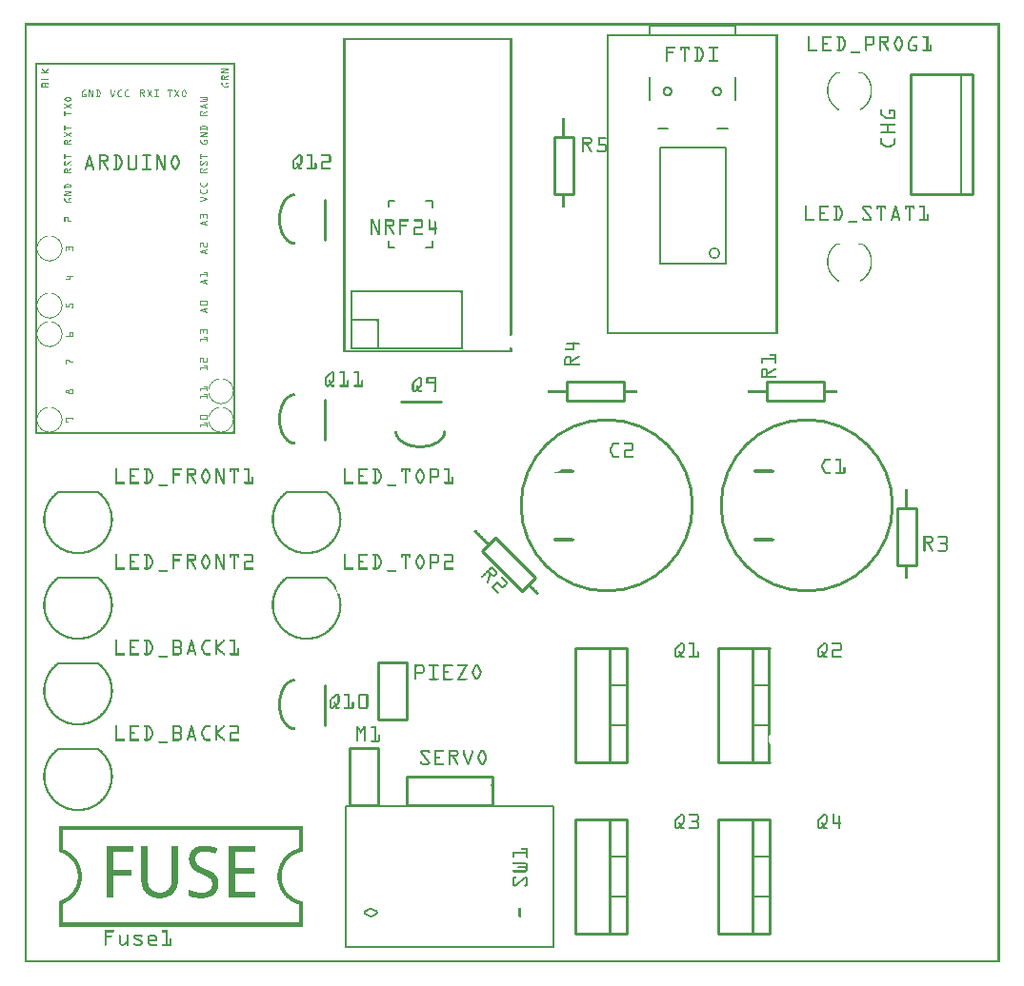
<source format=gto>
G04 MADE WITH FRITZING*
G04 WWW.FRITZING.ORG*
G04 DOUBLE SIDED*
G04 HOLES PLATED*
G04 CONTOUR ON CENTER OF CONTOUR VECTOR*
%ASAXBY*%
%FSLAX23Y23*%
%MOIN*%
%OFA0B0*%
%SFA1.0B1.0*%
%ADD10C,0.042189X0.0301888*%
%ADD11C,0.610000X0.59*%
%ADD12C,0.010000*%
%ADD13C,0.006000*%
%ADD14C,0.008000*%
%ADD15C,0.005000*%
%ADD16C,0.005556*%
%ADD17C,0.007874*%
%ADD18R,0.001000X0.001000*%
%LNSILK1*%
G90*
G70*
G54D10*
X2414Y2485D03*
G54D11*
X2038Y1601D03*
X2738Y1601D03*
G54D12*
X1238Y1051D02*
X1238Y851D01*
D02*
X1238Y851D02*
X1338Y851D01*
D02*
X1338Y851D02*
X1338Y1051D01*
D02*
X1338Y1051D02*
X1238Y1051D01*
D02*
X1921Y2892D02*
X1921Y2692D01*
D02*
X1921Y2692D02*
X1855Y2692D01*
D02*
X1855Y2692D02*
X1855Y2892D01*
D02*
X1855Y2892D02*
X1921Y2892D01*
G54D13*
D02*
X2223Y2447D02*
X2223Y2856D01*
D02*
X2223Y2856D02*
X2453Y2856D01*
D02*
X2453Y2856D02*
X2453Y2447D01*
D02*
X2453Y2447D02*
X2223Y2447D01*
G54D14*
D02*
X2487Y3103D02*
X2487Y3020D01*
D02*
X2460Y2921D02*
X2424Y2921D01*
D02*
X2251Y2921D02*
X2216Y2921D01*
D02*
X2188Y3020D02*
X2188Y3103D01*
D02*
X2487Y3251D02*
X2487Y3280D01*
D02*
X2188Y3251D02*
X2188Y3280D01*
D02*
X2487Y3280D02*
X2188Y3280D01*
G54D12*
D02*
X2108Y501D02*
X2108Y101D01*
D02*
X2108Y101D02*
X1928Y101D01*
D02*
X1928Y101D02*
X1928Y501D01*
D02*
X1928Y501D02*
X2108Y501D01*
D02*
X2108Y501D02*
X2108Y101D01*
D02*
X2108Y101D02*
X2048Y101D01*
D02*
X2048Y101D02*
X2048Y501D01*
D02*
X2048Y501D02*
X2108Y501D01*
G54D15*
D02*
X2108Y371D02*
X2048Y371D01*
D02*
X2108Y231D02*
X2048Y231D01*
G54D12*
D02*
X2108Y1101D02*
X2108Y701D01*
D02*
X2108Y701D02*
X1928Y701D01*
D02*
X1928Y701D02*
X1928Y1101D01*
D02*
X1928Y1101D02*
X2108Y1101D01*
D02*
X2108Y1101D02*
X2108Y701D01*
D02*
X2108Y701D02*
X2048Y701D01*
D02*
X2048Y701D02*
X2048Y1101D01*
D02*
X2048Y1101D02*
X2108Y1101D01*
G54D15*
D02*
X2108Y971D02*
X2048Y971D01*
D02*
X2108Y831D02*
X2048Y831D01*
G54D12*
D02*
X2608Y501D02*
X2608Y101D01*
D02*
X2608Y101D02*
X2428Y101D01*
D02*
X2428Y101D02*
X2428Y501D01*
D02*
X2428Y501D02*
X2608Y501D01*
D02*
X2608Y501D02*
X2608Y101D01*
D02*
X2608Y101D02*
X2548Y101D01*
D02*
X2548Y101D02*
X2548Y501D01*
D02*
X2548Y501D02*
X2608Y501D01*
G54D15*
D02*
X2608Y371D02*
X2548Y371D01*
D02*
X2608Y231D02*
X2548Y231D01*
G54D12*
D02*
X2608Y701D02*
X2428Y701D01*
D02*
X2428Y701D02*
X2428Y1101D01*
D02*
X2428Y1101D02*
X2608Y1101D01*
D02*
X2608Y701D02*
X2548Y701D01*
D02*
X2548Y701D02*
X2548Y1101D01*
D02*
X2548Y1101D02*
X2608Y1101D01*
G54D15*
D02*
X2608Y971D02*
X2548Y971D01*
D02*
X2608Y831D02*
X2548Y831D01*
G54D12*
D02*
X1897Y2034D02*
X2097Y2034D01*
D02*
X2097Y2034D02*
X2097Y1968D01*
D02*
X2097Y1968D02*
X1897Y1968D01*
D02*
X1897Y1968D02*
X1897Y2034D01*
D02*
X3121Y1592D02*
X3121Y1392D01*
D02*
X3121Y1392D02*
X3055Y1392D01*
D02*
X3055Y1392D02*
X3055Y1592D01*
D02*
X3055Y1592D02*
X3121Y1592D01*
D02*
X2597Y2034D02*
X2797Y2034D01*
D02*
X2797Y2034D02*
X2797Y1968D01*
D02*
X2797Y1968D02*
X2597Y1968D01*
D02*
X2597Y1968D02*
X2597Y2034D01*
D02*
X1647Y1489D02*
X1788Y1347D01*
D02*
X1788Y1347D02*
X1742Y1301D01*
D02*
X1742Y1301D02*
X1600Y1442D01*
D02*
X1600Y1442D02*
X1647Y1489D01*
G54D14*
D02*
X1124Y55D02*
X1124Y547D01*
D02*
X1124Y547D02*
X1852Y547D01*
D02*
X1852Y547D02*
X1852Y55D01*
D02*
X1852Y55D02*
X1124Y55D01*
G54D12*
D02*
X1638Y651D02*
X1338Y651D01*
D02*
X1338Y651D02*
X1338Y551D01*
D02*
X1338Y551D02*
X1638Y551D01*
D02*
X1638Y551D02*
X1638Y651D01*
D02*
X1138Y751D02*
X1138Y551D01*
D02*
X1138Y551D02*
X1238Y551D01*
D02*
X1238Y551D02*
X1238Y751D01*
D02*
X1238Y751D02*
X1138Y751D01*
D02*
X1318Y1965D02*
X1458Y1965D01*
D02*
X1052Y971D02*
X1052Y831D01*
D02*
X1052Y1971D02*
X1052Y1831D01*
D02*
X1052Y2671D02*
X1052Y2531D01*
D02*
X3100Y3113D02*
X3100Y2690D01*
D02*
X3100Y2690D02*
X3316Y2690D01*
D02*
X3316Y2690D02*
X3316Y3113D01*
D02*
X3316Y3113D02*
X3100Y3113D01*
G54D15*
D02*
X3276Y2690D02*
X3276Y3113D01*
G54D16*
X1294Y2506D02*
X1273Y2506D01*
X1273Y2529D01*
D02*
X1405Y2668D02*
X1427Y2668D01*
X1427Y2646D01*
D02*
X1426Y2527D02*
X1426Y2506D01*
X1404Y2506D01*
D02*
X1273Y2647D02*
X1273Y2668D01*
X1295Y2668D01*
D02*
G54D17*
X258Y1047D02*
X116Y1047D01*
D02*
X258Y747D02*
X116Y747D01*
D02*
X258Y1647D02*
X116Y1647D01*
D02*
X258Y1347D02*
X116Y1347D01*
D02*
X1058Y1647D02*
X916Y1647D01*
D02*
X1058Y1347D02*
X916Y1347D01*
D02*
G54D18*
X0Y3290D02*
X3412Y3290D01*
X0Y3289D02*
X3412Y3289D01*
X0Y3288D02*
X3412Y3288D01*
X0Y3287D02*
X3412Y3287D01*
X0Y3286D02*
X3412Y3286D01*
X0Y3285D02*
X3412Y3285D01*
X0Y3284D02*
X3412Y3284D01*
X0Y3283D02*
X3412Y3283D01*
X0Y3282D02*
X7Y3282D01*
X3405Y3282D02*
X3412Y3282D01*
X0Y3281D02*
X7Y3281D01*
X3405Y3281D02*
X3412Y3281D01*
X0Y3280D02*
X7Y3280D01*
X3405Y3280D02*
X3412Y3280D01*
X0Y3279D02*
X7Y3279D01*
X3405Y3279D02*
X3412Y3279D01*
X0Y3278D02*
X7Y3278D01*
X3405Y3278D02*
X3412Y3278D01*
X0Y3277D02*
X7Y3277D01*
X3405Y3277D02*
X3412Y3277D01*
X0Y3276D02*
X7Y3276D01*
X3405Y3276D02*
X3412Y3276D01*
X0Y3275D02*
X7Y3275D01*
X3405Y3275D02*
X3412Y3275D01*
X0Y3274D02*
X7Y3274D01*
X3405Y3274D02*
X3412Y3274D01*
X0Y3273D02*
X7Y3273D01*
X3405Y3273D02*
X3412Y3273D01*
X0Y3272D02*
X7Y3272D01*
X3405Y3272D02*
X3412Y3272D01*
X0Y3271D02*
X7Y3271D01*
X3405Y3271D02*
X3412Y3271D01*
X0Y3270D02*
X7Y3270D01*
X3405Y3270D02*
X3412Y3270D01*
X0Y3269D02*
X7Y3269D01*
X3405Y3269D02*
X3412Y3269D01*
X0Y3268D02*
X7Y3268D01*
X3405Y3268D02*
X3412Y3268D01*
X0Y3267D02*
X7Y3267D01*
X3405Y3267D02*
X3412Y3267D01*
X0Y3266D02*
X7Y3266D01*
X3405Y3266D02*
X3412Y3266D01*
X0Y3265D02*
X7Y3265D01*
X3405Y3265D02*
X3412Y3265D01*
X0Y3264D02*
X7Y3264D01*
X3405Y3264D02*
X3412Y3264D01*
X0Y3263D02*
X7Y3263D01*
X3405Y3263D02*
X3412Y3263D01*
X0Y3262D02*
X7Y3262D01*
X3405Y3262D02*
X3412Y3262D01*
X0Y3261D02*
X7Y3261D01*
X3405Y3261D02*
X3412Y3261D01*
X0Y3260D02*
X7Y3260D01*
X3405Y3260D02*
X3412Y3260D01*
X0Y3259D02*
X7Y3259D01*
X3405Y3259D02*
X3412Y3259D01*
X0Y3258D02*
X7Y3258D01*
X3405Y3258D02*
X3412Y3258D01*
X0Y3257D02*
X7Y3257D01*
X3405Y3257D02*
X3412Y3257D01*
X0Y3256D02*
X7Y3256D01*
X3405Y3256D02*
X3412Y3256D01*
X0Y3255D02*
X7Y3255D01*
X3405Y3255D02*
X3412Y3255D01*
X0Y3254D02*
X7Y3254D01*
X3405Y3254D02*
X3412Y3254D01*
X0Y3253D02*
X7Y3253D01*
X3405Y3253D02*
X3412Y3253D01*
X0Y3252D02*
X7Y3252D01*
X3405Y3252D02*
X3412Y3252D01*
X0Y3251D02*
X7Y3251D01*
X2037Y3251D02*
X2636Y3251D01*
X3405Y3251D02*
X3412Y3251D01*
X0Y3250D02*
X7Y3250D01*
X2037Y3250D02*
X2636Y3250D01*
X3405Y3250D02*
X3412Y3250D01*
X0Y3249D02*
X7Y3249D01*
X2037Y3249D02*
X2636Y3249D01*
X3405Y3249D02*
X3412Y3249D01*
X0Y3248D02*
X7Y3248D01*
X2037Y3248D02*
X2636Y3248D01*
X3405Y3248D02*
X3412Y3248D01*
X0Y3247D02*
X7Y3247D01*
X2037Y3247D02*
X2636Y3247D01*
X3405Y3247D02*
X3412Y3247D01*
X0Y3246D02*
X7Y3246D01*
X2037Y3246D02*
X2636Y3246D01*
X2744Y3246D02*
X2745Y3246D01*
X2792Y3246D02*
X2823Y3246D01*
X2844Y3246D02*
X2859Y3246D01*
X2942Y3246D02*
X2967Y3246D01*
X2992Y3246D02*
X3017Y3246D01*
X3057Y3246D02*
X3060Y3246D01*
X3110Y3246D02*
X3123Y3246D01*
X3144Y3246D02*
X3161Y3246D01*
X3405Y3246D02*
X3412Y3246D01*
X0Y3245D02*
X7Y3245D01*
X2037Y3245D02*
X2636Y3245D01*
X2743Y3245D02*
X2747Y3245D01*
X2792Y3245D02*
X2824Y3245D01*
X2843Y3245D02*
X2862Y3245D01*
X2942Y3245D02*
X2970Y3245D01*
X2992Y3245D02*
X3020Y3245D01*
X3055Y3245D02*
X3063Y3245D01*
X3107Y3245D02*
X3124Y3245D01*
X3143Y3245D02*
X3162Y3245D01*
X3405Y3245D02*
X3412Y3245D01*
X0Y3244D02*
X7Y3244D01*
X2037Y3244D02*
X2636Y3244D01*
X2742Y3244D02*
X2748Y3244D01*
X2792Y3244D02*
X2825Y3244D01*
X2842Y3244D02*
X2863Y3244D01*
X2942Y3244D02*
X2971Y3244D01*
X2992Y3244D02*
X3021Y3244D01*
X3053Y3244D02*
X3064Y3244D01*
X3106Y3244D02*
X3125Y3244D01*
X3142Y3244D02*
X3162Y3244D01*
X3405Y3244D02*
X3412Y3244D01*
X0Y3243D02*
X7Y3243D01*
X2037Y3243D02*
X2044Y3243D01*
X2629Y3243D02*
X2636Y3243D01*
X2742Y3243D02*
X2748Y3243D01*
X2792Y3243D02*
X2825Y3243D01*
X2842Y3243D02*
X2865Y3243D01*
X2942Y3243D02*
X2972Y3243D01*
X2992Y3243D02*
X3022Y3243D01*
X3052Y3243D02*
X3065Y3243D01*
X3105Y3243D02*
X3125Y3243D01*
X3142Y3243D02*
X3162Y3243D01*
X3405Y3243D02*
X3412Y3243D01*
X0Y3242D02*
X7Y3242D01*
X2037Y3242D02*
X2044Y3242D01*
X2629Y3242D02*
X2636Y3242D01*
X2742Y3242D02*
X2748Y3242D01*
X2792Y3242D02*
X2825Y3242D01*
X2842Y3242D02*
X2866Y3242D01*
X2942Y3242D02*
X2973Y3242D01*
X2992Y3242D02*
X3023Y3242D01*
X3051Y3242D02*
X3066Y3242D01*
X3104Y3242D02*
X3125Y3242D01*
X3142Y3242D02*
X3162Y3242D01*
X3405Y3242D02*
X3412Y3242D01*
X0Y3241D02*
X7Y3241D01*
X2037Y3241D02*
X2044Y3241D01*
X2629Y3241D02*
X2636Y3241D01*
X2742Y3241D02*
X2748Y3241D01*
X2792Y3241D02*
X2825Y3241D01*
X2842Y3241D02*
X2866Y3241D01*
X2942Y3241D02*
X2974Y3241D01*
X2992Y3241D02*
X3024Y3241D01*
X3051Y3241D02*
X3066Y3241D01*
X3103Y3241D02*
X3125Y3241D01*
X3142Y3241D02*
X3162Y3241D01*
X3405Y3241D02*
X3412Y3241D01*
X0Y3240D02*
X7Y3240D01*
X2037Y3240D02*
X2044Y3240D01*
X2629Y3240D02*
X2636Y3240D01*
X2742Y3240D02*
X2748Y3240D01*
X2792Y3240D02*
X2824Y3240D01*
X2843Y3240D02*
X2867Y3240D01*
X2942Y3240D02*
X2974Y3240D01*
X2992Y3240D02*
X3024Y3240D01*
X3050Y3240D02*
X3067Y3240D01*
X3102Y3240D02*
X3124Y3240D01*
X3143Y3240D02*
X3162Y3240D01*
X3405Y3240D02*
X3412Y3240D01*
X0Y3239D02*
X7Y3239D01*
X1116Y3239D02*
X1706Y3239D01*
X2037Y3239D02*
X2044Y3239D01*
X2629Y3239D02*
X2636Y3239D01*
X2742Y3239D02*
X2748Y3239D01*
X2792Y3239D02*
X2798Y3239D01*
X2849Y3239D02*
X2855Y3239D01*
X2859Y3239D02*
X2867Y3239D01*
X2942Y3239D02*
X2948Y3239D01*
X2967Y3239D02*
X2975Y3239D01*
X2992Y3239D02*
X2998Y3239D01*
X3017Y3239D02*
X3025Y3239D01*
X3050Y3239D02*
X3057Y3239D01*
X3060Y3239D02*
X3067Y3239D01*
X3102Y3239D02*
X3110Y3239D01*
X3155Y3239D02*
X3162Y3239D01*
X3405Y3239D02*
X3412Y3239D01*
X0Y3238D02*
X7Y3238D01*
X1116Y3238D02*
X1706Y3238D01*
X2037Y3238D02*
X2044Y3238D01*
X2629Y3238D02*
X2636Y3238D01*
X2742Y3238D02*
X2748Y3238D01*
X2792Y3238D02*
X2798Y3238D01*
X2849Y3238D02*
X2855Y3238D01*
X2861Y3238D02*
X2868Y3238D01*
X2942Y3238D02*
X2948Y3238D01*
X2968Y3238D02*
X2975Y3238D01*
X2992Y3238D02*
X2998Y3238D01*
X3018Y3238D02*
X3025Y3238D01*
X3049Y3238D02*
X3056Y3238D01*
X3061Y3238D02*
X3068Y3238D01*
X3101Y3238D02*
X3109Y3238D01*
X3156Y3238D02*
X3162Y3238D01*
X3405Y3238D02*
X3412Y3238D01*
X0Y3237D02*
X7Y3237D01*
X1116Y3237D02*
X1706Y3237D01*
X2037Y3237D02*
X2044Y3237D01*
X2629Y3237D02*
X2636Y3237D01*
X2742Y3237D02*
X2748Y3237D01*
X2792Y3237D02*
X2798Y3237D01*
X2849Y3237D02*
X2855Y3237D01*
X2861Y3237D02*
X2868Y3237D01*
X2942Y3237D02*
X2948Y3237D01*
X2969Y3237D02*
X2975Y3237D01*
X2992Y3237D02*
X2998Y3237D01*
X3019Y3237D02*
X3025Y3237D01*
X3049Y3237D02*
X3056Y3237D01*
X3061Y3237D02*
X3068Y3237D01*
X3100Y3237D02*
X3108Y3237D01*
X3156Y3237D02*
X3162Y3237D01*
X3405Y3237D02*
X3412Y3237D01*
X0Y3236D02*
X7Y3236D01*
X1116Y3236D02*
X1706Y3236D01*
X2037Y3236D02*
X2044Y3236D01*
X2629Y3236D02*
X2636Y3236D01*
X2742Y3236D02*
X2748Y3236D01*
X2792Y3236D02*
X2798Y3236D01*
X2849Y3236D02*
X2855Y3236D01*
X2862Y3236D02*
X2869Y3236D01*
X2942Y3236D02*
X2948Y3236D01*
X2969Y3236D02*
X2975Y3236D01*
X2992Y3236D02*
X2998Y3236D01*
X3019Y3236D02*
X3025Y3236D01*
X3048Y3236D02*
X3055Y3236D01*
X3062Y3236D02*
X3069Y3236D01*
X3099Y3236D02*
X3107Y3236D01*
X3156Y3236D02*
X3162Y3236D01*
X3405Y3236D02*
X3412Y3236D01*
X0Y3235D02*
X7Y3235D01*
X1116Y3235D02*
X1706Y3235D01*
X2037Y3235D02*
X2044Y3235D01*
X2629Y3235D02*
X2636Y3235D01*
X2742Y3235D02*
X2748Y3235D01*
X2792Y3235D02*
X2798Y3235D01*
X2849Y3235D02*
X2855Y3235D01*
X2862Y3235D02*
X2869Y3235D01*
X2942Y3235D02*
X2948Y3235D01*
X2969Y3235D02*
X2975Y3235D01*
X2992Y3235D02*
X2998Y3235D01*
X3019Y3235D02*
X3025Y3235D01*
X3048Y3235D02*
X3055Y3235D01*
X3062Y3235D02*
X3069Y3235D01*
X3099Y3235D02*
X3106Y3235D01*
X3156Y3235D02*
X3162Y3235D01*
X3405Y3235D02*
X3412Y3235D01*
X0Y3234D02*
X7Y3234D01*
X1116Y3234D02*
X1706Y3234D01*
X2037Y3234D02*
X2044Y3234D01*
X2629Y3234D02*
X2636Y3234D01*
X2742Y3234D02*
X2748Y3234D01*
X2792Y3234D02*
X2798Y3234D01*
X2849Y3234D02*
X2855Y3234D01*
X2863Y3234D02*
X2870Y3234D01*
X2942Y3234D02*
X2948Y3234D01*
X2969Y3234D02*
X2975Y3234D01*
X2992Y3234D02*
X2998Y3234D01*
X3019Y3234D02*
X3025Y3234D01*
X3047Y3234D02*
X3054Y3234D01*
X3063Y3234D02*
X3070Y3234D01*
X3098Y3234D02*
X3106Y3234D01*
X3156Y3234D02*
X3162Y3234D01*
X3405Y3234D02*
X3412Y3234D01*
X0Y3233D02*
X7Y3233D01*
X1116Y3233D02*
X1706Y3233D01*
X2037Y3233D02*
X2044Y3233D01*
X2629Y3233D02*
X2636Y3233D01*
X2742Y3233D02*
X2748Y3233D01*
X2792Y3233D02*
X2798Y3233D01*
X2849Y3233D02*
X2855Y3233D01*
X2863Y3233D02*
X2870Y3233D01*
X2942Y3233D02*
X2948Y3233D01*
X2969Y3233D02*
X2975Y3233D01*
X2992Y3233D02*
X2998Y3233D01*
X3019Y3233D02*
X3025Y3233D01*
X3047Y3233D02*
X3054Y3233D01*
X3063Y3233D02*
X3070Y3233D01*
X3097Y3233D02*
X3105Y3233D01*
X3156Y3233D02*
X3162Y3233D01*
X3405Y3233D02*
X3412Y3233D01*
X0Y3232D02*
X7Y3232D01*
X1116Y3232D02*
X1706Y3232D01*
X2037Y3232D02*
X2044Y3232D01*
X2629Y3232D02*
X2636Y3232D01*
X2742Y3232D02*
X2748Y3232D01*
X2792Y3232D02*
X2798Y3232D01*
X2849Y3232D02*
X2855Y3232D01*
X2864Y3232D02*
X2871Y3232D01*
X2942Y3232D02*
X2948Y3232D01*
X2969Y3232D02*
X2975Y3232D01*
X2992Y3232D02*
X2998Y3232D01*
X3019Y3232D02*
X3025Y3232D01*
X3046Y3232D02*
X3053Y3232D01*
X3064Y3232D02*
X3071Y3232D01*
X3096Y3232D02*
X3104Y3232D01*
X3156Y3232D02*
X3162Y3232D01*
X3405Y3232D02*
X3412Y3232D01*
X0Y3231D02*
X7Y3231D01*
X1116Y3231D02*
X1706Y3231D01*
X2037Y3231D02*
X2044Y3231D01*
X2629Y3231D02*
X2636Y3231D01*
X2742Y3231D02*
X2748Y3231D01*
X2792Y3231D02*
X2798Y3231D01*
X2849Y3231D02*
X2855Y3231D01*
X2864Y3231D02*
X2871Y3231D01*
X2942Y3231D02*
X2948Y3231D01*
X2969Y3231D02*
X2975Y3231D01*
X2992Y3231D02*
X2998Y3231D01*
X3019Y3231D02*
X3025Y3231D01*
X3046Y3231D02*
X3053Y3231D01*
X3064Y3231D02*
X3071Y3231D01*
X3095Y3231D02*
X3103Y3231D01*
X3156Y3231D02*
X3162Y3231D01*
X3405Y3231D02*
X3412Y3231D01*
X0Y3230D02*
X7Y3230D01*
X1116Y3230D02*
X1124Y3230D01*
X1698Y3230D02*
X1706Y3230D01*
X2037Y3230D02*
X2044Y3230D01*
X2629Y3230D02*
X2636Y3230D01*
X2742Y3230D02*
X2748Y3230D01*
X2792Y3230D02*
X2798Y3230D01*
X2849Y3230D02*
X2855Y3230D01*
X2865Y3230D02*
X2872Y3230D01*
X2942Y3230D02*
X2948Y3230D01*
X2969Y3230D02*
X2975Y3230D01*
X2992Y3230D02*
X2998Y3230D01*
X3019Y3230D02*
X3025Y3230D01*
X3045Y3230D02*
X3052Y3230D01*
X3065Y3230D02*
X3072Y3230D01*
X3095Y3230D02*
X3103Y3230D01*
X3156Y3230D02*
X3162Y3230D01*
X3405Y3230D02*
X3412Y3230D01*
X0Y3229D02*
X7Y3229D01*
X1116Y3229D02*
X1124Y3229D01*
X1698Y3229D02*
X1706Y3229D01*
X2037Y3229D02*
X2044Y3229D01*
X2629Y3229D02*
X2636Y3229D01*
X2742Y3229D02*
X2748Y3229D01*
X2792Y3229D02*
X2798Y3229D01*
X2849Y3229D02*
X2855Y3229D01*
X2865Y3229D02*
X2872Y3229D01*
X2942Y3229D02*
X2948Y3229D01*
X2969Y3229D02*
X2975Y3229D01*
X2992Y3229D02*
X2998Y3229D01*
X3017Y3229D02*
X3025Y3229D01*
X3045Y3229D02*
X3052Y3229D01*
X3065Y3229D02*
X3072Y3229D01*
X3094Y3229D02*
X3102Y3229D01*
X3156Y3229D02*
X3162Y3229D01*
X3405Y3229D02*
X3412Y3229D01*
X0Y3228D02*
X7Y3228D01*
X1116Y3228D02*
X1124Y3228D01*
X1698Y3228D02*
X1706Y3228D01*
X2037Y3228D02*
X2044Y3228D01*
X2629Y3228D02*
X2636Y3228D01*
X2742Y3228D02*
X2748Y3228D01*
X2792Y3228D02*
X2798Y3228D01*
X2849Y3228D02*
X2855Y3228D01*
X2866Y3228D02*
X2873Y3228D01*
X2942Y3228D02*
X2948Y3228D01*
X2969Y3228D02*
X2975Y3228D01*
X2992Y3228D02*
X3025Y3228D01*
X3044Y3228D02*
X3051Y3228D01*
X3066Y3228D02*
X3073Y3228D01*
X3093Y3228D02*
X3101Y3228D01*
X3156Y3228D02*
X3162Y3228D01*
X3405Y3228D02*
X3412Y3228D01*
X0Y3227D02*
X7Y3227D01*
X1116Y3227D02*
X1124Y3227D01*
X1698Y3227D02*
X1706Y3227D01*
X2037Y3227D02*
X2044Y3227D01*
X2629Y3227D02*
X2636Y3227D01*
X2742Y3227D02*
X2748Y3227D01*
X2792Y3227D02*
X2798Y3227D01*
X2849Y3227D02*
X2855Y3227D01*
X2866Y3227D02*
X2873Y3227D01*
X2942Y3227D02*
X2948Y3227D01*
X2969Y3227D02*
X2975Y3227D01*
X2992Y3227D02*
X3024Y3227D01*
X3044Y3227D02*
X3051Y3227D01*
X3066Y3227D02*
X3073Y3227D01*
X3093Y3227D02*
X3100Y3227D01*
X3156Y3227D02*
X3162Y3227D01*
X3405Y3227D02*
X3412Y3227D01*
X0Y3226D02*
X7Y3226D01*
X1116Y3226D02*
X1124Y3226D01*
X1698Y3226D02*
X1706Y3226D01*
X2037Y3226D02*
X2044Y3226D01*
X2629Y3226D02*
X2636Y3226D01*
X2742Y3226D02*
X2748Y3226D01*
X2792Y3226D02*
X2798Y3226D01*
X2849Y3226D02*
X2855Y3226D01*
X2867Y3226D02*
X2874Y3226D01*
X2942Y3226D02*
X2948Y3226D01*
X2969Y3226D02*
X2975Y3226D01*
X2992Y3226D02*
X3023Y3226D01*
X3043Y3226D02*
X3050Y3226D01*
X3067Y3226D02*
X3074Y3226D01*
X3093Y3226D02*
X3099Y3226D01*
X3156Y3226D02*
X3162Y3226D01*
X3405Y3226D02*
X3412Y3226D01*
X0Y3225D02*
X7Y3225D01*
X1116Y3225D02*
X1124Y3225D01*
X1698Y3225D02*
X1706Y3225D01*
X2037Y3225D02*
X2044Y3225D01*
X2629Y3225D02*
X2636Y3225D01*
X2742Y3225D02*
X2748Y3225D01*
X2792Y3225D02*
X2798Y3225D01*
X2849Y3225D02*
X2855Y3225D01*
X2867Y3225D02*
X2874Y3225D01*
X2942Y3225D02*
X2948Y3225D01*
X2969Y3225D02*
X2975Y3225D01*
X2992Y3225D02*
X3023Y3225D01*
X3043Y3225D02*
X3050Y3225D01*
X3067Y3225D02*
X3074Y3225D01*
X3092Y3225D02*
X3099Y3225D01*
X3156Y3225D02*
X3162Y3225D01*
X3405Y3225D02*
X3412Y3225D01*
X0Y3224D02*
X7Y3224D01*
X1116Y3224D02*
X1124Y3224D01*
X1698Y3224D02*
X1706Y3224D01*
X2037Y3224D02*
X2044Y3224D01*
X2629Y3224D02*
X2636Y3224D01*
X2742Y3224D02*
X2748Y3224D01*
X2792Y3224D02*
X2798Y3224D01*
X2849Y3224D02*
X2855Y3224D01*
X2868Y3224D02*
X2875Y3224D01*
X2942Y3224D02*
X2948Y3224D01*
X2969Y3224D02*
X2975Y3224D01*
X2992Y3224D02*
X3021Y3224D01*
X3043Y3224D02*
X3049Y3224D01*
X3068Y3224D02*
X3074Y3224D01*
X3092Y3224D02*
X3098Y3224D01*
X3156Y3224D02*
X3162Y3224D01*
X3405Y3224D02*
X3412Y3224D01*
X0Y3223D02*
X7Y3223D01*
X1116Y3223D02*
X1124Y3223D01*
X1698Y3223D02*
X1706Y3223D01*
X2037Y3223D02*
X2044Y3223D01*
X2629Y3223D02*
X2636Y3223D01*
X2742Y3223D02*
X2748Y3223D01*
X2792Y3223D02*
X2798Y3223D01*
X2849Y3223D02*
X2855Y3223D01*
X2868Y3223D02*
X2875Y3223D01*
X2942Y3223D02*
X2948Y3223D01*
X2969Y3223D02*
X2975Y3223D01*
X2992Y3223D02*
X3020Y3223D01*
X3042Y3223D02*
X3049Y3223D01*
X3068Y3223D02*
X3075Y3223D01*
X3092Y3223D02*
X3098Y3223D01*
X3156Y3223D02*
X3162Y3223D01*
X3405Y3223D02*
X3412Y3223D01*
X0Y3222D02*
X7Y3222D01*
X1116Y3222D02*
X1124Y3222D01*
X1698Y3222D02*
X1706Y3222D01*
X2037Y3222D02*
X2044Y3222D01*
X2629Y3222D02*
X2636Y3222D01*
X2742Y3222D02*
X2748Y3222D01*
X2792Y3222D02*
X2810Y3222D01*
X2849Y3222D02*
X2855Y3222D01*
X2869Y3222D02*
X2875Y3222D01*
X2942Y3222D02*
X2948Y3222D01*
X2969Y3222D02*
X2975Y3222D01*
X2992Y3222D02*
X3018Y3222D01*
X3042Y3222D02*
X3048Y3222D01*
X3069Y3222D02*
X3075Y3222D01*
X3092Y3222D02*
X3098Y3222D01*
X3156Y3222D02*
X3162Y3222D01*
X3405Y3222D02*
X3412Y3222D01*
X0Y3221D02*
X7Y3221D01*
X1116Y3221D02*
X1124Y3221D01*
X1698Y3221D02*
X1706Y3221D01*
X2037Y3221D02*
X2044Y3221D01*
X2629Y3221D02*
X2636Y3221D01*
X2742Y3221D02*
X2748Y3221D01*
X2792Y3221D02*
X2811Y3221D01*
X2849Y3221D02*
X2855Y3221D01*
X2869Y3221D02*
X2875Y3221D01*
X2942Y3221D02*
X2948Y3221D01*
X2968Y3221D02*
X2975Y3221D01*
X2992Y3221D02*
X2998Y3221D01*
X3004Y3221D02*
X3011Y3221D01*
X3042Y3221D02*
X3048Y3221D01*
X3069Y3221D02*
X3075Y3221D01*
X3092Y3221D02*
X3098Y3221D01*
X3156Y3221D02*
X3162Y3221D01*
X3405Y3221D02*
X3412Y3221D01*
X0Y3220D02*
X7Y3220D01*
X1116Y3220D02*
X1124Y3220D01*
X1698Y3220D02*
X1706Y3220D01*
X2037Y3220D02*
X2044Y3220D01*
X2629Y3220D02*
X2636Y3220D01*
X2742Y3220D02*
X2748Y3220D01*
X2792Y3220D02*
X2811Y3220D01*
X2849Y3220D02*
X2855Y3220D01*
X2869Y3220D02*
X2875Y3220D01*
X2942Y3220D02*
X2948Y3220D01*
X2967Y3220D02*
X2975Y3220D01*
X2992Y3220D02*
X2998Y3220D01*
X3004Y3220D02*
X3012Y3220D01*
X3042Y3220D02*
X3048Y3220D01*
X3069Y3220D02*
X3075Y3220D01*
X3092Y3220D02*
X3098Y3220D01*
X3156Y3220D02*
X3162Y3220D01*
X3405Y3220D02*
X3412Y3220D01*
X0Y3219D02*
X7Y3219D01*
X1116Y3219D02*
X1124Y3219D01*
X1698Y3219D02*
X1706Y3219D01*
X2037Y3219D02*
X2044Y3219D01*
X2629Y3219D02*
X2636Y3219D01*
X2742Y3219D02*
X2748Y3219D01*
X2792Y3219D02*
X2812Y3219D01*
X2849Y3219D02*
X2855Y3219D01*
X2869Y3219D02*
X2875Y3219D01*
X2942Y3219D02*
X2974Y3219D01*
X2992Y3219D02*
X2998Y3219D01*
X3005Y3219D02*
X3012Y3219D01*
X3042Y3219D02*
X3048Y3219D01*
X3069Y3219D02*
X3075Y3219D01*
X3092Y3219D02*
X3098Y3219D01*
X3156Y3219D02*
X3162Y3219D01*
X3405Y3219D02*
X3412Y3219D01*
X0Y3218D02*
X7Y3218D01*
X1116Y3218D02*
X1124Y3218D01*
X1698Y3218D02*
X1706Y3218D01*
X2037Y3218D02*
X2044Y3218D01*
X2629Y3218D02*
X2636Y3218D01*
X2742Y3218D02*
X2748Y3218D01*
X2792Y3218D02*
X2811Y3218D01*
X2849Y3218D02*
X2855Y3218D01*
X2869Y3218D02*
X2875Y3218D01*
X2942Y3218D02*
X2974Y3218D01*
X2992Y3218D02*
X2998Y3218D01*
X3006Y3218D02*
X3013Y3218D01*
X3042Y3218D02*
X3048Y3218D01*
X3069Y3218D02*
X3075Y3218D01*
X3092Y3218D02*
X3098Y3218D01*
X3156Y3218D02*
X3162Y3218D01*
X3405Y3218D02*
X3412Y3218D01*
X0Y3217D02*
X7Y3217D01*
X1116Y3217D02*
X1124Y3217D01*
X1698Y3217D02*
X1706Y3217D01*
X2037Y3217D02*
X2044Y3217D01*
X2629Y3217D02*
X2636Y3217D01*
X2742Y3217D02*
X2748Y3217D01*
X2792Y3217D02*
X2811Y3217D01*
X2849Y3217D02*
X2855Y3217D01*
X2869Y3217D02*
X2875Y3217D01*
X2942Y3217D02*
X2973Y3217D01*
X2992Y3217D02*
X2998Y3217D01*
X3006Y3217D02*
X3013Y3217D01*
X3042Y3217D02*
X3048Y3217D01*
X3069Y3217D02*
X3075Y3217D01*
X3092Y3217D02*
X3098Y3217D01*
X3156Y3217D02*
X3162Y3217D01*
X3405Y3217D02*
X3412Y3217D01*
X0Y3216D02*
X7Y3216D01*
X1116Y3216D02*
X1124Y3216D01*
X1698Y3216D02*
X1706Y3216D01*
X2037Y3216D02*
X2044Y3216D01*
X2629Y3216D02*
X2636Y3216D01*
X2742Y3216D02*
X2748Y3216D01*
X2792Y3216D02*
X2809Y3216D01*
X2849Y3216D02*
X2855Y3216D01*
X2869Y3216D02*
X2875Y3216D01*
X2942Y3216D02*
X2972Y3216D01*
X2992Y3216D02*
X2998Y3216D01*
X3007Y3216D02*
X3014Y3216D01*
X3042Y3216D02*
X3048Y3216D01*
X3069Y3216D02*
X3075Y3216D01*
X3092Y3216D02*
X3098Y3216D01*
X3110Y3216D02*
X3125Y3216D01*
X3156Y3216D02*
X3162Y3216D01*
X3171Y3216D02*
X3174Y3216D01*
X3405Y3216D02*
X3412Y3216D01*
X0Y3215D02*
X7Y3215D01*
X1116Y3215D02*
X1124Y3215D01*
X1698Y3215D02*
X1706Y3215D01*
X2037Y3215D02*
X2044Y3215D01*
X2629Y3215D02*
X2636Y3215D01*
X2742Y3215D02*
X2748Y3215D01*
X2792Y3215D02*
X2798Y3215D01*
X2849Y3215D02*
X2855Y3215D01*
X2868Y3215D02*
X2875Y3215D01*
X2942Y3215D02*
X2971Y3215D01*
X2992Y3215D02*
X2998Y3215D01*
X3007Y3215D02*
X3015Y3215D01*
X3042Y3215D02*
X3049Y3215D01*
X3068Y3215D02*
X3075Y3215D01*
X3092Y3215D02*
X3098Y3215D01*
X3110Y3215D02*
X3125Y3215D01*
X3156Y3215D02*
X3162Y3215D01*
X3170Y3215D02*
X3175Y3215D01*
X3405Y3215D02*
X3412Y3215D01*
X0Y3214D02*
X7Y3214D01*
X1116Y3214D02*
X1124Y3214D01*
X1698Y3214D02*
X1706Y3214D01*
X2037Y3214D02*
X2044Y3214D01*
X2629Y3214D02*
X2636Y3214D01*
X2742Y3214D02*
X2748Y3214D01*
X2792Y3214D02*
X2798Y3214D01*
X2849Y3214D02*
X2855Y3214D01*
X2868Y3214D02*
X2874Y3214D01*
X2942Y3214D02*
X2970Y3214D01*
X2992Y3214D02*
X2998Y3214D01*
X3008Y3214D02*
X3015Y3214D01*
X3043Y3214D02*
X3049Y3214D01*
X3068Y3214D02*
X3074Y3214D01*
X3092Y3214D02*
X3098Y3214D01*
X3109Y3214D02*
X3125Y3214D01*
X3156Y3214D02*
X3162Y3214D01*
X3169Y3214D02*
X3175Y3214D01*
X3405Y3214D02*
X3412Y3214D01*
X0Y3213D02*
X7Y3213D01*
X1116Y3213D02*
X1124Y3213D01*
X1698Y3213D02*
X1706Y3213D01*
X2037Y3213D02*
X2044Y3213D01*
X2629Y3213D02*
X2636Y3213D01*
X2742Y3213D02*
X2748Y3213D01*
X2792Y3213D02*
X2798Y3213D01*
X2849Y3213D02*
X2855Y3213D01*
X2867Y3213D02*
X2874Y3213D01*
X2942Y3213D02*
X2967Y3213D01*
X2992Y3213D02*
X2998Y3213D01*
X3009Y3213D02*
X3016Y3213D01*
X3043Y3213D02*
X3050Y3213D01*
X3067Y3213D02*
X3074Y3213D01*
X3092Y3213D02*
X3098Y3213D01*
X3109Y3213D02*
X3125Y3213D01*
X3156Y3213D02*
X3162Y3213D01*
X3169Y3213D02*
X3175Y3213D01*
X3405Y3213D02*
X3412Y3213D01*
X0Y3212D02*
X7Y3212D01*
X1116Y3212D02*
X1124Y3212D01*
X1698Y3212D02*
X1706Y3212D01*
X2037Y3212D02*
X2044Y3212D01*
X2629Y3212D02*
X2636Y3212D01*
X2742Y3212D02*
X2748Y3212D01*
X2792Y3212D02*
X2798Y3212D01*
X2849Y3212D02*
X2855Y3212D01*
X2867Y3212D02*
X2874Y3212D01*
X2942Y3212D02*
X2948Y3212D01*
X2992Y3212D02*
X2998Y3212D01*
X3009Y3212D02*
X3016Y3212D01*
X3043Y3212D02*
X3050Y3212D01*
X3067Y3212D02*
X3074Y3212D01*
X3092Y3212D02*
X3098Y3212D01*
X3109Y3212D02*
X3125Y3212D01*
X3156Y3212D02*
X3162Y3212D01*
X3169Y3212D02*
X3175Y3212D01*
X3405Y3212D02*
X3412Y3212D01*
X0Y3211D02*
X7Y3211D01*
X1116Y3211D02*
X1124Y3211D01*
X1698Y3211D02*
X1706Y3211D01*
X2037Y3211D02*
X2044Y3211D01*
X2629Y3211D02*
X2636Y3211D01*
X2742Y3211D02*
X2748Y3211D01*
X2792Y3211D02*
X2798Y3211D01*
X2849Y3211D02*
X2855Y3211D01*
X2866Y3211D02*
X2873Y3211D01*
X2942Y3211D02*
X2948Y3211D01*
X2992Y3211D02*
X2998Y3211D01*
X3010Y3211D02*
X3017Y3211D01*
X3044Y3211D02*
X3051Y3211D01*
X3066Y3211D02*
X3073Y3211D01*
X3092Y3211D02*
X3098Y3211D01*
X3110Y3211D02*
X3125Y3211D01*
X3156Y3211D02*
X3162Y3211D01*
X3169Y3211D02*
X3175Y3211D01*
X3405Y3211D02*
X3412Y3211D01*
X0Y3210D02*
X7Y3210D01*
X1116Y3210D02*
X1124Y3210D01*
X1698Y3210D02*
X1706Y3210D01*
X2037Y3210D02*
X2044Y3210D01*
X2629Y3210D02*
X2636Y3210D01*
X2742Y3210D02*
X2748Y3210D01*
X2792Y3210D02*
X2798Y3210D01*
X2849Y3210D02*
X2855Y3210D01*
X2866Y3210D02*
X2873Y3210D01*
X2942Y3210D02*
X2948Y3210D01*
X2992Y3210D02*
X2998Y3210D01*
X3010Y3210D02*
X3018Y3210D01*
X3044Y3210D02*
X3051Y3210D01*
X3066Y3210D02*
X3073Y3210D01*
X3092Y3210D02*
X3098Y3210D01*
X3111Y3210D02*
X3125Y3210D01*
X3156Y3210D02*
X3162Y3210D01*
X3169Y3210D02*
X3175Y3210D01*
X3405Y3210D02*
X3412Y3210D01*
X0Y3209D02*
X7Y3209D01*
X1116Y3209D02*
X1124Y3209D01*
X1698Y3209D02*
X1706Y3209D01*
X2037Y3209D02*
X2044Y3209D01*
X2629Y3209D02*
X2636Y3209D01*
X2742Y3209D02*
X2748Y3209D01*
X2792Y3209D02*
X2798Y3209D01*
X2849Y3209D02*
X2855Y3209D01*
X2865Y3209D02*
X2872Y3209D01*
X2942Y3209D02*
X2948Y3209D01*
X2992Y3209D02*
X2998Y3209D01*
X3011Y3209D02*
X3018Y3209D01*
X3045Y3209D02*
X3052Y3209D01*
X3065Y3209D02*
X3072Y3209D01*
X3092Y3209D02*
X3098Y3209D01*
X3119Y3209D02*
X3125Y3209D01*
X3156Y3209D02*
X3162Y3209D01*
X3169Y3209D02*
X3175Y3209D01*
X3405Y3209D02*
X3412Y3209D01*
X0Y3208D02*
X7Y3208D01*
X1116Y3208D02*
X1124Y3208D01*
X1698Y3208D02*
X1706Y3208D01*
X2037Y3208D02*
X2044Y3208D01*
X2245Y3208D02*
X2276Y3208D01*
X2295Y3208D02*
X2328Y3208D01*
X2347Y3208D02*
X2363Y3208D01*
X2397Y3208D02*
X2426Y3208D01*
X2629Y3208D02*
X2636Y3208D01*
X2742Y3208D02*
X2748Y3208D01*
X2792Y3208D02*
X2798Y3208D01*
X2849Y3208D02*
X2855Y3208D01*
X2865Y3208D02*
X2872Y3208D01*
X2942Y3208D02*
X2948Y3208D01*
X2992Y3208D02*
X2998Y3208D01*
X3012Y3208D02*
X3019Y3208D01*
X3045Y3208D02*
X3052Y3208D01*
X3065Y3208D02*
X3072Y3208D01*
X3092Y3208D02*
X3098Y3208D01*
X3119Y3208D02*
X3125Y3208D01*
X3156Y3208D02*
X3162Y3208D01*
X3169Y3208D02*
X3175Y3208D01*
X3405Y3208D02*
X3412Y3208D01*
X0Y3207D02*
X7Y3207D01*
X1116Y3207D02*
X1124Y3207D01*
X1698Y3207D02*
X1706Y3207D01*
X2037Y3207D02*
X2044Y3207D01*
X2244Y3207D02*
X2277Y3207D01*
X2294Y3207D02*
X2328Y3207D01*
X2345Y3207D02*
X2365Y3207D01*
X2395Y3207D02*
X2427Y3207D01*
X2629Y3207D02*
X2636Y3207D01*
X2742Y3207D02*
X2748Y3207D01*
X2792Y3207D02*
X2798Y3207D01*
X2849Y3207D02*
X2855Y3207D01*
X2864Y3207D02*
X2871Y3207D01*
X2942Y3207D02*
X2948Y3207D01*
X2992Y3207D02*
X2998Y3207D01*
X3012Y3207D02*
X3019Y3207D01*
X3046Y3207D02*
X3053Y3207D01*
X3064Y3207D02*
X3071Y3207D01*
X3092Y3207D02*
X3098Y3207D01*
X3119Y3207D02*
X3125Y3207D01*
X3156Y3207D02*
X3162Y3207D01*
X3169Y3207D02*
X3175Y3207D01*
X3405Y3207D02*
X3412Y3207D01*
X0Y3206D02*
X7Y3206D01*
X1116Y3206D02*
X1124Y3206D01*
X1698Y3206D02*
X1706Y3206D01*
X2037Y3206D02*
X2044Y3206D01*
X2244Y3206D02*
X2278Y3206D01*
X2294Y3206D02*
X2328Y3206D01*
X2345Y3206D02*
X2366Y3206D01*
X2395Y3206D02*
X2428Y3206D01*
X2629Y3206D02*
X2636Y3206D01*
X2742Y3206D02*
X2748Y3206D01*
X2792Y3206D02*
X2798Y3206D01*
X2849Y3206D02*
X2855Y3206D01*
X2864Y3206D02*
X2871Y3206D01*
X2942Y3206D02*
X2948Y3206D01*
X2992Y3206D02*
X2998Y3206D01*
X3013Y3206D02*
X3020Y3206D01*
X3046Y3206D02*
X3053Y3206D01*
X3064Y3206D02*
X3071Y3206D01*
X3092Y3206D02*
X3098Y3206D01*
X3119Y3206D02*
X3125Y3206D01*
X3156Y3206D02*
X3162Y3206D01*
X3169Y3206D02*
X3175Y3206D01*
X3405Y3206D02*
X3412Y3206D01*
X0Y3205D02*
X7Y3205D01*
X1116Y3205D02*
X1124Y3205D01*
X1698Y3205D02*
X1706Y3205D01*
X2037Y3205D02*
X2044Y3205D01*
X2244Y3205D02*
X2278Y3205D01*
X2294Y3205D02*
X2328Y3205D01*
X2345Y3205D02*
X2367Y3205D01*
X2395Y3205D02*
X2428Y3205D01*
X2629Y3205D02*
X2636Y3205D01*
X2742Y3205D02*
X2748Y3205D01*
X2792Y3205D02*
X2798Y3205D01*
X2849Y3205D02*
X2855Y3205D01*
X2863Y3205D02*
X2870Y3205D01*
X2942Y3205D02*
X2948Y3205D01*
X2992Y3205D02*
X2998Y3205D01*
X3013Y3205D02*
X3020Y3205D01*
X3047Y3205D02*
X3054Y3205D01*
X3063Y3205D02*
X3070Y3205D01*
X3092Y3205D02*
X3098Y3205D01*
X3119Y3205D02*
X3125Y3205D01*
X3156Y3205D02*
X3162Y3205D01*
X3169Y3205D02*
X3175Y3205D01*
X3405Y3205D02*
X3412Y3205D01*
X0Y3204D02*
X7Y3204D01*
X1116Y3204D02*
X1124Y3204D01*
X1698Y3204D02*
X1706Y3204D01*
X2037Y3204D02*
X2044Y3204D01*
X2244Y3204D02*
X2278Y3204D01*
X2294Y3204D02*
X2328Y3204D01*
X2345Y3204D02*
X2368Y3204D01*
X2395Y3204D02*
X2428Y3204D01*
X2629Y3204D02*
X2636Y3204D01*
X2742Y3204D02*
X2748Y3204D01*
X2792Y3204D02*
X2798Y3204D01*
X2849Y3204D02*
X2855Y3204D01*
X2863Y3204D02*
X2870Y3204D01*
X2942Y3204D02*
X2948Y3204D01*
X2992Y3204D02*
X2998Y3204D01*
X3014Y3204D02*
X3021Y3204D01*
X3047Y3204D02*
X3054Y3204D01*
X3063Y3204D02*
X3070Y3204D01*
X3092Y3204D02*
X3098Y3204D01*
X3119Y3204D02*
X3125Y3204D01*
X3156Y3204D02*
X3162Y3204D01*
X3169Y3204D02*
X3175Y3204D01*
X3405Y3204D02*
X3412Y3204D01*
X0Y3203D02*
X7Y3203D01*
X1116Y3203D02*
X1124Y3203D01*
X1698Y3203D02*
X1706Y3203D01*
X2037Y3203D02*
X2044Y3203D01*
X2244Y3203D02*
X2277Y3203D01*
X2294Y3203D02*
X2328Y3203D01*
X2345Y3203D02*
X2369Y3203D01*
X2395Y3203D02*
X2427Y3203D01*
X2629Y3203D02*
X2636Y3203D01*
X2742Y3203D02*
X2748Y3203D01*
X2792Y3203D02*
X2798Y3203D01*
X2849Y3203D02*
X2855Y3203D01*
X2862Y3203D02*
X2869Y3203D01*
X2942Y3203D02*
X2948Y3203D01*
X2992Y3203D02*
X2998Y3203D01*
X3014Y3203D02*
X3022Y3203D01*
X3048Y3203D02*
X3055Y3203D01*
X3062Y3203D02*
X3069Y3203D01*
X3092Y3203D02*
X3098Y3203D01*
X3119Y3203D02*
X3125Y3203D01*
X3156Y3203D02*
X3162Y3203D01*
X3169Y3203D02*
X3175Y3203D01*
X3405Y3203D02*
X3412Y3203D01*
X0Y3202D02*
X7Y3202D01*
X1116Y3202D02*
X1124Y3202D01*
X1698Y3202D02*
X1706Y3202D01*
X2037Y3202D02*
X2044Y3202D01*
X2244Y3202D02*
X2276Y3202D01*
X2294Y3202D02*
X2328Y3202D01*
X2346Y3202D02*
X2370Y3202D01*
X2396Y3202D02*
X2426Y3202D01*
X2629Y3202D02*
X2636Y3202D01*
X2742Y3202D02*
X2748Y3202D01*
X2792Y3202D02*
X2798Y3202D01*
X2849Y3202D02*
X2855Y3202D01*
X2862Y3202D02*
X2869Y3202D01*
X2942Y3202D02*
X2948Y3202D01*
X2992Y3202D02*
X2998Y3202D01*
X3015Y3202D02*
X3022Y3202D01*
X3048Y3202D02*
X3055Y3202D01*
X3062Y3202D02*
X3069Y3202D01*
X3092Y3202D02*
X3098Y3202D01*
X3119Y3202D02*
X3125Y3202D01*
X3156Y3202D02*
X3162Y3202D01*
X3169Y3202D02*
X3175Y3202D01*
X3405Y3202D02*
X3412Y3202D01*
X0Y3201D02*
X7Y3201D01*
X1116Y3201D02*
X1124Y3201D01*
X1698Y3201D02*
X1706Y3201D01*
X2037Y3201D02*
X2044Y3201D01*
X2244Y3201D02*
X2251Y3201D01*
X2294Y3201D02*
X2301Y3201D01*
X2308Y3201D02*
X2314Y3201D01*
X2322Y3201D02*
X2328Y3201D01*
X2351Y3201D02*
X2357Y3201D01*
X2362Y3201D02*
X2370Y3201D01*
X2408Y3201D02*
X2414Y3201D01*
X2629Y3201D02*
X2636Y3201D01*
X2742Y3201D02*
X2748Y3201D01*
X2792Y3201D02*
X2798Y3201D01*
X2849Y3201D02*
X2855Y3201D01*
X2861Y3201D02*
X2868Y3201D01*
X2942Y3201D02*
X2948Y3201D01*
X2992Y3201D02*
X2998Y3201D01*
X3016Y3201D02*
X3023Y3201D01*
X3049Y3201D02*
X3056Y3201D01*
X3061Y3201D02*
X3068Y3201D01*
X3092Y3201D02*
X3098Y3201D01*
X3119Y3201D02*
X3125Y3201D01*
X3156Y3201D02*
X3162Y3201D01*
X3169Y3201D02*
X3175Y3201D01*
X3405Y3201D02*
X3412Y3201D01*
X0Y3200D02*
X7Y3200D01*
X1116Y3200D02*
X1124Y3200D01*
X1698Y3200D02*
X1706Y3200D01*
X2037Y3200D02*
X2044Y3200D01*
X2244Y3200D02*
X2251Y3200D01*
X2294Y3200D02*
X2301Y3200D01*
X2308Y3200D02*
X2314Y3200D01*
X2322Y3200D02*
X2328Y3200D01*
X2351Y3200D02*
X2357Y3200D01*
X2364Y3200D02*
X2371Y3200D01*
X2408Y3200D02*
X2414Y3200D01*
X2629Y3200D02*
X2636Y3200D01*
X2742Y3200D02*
X2748Y3200D01*
X2792Y3200D02*
X2798Y3200D01*
X2849Y3200D02*
X2855Y3200D01*
X2860Y3200D02*
X2868Y3200D01*
X2942Y3200D02*
X2948Y3200D01*
X2992Y3200D02*
X2998Y3200D01*
X3016Y3200D02*
X3023Y3200D01*
X3049Y3200D02*
X3056Y3200D01*
X3061Y3200D02*
X3068Y3200D01*
X3092Y3200D02*
X3099Y3200D01*
X3118Y3200D02*
X3125Y3200D01*
X3156Y3200D02*
X3162Y3200D01*
X3169Y3200D02*
X3175Y3200D01*
X3405Y3200D02*
X3412Y3200D01*
X0Y3199D02*
X7Y3199D01*
X1116Y3199D02*
X1124Y3199D01*
X1698Y3199D02*
X1706Y3199D01*
X2037Y3199D02*
X2044Y3199D01*
X2244Y3199D02*
X2251Y3199D01*
X2295Y3199D02*
X2300Y3199D01*
X2308Y3199D02*
X2314Y3199D01*
X2322Y3199D02*
X2328Y3199D01*
X2351Y3199D02*
X2357Y3199D01*
X2364Y3199D02*
X2371Y3199D01*
X2408Y3199D02*
X2414Y3199D01*
X2629Y3199D02*
X2636Y3199D01*
X2742Y3199D02*
X2772Y3199D01*
X2792Y3199D02*
X2822Y3199D01*
X2845Y3199D02*
X2867Y3199D01*
X2942Y3199D02*
X2948Y3199D01*
X2992Y3199D02*
X2998Y3199D01*
X3017Y3199D02*
X3024Y3199D01*
X3050Y3199D02*
X3067Y3199D01*
X3092Y3199D02*
X3125Y3199D01*
X3145Y3199D02*
X3175Y3199D01*
X3405Y3199D02*
X3412Y3199D01*
X0Y3198D02*
X7Y3198D01*
X1116Y3198D02*
X1124Y3198D01*
X1698Y3198D02*
X1706Y3198D01*
X2037Y3198D02*
X2044Y3198D01*
X2244Y3198D02*
X2251Y3198D01*
X2295Y3198D02*
X2300Y3198D01*
X2308Y3198D02*
X2314Y3198D01*
X2322Y3198D02*
X2328Y3198D01*
X2351Y3198D02*
X2357Y3198D01*
X2365Y3198D02*
X2372Y3198D01*
X2408Y3198D02*
X2414Y3198D01*
X2629Y3198D02*
X2636Y3198D01*
X2742Y3198D02*
X2774Y3198D01*
X2792Y3198D02*
X2824Y3198D01*
X2843Y3198D02*
X2867Y3198D01*
X2942Y3198D02*
X2948Y3198D01*
X2992Y3198D02*
X2998Y3198D01*
X3017Y3198D02*
X3025Y3198D01*
X3050Y3198D02*
X3067Y3198D01*
X3093Y3198D02*
X3124Y3198D01*
X3143Y3198D02*
X3175Y3198D01*
X3405Y3198D02*
X3412Y3198D01*
X0Y3197D02*
X7Y3197D01*
X1116Y3197D02*
X1124Y3197D01*
X1698Y3197D02*
X1706Y3197D01*
X2037Y3197D02*
X2044Y3197D01*
X2244Y3197D02*
X2251Y3197D01*
X2295Y3197D02*
X2300Y3197D01*
X2308Y3197D02*
X2314Y3197D01*
X2323Y3197D02*
X2327Y3197D01*
X2351Y3197D02*
X2357Y3197D01*
X2365Y3197D02*
X2372Y3197D01*
X2408Y3197D02*
X2414Y3197D01*
X2629Y3197D02*
X2636Y3197D01*
X2742Y3197D02*
X2775Y3197D01*
X2792Y3197D02*
X2825Y3197D01*
X2842Y3197D02*
X2866Y3197D01*
X2942Y3197D02*
X2948Y3197D01*
X2992Y3197D02*
X2998Y3197D01*
X3018Y3197D02*
X3025Y3197D01*
X3051Y3197D02*
X3066Y3197D01*
X3093Y3197D02*
X3124Y3197D01*
X3142Y3197D02*
X3175Y3197D01*
X3405Y3197D02*
X3412Y3197D01*
X0Y3196D02*
X7Y3196D01*
X1116Y3196D02*
X1124Y3196D01*
X1698Y3196D02*
X1706Y3196D01*
X2037Y3196D02*
X2044Y3196D01*
X2244Y3196D02*
X2251Y3196D01*
X2296Y3196D02*
X2299Y3196D01*
X2308Y3196D02*
X2314Y3196D01*
X2324Y3196D02*
X2326Y3196D01*
X2351Y3196D02*
X2357Y3196D01*
X2366Y3196D02*
X2373Y3196D01*
X2408Y3196D02*
X2414Y3196D01*
X2629Y3196D02*
X2636Y3196D01*
X2742Y3196D02*
X2775Y3196D01*
X2792Y3196D02*
X2825Y3196D01*
X2842Y3196D02*
X2865Y3196D01*
X2942Y3196D02*
X2948Y3196D01*
X2992Y3196D02*
X2998Y3196D01*
X3019Y3196D02*
X3025Y3196D01*
X3052Y3196D02*
X3065Y3196D01*
X3094Y3196D02*
X3123Y3196D01*
X3142Y3196D02*
X3175Y3196D01*
X3405Y3196D02*
X3412Y3196D01*
X0Y3195D02*
X7Y3195D01*
X1116Y3195D02*
X1124Y3195D01*
X1698Y3195D02*
X1706Y3195D01*
X2037Y3195D02*
X2044Y3195D01*
X2244Y3195D02*
X2251Y3195D01*
X2308Y3195D02*
X2314Y3195D01*
X2351Y3195D02*
X2357Y3195D01*
X2366Y3195D02*
X2373Y3195D01*
X2408Y3195D02*
X2414Y3195D01*
X2629Y3195D02*
X2636Y3195D01*
X2742Y3195D02*
X2775Y3195D01*
X2792Y3195D02*
X2825Y3195D01*
X2842Y3195D02*
X2864Y3195D01*
X2942Y3195D02*
X2948Y3195D01*
X2992Y3195D02*
X2998Y3195D01*
X3019Y3195D02*
X3025Y3195D01*
X3052Y3195D02*
X3065Y3195D01*
X3095Y3195D02*
X3122Y3195D01*
X3142Y3195D02*
X3175Y3195D01*
X3405Y3195D02*
X3412Y3195D01*
X0Y3194D02*
X7Y3194D01*
X1116Y3194D02*
X1124Y3194D01*
X1698Y3194D02*
X1706Y3194D01*
X2037Y3194D02*
X2044Y3194D01*
X2244Y3194D02*
X2251Y3194D01*
X2308Y3194D02*
X2314Y3194D01*
X2351Y3194D02*
X2357Y3194D01*
X2367Y3194D02*
X2374Y3194D01*
X2408Y3194D02*
X2414Y3194D01*
X2629Y3194D02*
X2636Y3194D01*
X2742Y3194D02*
X2775Y3194D01*
X2792Y3194D02*
X2825Y3194D01*
X2842Y3194D02*
X2863Y3194D01*
X2942Y3194D02*
X2947Y3194D01*
X2992Y3194D02*
X2997Y3194D01*
X3020Y3194D02*
X3025Y3194D01*
X3054Y3194D02*
X3063Y3194D01*
X3096Y3194D02*
X3121Y3194D01*
X3142Y3194D02*
X3175Y3194D01*
X3405Y3194D02*
X3412Y3194D01*
X0Y3193D02*
X7Y3193D01*
X1116Y3193D02*
X1124Y3193D01*
X1698Y3193D02*
X1706Y3193D01*
X2037Y3193D02*
X2044Y3193D01*
X2244Y3193D02*
X2251Y3193D01*
X2308Y3193D02*
X2314Y3193D01*
X2351Y3193D02*
X2357Y3193D01*
X2367Y3193D02*
X2374Y3193D01*
X2408Y3193D02*
X2414Y3193D01*
X2629Y3193D02*
X2636Y3193D01*
X2742Y3193D02*
X2774Y3193D01*
X2792Y3193D02*
X2824Y3193D01*
X2843Y3193D02*
X2861Y3193D01*
X2943Y3193D02*
X2947Y3193D01*
X2993Y3193D02*
X2997Y3193D01*
X3021Y3193D02*
X3024Y3193D01*
X3055Y3193D02*
X3062Y3193D01*
X3098Y3193D02*
X3119Y3193D01*
X3143Y3193D02*
X3174Y3193D01*
X3405Y3193D02*
X3412Y3193D01*
X0Y3192D02*
X7Y3192D01*
X1116Y3192D02*
X1124Y3192D01*
X1698Y3192D02*
X1706Y3192D01*
X2037Y3192D02*
X2044Y3192D01*
X2244Y3192D02*
X2251Y3192D01*
X2308Y3192D02*
X2314Y3192D01*
X2351Y3192D02*
X2357Y3192D01*
X2368Y3192D02*
X2375Y3192D01*
X2408Y3192D02*
X2414Y3192D01*
X2629Y3192D02*
X2636Y3192D01*
X2895Y3192D02*
X2922Y3192D01*
X3405Y3192D02*
X3412Y3192D01*
X0Y3191D02*
X7Y3191D01*
X1116Y3191D02*
X1124Y3191D01*
X1698Y3191D02*
X1706Y3191D01*
X2037Y3191D02*
X2044Y3191D01*
X2244Y3191D02*
X2251Y3191D01*
X2308Y3191D02*
X2314Y3191D01*
X2351Y3191D02*
X2357Y3191D01*
X2368Y3191D02*
X2375Y3191D01*
X2408Y3191D02*
X2414Y3191D01*
X2629Y3191D02*
X2636Y3191D01*
X2893Y3191D02*
X2924Y3191D01*
X3405Y3191D02*
X3412Y3191D01*
X0Y3190D02*
X7Y3190D01*
X1116Y3190D02*
X1124Y3190D01*
X1698Y3190D02*
X1706Y3190D01*
X2037Y3190D02*
X2044Y3190D01*
X2244Y3190D02*
X2270Y3190D01*
X2308Y3190D02*
X2314Y3190D01*
X2351Y3190D02*
X2357Y3190D01*
X2369Y3190D02*
X2376Y3190D01*
X2408Y3190D02*
X2414Y3190D01*
X2629Y3190D02*
X2636Y3190D01*
X2892Y3190D02*
X2925Y3190D01*
X3405Y3190D02*
X3412Y3190D01*
X0Y3189D02*
X7Y3189D01*
X1116Y3189D02*
X1124Y3189D01*
X1698Y3189D02*
X1706Y3189D01*
X2037Y3189D02*
X2044Y3189D01*
X2244Y3189D02*
X2271Y3189D01*
X2308Y3189D02*
X2314Y3189D01*
X2351Y3189D02*
X2357Y3189D01*
X2369Y3189D02*
X2376Y3189D01*
X2408Y3189D02*
X2414Y3189D01*
X2629Y3189D02*
X2636Y3189D01*
X2892Y3189D02*
X2925Y3189D01*
X3405Y3189D02*
X3412Y3189D01*
X0Y3188D02*
X7Y3188D01*
X1116Y3188D02*
X1124Y3188D01*
X1698Y3188D02*
X1706Y3188D01*
X2037Y3188D02*
X2044Y3188D01*
X2244Y3188D02*
X2271Y3188D01*
X2308Y3188D02*
X2314Y3188D01*
X2351Y3188D02*
X2357Y3188D01*
X2370Y3188D02*
X2376Y3188D01*
X2408Y3188D02*
X2414Y3188D01*
X2629Y3188D02*
X2636Y3188D01*
X2892Y3188D02*
X2925Y3188D01*
X3405Y3188D02*
X3412Y3188D01*
X0Y3187D02*
X7Y3187D01*
X1116Y3187D02*
X1124Y3187D01*
X1698Y3187D02*
X1706Y3187D01*
X2037Y3187D02*
X2044Y3187D01*
X2244Y3187D02*
X2271Y3187D01*
X2308Y3187D02*
X2314Y3187D01*
X2351Y3187D02*
X2357Y3187D01*
X2370Y3187D02*
X2377Y3187D01*
X2408Y3187D02*
X2414Y3187D01*
X2629Y3187D02*
X2636Y3187D01*
X2892Y3187D02*
X2925Y3187D01*
X3405Y3187D02*
X3412Y3187D01*
X0Y3186D02*
X7Y3186D01*
X1116Y3186D02*
X1124Y3186D01*
X1698Y3186D02*
X1706Y3186D01*
X2037Y3186D02*
X2044Y3186D01*
X2244Y3186D02*
X2271Y3186D01*
X2308Y3186D02*
X2314Y3186D01*
X2351Y3186D02*
X2357Y3186D01*
X2371Y3186D02*
X2377Y3186D01*
X2408Y3186D02*
X2414Y3186D01*
X2629Y3186D02*
X2636Y3186D01*
X2893Y3186D02*
X2924Y3186D01*
X3405Y3186D02*
X3412Y3186D01*
X0Y3185D02*
X7Y3185D01*
X1116Y3185D02*
X1124Y3185D01*
X1698Y3185D02*
X1706Y3185D01*
X2037Y3185D02*
X2044Y3185D01*
X2244Y3185D02*
X2270Y3185D01*
X2308Y3185D02*
X2314Y3185D01*
X2351Y3185D02*
X2357Y3185D01*
X2371Y3185D02*
X2378Y3185D01*
X2408Y3185D02*
X2414Y3185D01*
X2629Y3185D02*
X2636Y3185D01*
X3405Y3185D02*
X3412Y3185D01*
X0Y3184D02*
X7Y3184D01*
X1116Y3184D02*
X1124Y3184D01*
X1698Y3184D02*
X1706Y3184D01*
X2037Y3184D02*
X2044Y3184D01*
X2244Y3184D02*
X2269Y3184D01*
X2308Y3184D02*
X2314Y3184D01*
X2351Y3184D02*
X2357Y3184D01*
X2372Y3184D02*
X2378Y3184D01*
X2408Y3184D02*
X2414Y3184D01*
X2629Y3184D02*
X2636Y3184D01*
X3405Y3184D02*
X3412Y3184D01*
X0Y3183D02*
X7Y3183D01*
X1116Y3183D02*
X1124Y3183D01*
X1698Y3183D02*
X1706Y3183D01*
X2037Y3183D02*
X2044Y3183D01*
X2244Y3183D02*
X2251Y3183D01*
X2308Y3183D02*
X2314Y3183D01*
X2351Y3183D02*
X2357Y3183D01*
X2372Y3183D02*
X2378Y3183D01*
X2408Y3183D02*
X2414Y3183D01*
X2629Y3183D02*
X2636Y3183D01*
X3405Y3183D02*
X3412Y3183D01*
X0Y3182D02*
X7Y3182D01*
X1116Y3182D02*
X1124Y3182D01*
X1698Y3182D02*
X1706Y3182D01*
X2037Y3182D02*
X2044Y3182D01*
X2244Y3182D02*
X2251Y3182D01*
X2308Y3182D02*
X2314Y3182D01*
X2351Y3182D02*
X2357Y3182D01*
X2372Y3182D02*
X2378Y3182D01*
X2408Y3182D02*
X2414Y3182D01*
X2629Y3182D02*
X2636Y3182D01*
X3405Y3182D02*
X3412Y3182D01*
X0Y3181D02*
X7Y3181D01*
X1116Y3181D02*
X1124Y3181D01*
X1698Y3181D02*
X1706Y3181D01*
X2037Y3181D02*
X2044Y3181D01*
X2244Y3181D02*
X2251Y3181D01*
X2308Y3181D02*
X2314Y3181D01*
X2351Y3181D02*
X2357Y3181D01*
X2372Y3181D02*
X2378Y3181D01*
X2408Y3181D02*
X2414Y3181D01*
X2629Y3181D02*
X2636Y3181D01*
X3405Y3181D02*
X3412Y3181D01*
X0Y3180D02*
X7Y3180D01*
X1116Y3180D02*
X1124Y3180D01*
X1698Y3180D02*
X1706Y3180D01*
X2037Y3180D02*
X2044Y3180D01*
X2244Y3180D02*
X2251Y3180D01*
X2308Y3180D02*
X2314Y3180D01*
X2351Y3180D02*
X2357Y3180D01*
X2372Y3180D02*
X2378Y3180D01*
X2408Y3180D02*
X2414Y3180D01*
X2629Y3180D02*
X2636Y3180D01*
X3405Y3180D02*
X3412Y3180D01*
X0Y3179D02*
X7Y3179D01*
X1116Y3179D02*
X1124Y3179D01*
X1698Y3179D02*
X1706Y3179D01*
X2037Y3179D02*
X2044Y3179D01*
X2244Y3179D02*
X2251Y3179D01*
X2308Y3179D02*
X2314Y3179D01*
X2351Y3179D02*
X2357Y3179D01*
X2372Y3179D02*
X2378Y3179D01*
X2408Y3179D02*
X2414Y3179D01*
X2629Y3179D02*
X2636Y3179D01*
X3405Y3179D02*
X3412Y3179D01*
X0Y3178D02*
X7Y3178D01*
X1116Y3178D02*
X1124Y3178D01*
X1698Y3178D02*
X1706Y3178D01*
X2037Y3178D02*
X2044Y3178D01*
X2244Y3178D02*
X2251Y3178D01*
X2308Y3178D02*
X2314Y3178D01*
X2351Y3178D02*
X2357Y3178D01*
X2371Y3178D02*
X2378Y3178D01*
X2408Y3178D02*
X2414Y3178D01*
X2629Y3178D02*
X2636Y3178D01*
X3405Y3178D02*
X3412Y3178D01*
X0Y3177D02*
X7Y3177D01*
X1116Y3177D02*
X1124Y3177D01*
X1698Y3177D02*
X1706Y3177D01*
X2037Y3177D02*
X2044Y3177D01*
X2244Y3177D02*
X2251Y3177D01*
X2308Y3177D02*
X2314Y3177D01*
X2351Y3177D02*
X2357Y3177D01*
X2371Y3177D02*
X2377Y3177D01*
X2408Y3177D02*
X2414Y3177D01*
X2629Y3177D02*
X2636Y3177D01*
X3405Y3177D02*
X3412Y3177D01*
X0Y3176D02*
X7Y3176D01*
X1116Y3176D02*
X1124Y3176D01*
X1698Y3176D02*
X1706Y3176D01*
X2037Y3176D02*
X2044Y3176D01*
X2244Y3176D02*
X2251Y3176D01*
X2308Y3176D02*
X2314Y3176D01*
X2351Y3176D02*
X2357Y3176D01*
X2370Y3176D02*
X2377Y3176D01*
X2408Y3176D02*
X2414Y3176D01*
X2629Y3176D02*
X2636Y3176D01*
X3405Y3176D02*
X3412Y3176D01*
X0Y3175D02*
X7Y3175D01*
X1116Y3175D02*
X1124Y3175D01*
X1698Y3175D02*
X1706Y3175D01*
X2037Y3175D02*
X2044Y3175D01*
X2244Y3175D02*
X2251Y3175D01*
X2308Y3175D02*
X2314Y3175D01*
X2351Y3175D02*
X2357Y3175D01*
X2370Y3175D02*
X2377Y3175D01*
X2408Y3175D02*
X2414Y3175D01*
X2629Y3175D02*
X2636Y3175D01*
X3405Y3175D02*
X3412Y3175D01*
X0Y3174D02*
X7Y3174D01*
X1116Y3174D02*
X1124Y3174D01*
X1698Y3174D02*
X1706Y3174D01*
X2037Y3174D02*
X2044Y3174D01*
X2244Y3174D02*
X2251Y3174D01*
X2308Y3174D02*
X2314Y3174D01*
X2351Y3174D02*
X2357Y3174D01*
X2369Y3174D02*
X2376Y3174D01*
X2408Y3174D02*
X2414Y3174D01*
X2629Y3174D02*
X2636Y3174D01*
X3405Y3174D02*
X3412Y3174D01*
X0Y3173D02*
X7Y3173D01*
X1116Y3173D02*
X1124Y3173D01*
X1698Y3173D02*
X1706Y3173D01*
X2037Y3173D02*
X2044Y3173D01*
X2244Y3173D02*
X2251Y3173D01*
X2308Y3173D02*
X2314Y3173D01*
X2351Y3173D02*
X2357Y3173D01*
X2369Y3173D02*
X2376Y3173D01*
X2408Y3173D02*
X2414Y3173D01*
X2629Y3173D02*
X2636Y3173D01*
X3405Y3173D02*
X3412Y3173D01*
X0Y3172D02*
X7Y3172D01*
X1116Y3172D02*
X1124Y3172D01*
X1698Y3172D02*
X1706Y3172D01*
X2037Y3172D02*
X2044Y3172D01*
X2244Y3172D02*
X2251Y3172D01*
X2308Y3172D02*
X2314Y3172D01*
X2351Y3172D02*
X2357Y3172D01*
X2368Y3172D02*
X2375Y3172D01*
X2408Y3172D02*
X2414Y3172D01*
X2629Y3172D02*
X2636Y3172D01*
X3405Y3172D02*
X3412Y3172D01*
X0Y3171D02*
X7Y3171D01*
X1116Y3171D02*
X1124Y3171D01*
X1698Y3171D02*
X1706Y3171D01*
X2037Y3171D02*
X2044Y3171D01*
X2244Y3171D02*
X2251Y3171D01*
X2308Y3171D02*
X2314Y3171D01*
X2351Y3171D02*
X2357Y3171D01*
X2368Y3171D02*
X2375Y3171D01*
X2408Y3171D02*
X2414Y3171D01*
X2629Y3171D02*
X2636Y3171D01*
X3405Y3171D02*
X3412Y3171D01*
X0Y3170D02*
X7Y3170D01*
X1116Y3170D02*
X1124Y3170D01*
X1698Y3170D02*
X1706Y3170D01*
X2037Y3170D02*
X2044Y3170D01*
X2244Y3170D02*
X2251Y3170D01*
X2308Y3170D02*
X2314Y3170D01*
X2351Y3170D02*
X2357Y3170D01*
X2367Y3170D02*
X2374Y3170D01*
X2408Y3170D02*
X2414Y3170D01*
X2629Y3170D02*
X2636Y3170D01*
X3405Y3170D02*
X3412Y3170D01*
X0Y3169D02*
X7Y3169D01*
X1116Y3169D02*
X1124Y3169D01*
X1698Y3169D02*
X1706Y3169D01*
X2037Y3169D02*
X2044Y3169D01*
X2244Y3169D02*
X2251Y3169D01*
X2308Y3169D02*
X2314Y3169D01*
X2351Y3169D02*
X2357Y3169D01*
X2367Y3169D02*
X2374Y3169D01*
X2408Y3169D02*
X2414Y3169D01*
X2629Y3169D02*
X2636Y3169D01*
X3405Y3169D02*
X3412Y3169D01*
X0Y3168D02*
X7Y3168D01*
X1116Y3168D02*
X1124Y3168D01*
X1698Y3168D02*
X1706Y3168D01*
X2037Y3168D02*
X2044Y3168D01*
X2244Y3168D02*
X2251Y3168D01*
X2308Y3168D02*
X2314Y3168D01*
X2351Y3168D02*
X2357Y3168D01*
X2366Y3168D02*
X2373Y3168D01*
X2408Y3168D02*
X2414Y3168D01*
X2629Y3168D02*
X2636Y3168D01*
X3405Y3168D02*
X3412Y3168D01*
X0Y3167D02*
X7Y3167D01*
X1116Y3167D02*
X1124Y3167D01*
X1698Y3167D02*
X1706Y3167D01*
X2037Y3167D02*
X2044Y3167D01*
X2244Y3167D02*
X2251Y3167D01*
X2308Y3167D02*
X2314Y3167D01*
X2351Y3167D02*
X2357Y3167D01*
X2366Y3167D02*
X2373Y3167D01*
X2408Y3167D02*
X2414Y3167D01*
X2629Y3167D02*
X2636Y3167D01*
X3405Y3167D02*
X3412Y3167D01*
X0Y3166D02*
X7Y3166D01*
X1116Y3166D02*
X1124Y3166D01*
X1698Y3166D02*
X1706Y3166D01*
X2037Y3166D02*
X2044Y3166D01*
X2244Y3166D02*
X2251Y3166D01*
X2308Y3166D02*
X2314Y3166D01*
X2351Y3166D02*
X2357Y3166D01*
X2365Y3166D02*
X2372Y3166D01*
X2408Y3166D02*
X2414Y3166D01*
X2629Y3166D02*
X2636Y3166D01*
X3405Y3166D02*
X3412Y3166D01*
X0Y3165D02*
X7Y3165D01*
X1116Y3165D02*
X1124Y3165D01*
X1698Y3165D02*
X1706Y3165D01*
X2037Y3165D02*
X2044Y3165D01*
X2244Y3165D02*
X2251Y3165D01*
X2308Y3165D02*
X2314Y3165D01*
X2351Y3165D02*
X2357Y3165D01*
X2365Y3165D02*
X2372Y3165D01*
X2408Y3165D02*
X2414Y3165D01*
X2629Y3165D02*
X2636Y3165D01*
X3405Y3165D02*
X3412Y3165D01*
X0Y3164D02*
X7Y3164D01*
X1116Y3164D02*
X1124Y3164D01*
X1698Y3164D02*
X1706Y3164D01*
X2037Y3164D02*
X2044Y3164D01*
X2244Y3164D02*
X2251Y3164D01*
X2308Y3164D02*
X2314Y3164D01*
X2351Y3164D02*
X2357Y3164D01*
X2364Y3164D02*
X2371Y3164D01*
X2408Y3164D02*
X2414Y3164D01*
X2629Y3164D02*
X2636Y3164D01*
X3405Y3164D02*
X3412Y3164D01*
X0Y3163D02*
X7Y3163D01*
X1116Y3163D02*
X1124Y3163D01*
X1698Y3163D02*
X1706Y3163D01*
X2037Y3163D02*
X2044Y3163D01*
X2244Y3163D02*
X2251Y3163D01*
X2308Y3163D02*
X2314Y3163D01*
X2351Y3163D02*
X2357Y3163D01*
X2364Y3163D02*
X2371Y3163D01*
X2408Y3163D02*
X2414Y3163D01*
X2629Y3163D02*
X2636Y3163D01*
X3405Y3163D02*
X3412Y3163D01*
X0Y3162D02*
X7Y3162D01*
X1116Y3162D02*
X1124Y3162D01*
X1698Y3162D02*
X1706Y3162D01*
X2037Y3162D02*
X2044Y3162D01*
X2244Y3162D02*
X2251Y3162D01*
X2308Y3162D02*
X2314Y3162D01*
X2351Y3162D02*
X2357Y3162D01*
X2363Y3162D02*
X2370Y3162D01*
X2408Y3162D02*
X2414Y3162D01*
X2629Y3162D02*
X2636Y3162D01*
X3405Y3162D02*
X3412Y3162D01*
X0Y3161D02*
X7Y3161D01*
X1116Y3161D02*
X1124Y3161D01*
X1698Y3161D02*
X1706Y3161D01*
X2037Y3161D02*
X2044Y3161D01*
X2244Y3161D02*
X2251Y3161D01*
X2308Y3161D02*
X2314Y3161D01*
X2347Y3161D02*
X2370Y3161D01*
X2397Y3161D02*
X2426Y3161D01*
X2629Y3161D02*
X2636Y3161D01*
X3405Y3161D02*
X3412Y3161D01*
X0Y3160D02*
X7Y3160D01*
X1116Y3160D02*
X1124Y3160D01*
X1698Y3160D02*
X1706Y3160D01*
X2037Y3160D02*
X2044Y3160D01*
X2244Y3160D02*
X2251Y3160D01*
X2308Y3160D02*
X2314Y3160D01*
X2345Y3160D02*
X2369Y3160D01*
X2395Y3160D02*
X2427Y3160D01*
X2629Y3160D02*
X2636Y3160D01*
X3405Y3160D02*
X3412Y3160D01*
X0Y3159D02*
X7Y3159D01*
X1116Y3159D02*
X1124Y3159D01*
X1698Y3159D02*
X1706Y3159D01*
X2037Y3159D02*
X2044Y3159D01*
X2244Y3159D02*
X2251Y3159D01*
X2308Y3159D02*
X2314Y3159D01*
X2345Y3159D02*
X2369Y3159D01*
X2395Y3159D02*
X2428Y3159D01*
X2629Y3159D02*
X2636Y3159D01*
X3405Y3159D02*
X3412Y3159D01*
X0Y3158D02*
X7Y3158D01*
X1116Y3158D02*
X1124Y3158D01*
X1698Y3158D02*
X1706Y3158D01*
X2037Y3158D02*
X2044Y3158D01*
X2245Y3158D02*
X2251Y3158D01*
X2308Y3158D02*
X2314Y3158D01*
X2345Y3158D02*
X2368Y3158D01*
X2395Y3158D02*
X2428Y3158D01*
X2629Y3158D02*
X2636Y3158D01*
X3405Y3158D02*
X3412Y3158D01*
X0Y3157D02*
X7Y3157D01*
X1116Y3157D02*
X1124Y3157D01*
X1698Y3157D02*
X1706Y3157D01*
X2037Y3157D02*
X2044Y3157D01*
X2245Y3157D02*
X2250Y3157D01*
X2308Y3157D02*
X2314Y3157D01*
X2345Y3157D02*
X2367Y3157D01*
X2395Y3157D02*
X2428Y3157D01*
X2629Y3157D02*
X2636Y3157D01*
X3405Y3157D02*
X3412Y3157D01*
X0Y3156D02*
X7Y3156D01*
X1116Y3156D02*
X1124Y3156D01*
X1698Y3156D02*
X1706Y3156D01*
X2037Y3156D02*
X2044Y3156D01*
X2245Y3156D02*
X2250Y3156D01*
X2309Y3156D02*
X2314Y3156D01*
X2345Y3156D02*
X2366Y3156D01*
X2395Y3156D02*
X2428Y3156D01*
X2629Y3156D02*
X2636Y3156D01*
X3405Y3156D02*
X3412Y3156D01*
X0Y3155D02*
X7Y3155D01*
X1116Y3155D02*
X1124Y3155D01*
X1698Y3155D02*
X1706Y3155D01*
X2037Y3155D02*
X2044Y3155D01*
X2246Y3155D02*
X2249Y3155D01*
X2310Y3155D02*
X2313Y3155D01*
X2346Y3155D02*
X2364Y3155D01*
X2396Y3155D02*
X2427Y3155D01*
X2629Y3155D02*
X2636Y3155D01*
X3405Y3155D02*
X3412Y3155D01*
X0Y3154D02*
X7Y3154D01*
X1116Y3154D02*
X1124Y3154D01*
X1698Y3154D02*
X1706Y3154D01*
X2037Y3154D02*
X2044Y3154D01*
X2629Y3154D02*
X2636Y3154D01*
X3405Y3154D02*
X3412Y3154D01*
X0Y3153D02*
X7Y3153D01*
X1116Y3153D02*
X1124Y3153D01*
X1698Y3153D02*
X1706Y3153D01*
X2037Y3153D02*
X2044Y3153D01*
X2629Y3153D02*
X2636Y3153D01*
X3405Y3153D02*
X3412Y3153D01*
X0Y3152D02*
X7Y3152D01*
X1116Y3152D02*
X1124Y3152D01*
X1698Y3152D02*
X1706Y3152D01*
X2037Y3152D02*
X2044Y3152D01*
X2629Y3152D02*
X2636Y3152D01*
X3405Y3152D02*
X3412Y3152D01*
X0Y3151D02*
X7Y3151D01*
X38Y3151D02*
X737Y3151D01*
X1116Y3151D02*
X1124Y3151D01*
X1698Y3151D02*
X1706Y3151D01*
X2037Y3151D02*
X2044Y3151D01*
X2629Y3151D02*
X2636Y3151D01*
X3405Y3151D02*
X3412Y3151D01*
X0Y3150D02*
X7Y3150D01*
X38Y3150D02*
X737Y3150D01*
X1116Y3150D02*
X1124Y3150D01*
X1698Y3150D02*
X1706Y3150D01*
X2037Y3150D02*
X2044Y3150D01*
X2629Y3150D02*
X2636Y3150D01*
X3405Y3150D02*
X3412Y3150D01*
X0Y3149D02*
X7Y3149D01*
X38Y3149D02*
X737Y3149D01*
X1116Y3149D02*
X1124Y3149D01*
X1698Y3149D02*
X1706Y3149D01*
X2037Y3149D02*
X2044Y3149D01*
X2629Y3149D02*
X2636Y3149D01*
X3405Y3149D02*
X3412Y3149D01*
X0Y3148D02*
X7Y3148D01*
X38Y3148D02*
X737Y3148D01*
X1116Y3148D02*
X1124Y3148D01*
X1698Y3148D02*
X1706Y3148D01*
X2037Y3148D02*
X2044Y3148D01*
X2629Y3148D02*
X2636Y3148D01*
X3405Y3148D02*
X3412Y3148D01*
X0Y3147D02*
X7Y3147D01*
X38Y3147D02*
X737Y3147D01*
X1116Y3147D02*
X1124Y3147D01*
X1698Y3147D02*
X1706Y3147D01*
X2037Y3147D02*
X2044Y3147D01*
X2629Y3147D02*
X2636Y3147D01*
X3405Y3147D02*
X3412Y3147D01*
X0Y3146D02*
X7Y3146D01*
X38Y3146D02*
X737Y3146D01*
X1116Y3146D02*
X1124Y3146D01*
X1698Y3146D02*
X1706Y3146D01*
X2037Y3146D02*
X2044Y3146D01*
X2629Y3146D02*
X2636Y3146D01*
X3405Y3146D02*
X3412Y3146D01*
X0Y3145D02*
X7Y3145D01*
X38Y3145D02*
X737Y3145D01*
X1116Y3145D02*
X1124Y3145D01*
X1698Y3145D02*
X1706Y3145D01*
X2037Y3145D02*
X2044Y3145D01*
X2629Y3145D02*
X2636Y3145D01*
X3405Y3145D02*
X3412Y3145D01*
X0Y3144D02*
X7Y3144D01*
X38Y3144D02*
X737Y3144D01*
X1116Y3144D02*
X1124Y3144D01*
X1698Y3144D02*
X1706Y3144D01*
X2037Y3144D02*
X2044Y3144D01*
X2629Y3144D02*
X2636Y3144D01*
X3405Y3144D02*
X3412Y3144D01*
X0Y3143D02*
X7Y3143D01*
X38Y3143D02*
X45Y3143D01*
X730Y3143D02*
X737Y3143D01*
X1116Y3143D02*
X1124Y3143D01*
X1698Y3143D02*
X1706Y3143D01*
X2037Y3143D02*
X2044Y3143D01*
X2629Y3143D02*
X2636Y3143D01*
X3405Y3143D02*
X3412Y3143D01*
X0Y3142D02*
X7Y3142D01*
X38Y3142D02*
X45Y3142D01*
X730Y3142D02*
X737Y3142D01*
X1116Y3142D02*
X1124Y3142D01*
X1698Y3142D02*
X1706Y3142D01*
X2037Y3142D02*
X2044Y3142D01*
X2629Y3142D02*
X2636Y3142D01*
X3405Y3142D02*
X3412Y3142D01*
X0Y3141D02*
X7Y3141D01*
X38Y3141D02*
X45Y3141D01*
X730Y3141D02*
X737Y3141D01*
X1116Y3141D02*
X1124Y3141D01*
X1698Y3141D02*
X1706Y3141D01*
X2037Y3141D02*
X2044Y3141D01*
X2629Y3141D02*
X2636Y3141D01*
X3405Y3141D02*
X3412Y3141D01*
X0Y3140D02*
X7Y3140D01*
X38Y3140D02*
X45Y3140D01*
X730Y3140D02*
X737Y3140D01*
X1116Y3140D02*
X1124Y3140D01*
X1698Y3140D02*
X1706Y3140D01*
X2037Y3140D02*
X2044Y3140D01*
X2629Y3140D02*
X2636Y3140D01*
X3405Y3140D02*
X3412Y3140D01*
X0Y3139D02*
X7Y3139D01*
X38Y3139D02*
X45Y3139D01*
X730Y3139D02*
X737Y3139D01*
X1116Y3139D02*
X1124Y3139D01*
X1698Y3139D02*
X1706Y3139D01*
X2037Y3139D02*
X2044Y3139D01*
X2629Y3139D02*
X2636Y3139D01*
X3405Y3139D02*
X3412Y3139D01*
X0Y3138D02*
X7Y3138D01*
X38Y3138D02*
X45Y3138D01*
X730Y3138D02*
X737Y3138D01*
X1116Y3138D02*
X1124Y3138D01*
X1698Y3138D02*
X1706Y3138D01*
X2037Y3138D02*
X2044Y3138D01*
X2629Y3138D02*
X2636Y3138D01*
X3405Y3138D02*
X3412Y3138D01*
X0Y3137D02*
X7Y3137D01*
X38Y3137D02*
X45Y3137D01*
X730Y3137D02*
X737Y3137D01*
X1116Y3137D02*
X1124Y3137D01*
X1698Y3137D02*
X1706Y3137D01*
X2037Y3137D02*
X2044Y3137D01*
X2629Y3137D02*
X2636Y3137D01*
X3405Y3137D02*
X3412Y3137D01*
X0Y3136D02*
X7Y3136D01*
X38Y3136D02*
X45Y3136D01*
X730Y3136D02*
X737Y3136D01*
X1116Y3136D02*
X1124Y3136D01*
X1698Y3136D02*
X1706Y3136D01*
X2037Y3136D02*
X2044Y3136D01*
X2629Y3136D02*
X2636Y3136D01*
X3405Y3136D02*
X3412Y3136D01*
X0Y3135D02*
X7Y3135D01*
X38Y3135D02*
X45Y3135D01*
X730Y3135D02*
X737Y3135D01*
X1116Y3135D02*
X1124Y3135D01*
X1698Y3135D02*
X1706Y3135D01*
X2037Y3135D02*
X2044Y3135D01*
X2629Y3135D02*
X2636Y3135D01*
X3405Y3135D02*
X3412Y3135D01*
X0Y3134D02*
X7Y3134D01*
X38Y3134D02*
X45Y3134D01*
X730Y3134D02*
X737Y3134D01*
X1116Y3134D02*
X1124Y3134D01*
X1698Y3134D02*
X1706Y3134D01*
X2037Y3134D02*
X2044Y3134D01*
X2629Y3134D02*
X2636Y3134D01*
X3405Y3134D02*
X3412Y3134D01*
X0Y3133D02*
X7Y3133D01*
X38Y3133D02*
X45Y3133D01*
X730Y3133D02*
X737Y3133D01*
X1116Y3133D02*
X1124Y3133D01*
X1698Y3133D02*
X1706Y3133D01*
X2037Y3133D02*
X2044Y3133D01*
X2629Y3133D02*
X2636Y3133D01*
X3405Y3133D02*
X3412Y3133D01*
X0Y3132D02*
X7Y3132D01*
X38Y3132D02*
X45Y3132D01*
X59Y3132D02*
X61Y3132D01*
X83Y3132D02*
X85Y3132D01*
X689Y3132D02*
X715Y3132D01*
X730Y3132D02*
X737Y3132D01*
X1116Y3132D02*
X1124Y3132D01*
X1698Y3132D02*
X1706Y3132D01*
X2037Y3132D02*
X2044Y3132D01*
X2629Y3132D02*
X2636Y3132D01*
X3405Y3132D02*
X3412Y3132D01*
X0Y3131D02*
X7Y3131D01*
X38Y3131D02*
X45Y3131D01*
X59Y3131D02*
X62Y3131D01*
X82Y3131D02*
X85Y3131D01*
X689Y3131D02*
X715Y3131D01*
X730Y3131D02*
X737Y3131D01*
X1116Y3131D02*
X1124Y3131D01*
X1698Y3131D02*
X1706Y3131D01*
X2037Y3131D02*
X2044Y3131D01*
X2629Y3131D02*
X2636Y3131D01*
X3405Y3131D02*
X3412Y3131D01*
X0Y3130D02*
X7Y3130D01*
X38Y3130D02*
X45Y3130D01*
X60Y3130D02*
X63Y3130D01*
X81Y3130D02*
X85Y3130D01*
X689Y3130D02*
X715Y3130D01*
X730Y3130D02*
X737Y3130D01*
X1116Y3130D02*
X1124Y3130D01*
X1698Y3130D02*
X1706Y3130D01*
X2037Y3130D02*
X2044Y3130D01*
X2629Y3130D02*
X2636Y3130D01*
X3405Y3130D02*
X3412Y3130D01*
X0Y3129D02*
X7Y3129D01*
X38Y3129D02*
X45Y3129D01*
X60Y3129D02*
X64Y3129D01*
X80Y3129D02*
X84Y3129D01*
X709Y3129D02*
X715Y3129D01*
X730Y3129D02*
X737Y3129D01*
X1116Y3129D02*
X1124Y3129D01*
X1698Y3129D02*
X1706Y3129D01*
X2037Y3129D02*
X2044Y3129D01*
X2629Y3129D02*
X2636Y3129D01*
X3405Y3129D02*
X3412Y3129D01*
X0Y3128D02*
X7Y3128D01*
X38Y3128D02*
X45Y3128D01*
X61Y3128D02*
X65Y3128D01*
X79Y3128D02*
X83Y3128D01*
X707Y3128D02*
X715Y3128D01*
X730Y3128D02*
X737Y3128D01*
X1116Y3128D02*
X1124Y3128D01*
X1698Y3128D02*
X1706Y3128D01*
X2037Y3128D02*
X2044Y3128D01*
X2629Y3128D02*
X2636Y3128D01*
X3405Y3128D02*
X3412Y3128D01*
X0Y3127D02*
X7Y3127D01*
X38Y3127D02*
X45Y3127D01*
X62Y3127D02*
X66Y3127D01*
X79Y3127D02*
X82Y3127D01*
X705Y3127D02*
X712Y3127D01*
X730Y3127D02*
X737Y3127D01*
X1116Y3127D02*
X1124Y3127D01*
X1698Y3127D02*
X1706Y3127D01*
X2037Y3127D02*
X2044Y3127D01*
X2629Y3127D02*
X2636Y3127D01*
X3405Y3127D02*
X3412Y3127D01*
X0Y3126D02*
X7Y3126D01*
X38Y3126D02*
X45Y3126D01*
X63Y3126D02*
X67Y3126D01*
X78Y3126D02*
X81Y3126D01*
X702Y3126D02*
X710Y3126D01*
X730Y3126D02*
X737Y3126D01*
X1116Y3126D02*
X1124Y3126D01*
X1698Y3126D02*
X1706Y3126D01*
X2037Y3126D02*
X2044Y3126D01*
X2629Y3126D02*
X2636Y3126D01*
X3405Y3126D02*
X3412Y3126D01*
X0Y3125D02*
X7Y3125D01*
X38Y3125D02*
X45Y3125D01*
X64Y3125D02*
X67Y3125D01*
X77Y3125D02*
X81Y3125D01*
X700Y3125D02*
X708Y3125D01*
X730Y3125D02*
X737Y3125D01*
X1116Y3125D02*
X1124Y3125D01*
X1698Y3125D02*
X1706Y3125D01*
X2037Y3125D02*
X2044Y3125D01*
X2629Y3125D02*
X2636Y3125D01*
X3405Y3125D02*
X3412Y3125D01*
X0Y3124D02*
X7Y3124D01*
X38Y3124D02*
X45Y3124D01*
X65Y3124D02*
X68Y3124D01*
X76Y3124D02*
X80Y3124D01*
X698Y3124D02*
X705Y3124D01*
X730Y3124D02*
X737Y3124D01*
X1116Y3124D02*
X1124Y3124D01*
X1698Y3124D02*
X1706Y3124D01*
X2037Y3124D02*
X2044Y3124D01*
X2629Y3124D02*
X2636Y3124D01*
X3405Y3124D02*
X3412Y3124D01*
X0Y3123D02*
X7Y3123D01*
X38Y3123D02*
X45Y3123D01*
X65Y3123D02*
X69Y3123D01*
X75Y3123D02*
X79Y3123D01*
X695Y3123D02*
X703Y3123D01*
X730Y3123D02*
X737Y3123D01*
X1116Y3123D02*
X1124Y3123D01*
X1698Y3123D02*
X1706Y3123D01*
X2037Y3123D02*
X2044Y3123D01*
X2629Y3123D02*
X2636Y3123D01*
X3405Y3123D02*
X3412Y3123D01*
X0Y3122D02*
X7Y3122D01*
X38Y3122D02*
X45Y3122D01*
X66Y3122D02*
X70Y3122D01*
X74Y3122D02*
X78Y3122D01*
X693Y3122D02*
X701Y3122D01*
X730Y3122D02*
X737Y3122D01*
X1116Y3122D02*
X1124Y3122D01*
X1698Y3122D02*
X1706Y3122D01*
X2037Y3122D02*
X2044Y3122D01*
X2629Y3122D02*
X2636Y3122D01*
X3405Y3122D02*
X3412Y3122D01*
X0Y3121D02*
X7Y3121D01*
X38Y3121D02*
X45Y3121D01*
X67Y3121D02*
X71Y3121D01*
X73Y3121D02*
X77Y3121D01*
X691Y3121D02*
X699Y3121D01*
X730Y3121D02*
X737Y3121D01*
X1116Y3121D02*
X1124Y3121D01*
X1698Y3121D02*
X1706Y3121D01*
X2037Y3121D02*
X2044Y3121D01*
X2629Y3121D02*
X2636Y3121D01*
X3405Y3121D02*
X3412Y3121D01*
X0Y3120D02*
X7Y3120D01*
X38Y3120D02*
X45Y3120D01*
X68Y3120D02*
X76Y3120D01*
X689Y3120D02*
X696Y3120D01*
X730Y3120D02*
X737Y3120D01*
X1116Y3120D02*
X1124Y3120D01*
X1698Y3120D02*
X1706Y3120D01*
X2037Y3120D02*
X2044Y3120D01*
X2629Y3120D02*
X2636Y3120D01*
X3405Y3120D02*
X3412Y3120D01*
X0Y3119D02*
X7Y3119D01*
X38Y3119D02*
X45Y3119D01*
X61Y3119D02*
X84Y3119D01*
X689Y3119D02*
X714Y3119D01*
X730Y3119D02*
X737Y3119D01*
X1116Y3119D02*
X1124Y3119D01*
X1698Y3119D02*
X1706Y3119D01*
X2037Y3119D02*
X2044Y3119D01*
X2629Y3119D02*
X2636Y3119D01*
X3405Y3119D02*
X3412Y3119D01*
X0Y3118D02*
X7Y3118D01*
X38Y3118D02*
X45Y3118D01*
X59Y3118D02*
X85Y3118D01*
X689Y3118D02*
X715Y3118D01*
X730Y3118D02*
X737Y3118D01*
X1116Y3118D02*
X1124Y3118D01*
X1698Y3118D02*
X1706Y3118D01*
X2037Y3118D02*
X2044Y3118D01*
X2629Y3118D02*
X2636Y3118D01*
X2839Y3118D02*
X2855Y3118D01*
X2919Y3118D02*
X2934Y3118D01*
X3405Y3118D02*
X3412Y3118D01*
X0Y3117D02*
X7Y3117D01*
X38Y3117D02*
X45Y3117D01*
X59Y3117D02*
X85Y3117D01*
X689Y3117D02*
X715Y3117D01*
X730Y3117D02*
X737Y3117D01*
X1116Y3117D02*
X1124Y3117D01*
X1698Y3117D02*
X1706Y3117D01*
X2037Y3117D02*
X2044Y3117D01*
X2629Y3117D02*
X2636Y3117D01*
X2838Y3117D02*
X2854Y3117D01*
X2919Y3117D02*
X2935Y3117D01*
X3405Y3117D02*
X3412Y3117D01*
X0Y3116D02*
X7Y3116D01*
X38Y3116D02*
X45Y3116D01*
X60Y3116D02*
X84Y3116D01*
X689Y3116D02*
X714Y3116D01*
X730Y3116D02*
X737Y3116D01*
X1116Y3116D02*
X1124Y3116D01*
X1698Y3116D02*
X1706Y3116D01*
X2037Y3116D02*
X2044Y3116D01*
X2629Y3116D02*
X2636Y3116D01*
X2837Y3116D02*
X2854Y3116D01*
X2920Y3116D02*
X2937Y3116D01*
X3405Y3116D02*
X3412Y3116D01*
X0Y3115D02*
X7Y3115D01*
X38Y3115D02*
X45Y3115D01*
X730Y3115D02*
X737Y3115D01*
X1116Y3115D02*
X1124Y3115D01*
X1698Y3115D02*
X1706Y3115D01*
X2037Y3115D02*
X2044Y3115D01*
X2629Y3115D02*
X2636Y3115D01*
X2836Y3115D02*
X2853Y3115D01*
X2920Y3115D02*
X2938Y3115D01*
X3405Y3115D02*
X3412Y3115D01*
X0Y3114D02*
X7Y3114D01*
X38Y3114D02*
X45Y3114D01*
X730Y3114D02*
X737Y3114D01*
X1116Y3114D02*
X1124Y3114D01*
X1698Y3114D02*
X1706Y3114D01*
X2037Y3114D02*
X2044Y3114D01*
X2629Y3114D02*
X2636Y3114D01*
X2835Y3114D02*
X2853Y3114D01*
X2921Y3114D02*
X2939Y3114D01*
X3405Y3114D02*
X3412Y3114D01*
X0Y3113D02*
X7Y3113D01*
X38Y3113D02*
X45Y3113D01*
X730Y3113D02*
X737Y3113D01*
X1116Y3113D02*
X1124Y3113D01*
X1698Y3113D02*
X1706Y3113D01*
X2037Y3113D02*
X2044Y3113D01*
X2629Y3113D02*
X2636Y3113D01*
X2833Y3113D02*
X2840Y3113D01*
X2933Y3113D02*
X2940Y3113D01*
X3405Y3113D02*
X3412Y3113D01*
X0Y3112D02*
X7Y3112D01*
X38Y3112D02*
X45Y3112D01*
X730Y3112D02*
X737Y3112D01*
X1116Y3112D02*
X1124Y3112D01*
X1698Y3112D02*
X1706Y3112D01*
X2037Y3112D02*
X2044Y3112D01*
X2629Y3112D02*
X2636Y3112D01*
X2832Y3112D02*
X2839Y3112D01*
X2934Y3112D02*
X2941Y3112D01*
X3405Y3112D02*
X3412Y3112D01*
X0Y3111D02*
X7Y3111D01*
X38Y3111D02*
X45Y3111D01*
X730Y3111D02*
X737Y3111D01*
X1116Y3111D02*
X1124Y3111D01*
X1698Y3111D02*
X1706Y3111D01*
X2037Y3111D02*
X2044Y3111D01*
X2629Y3111D02*
X2636Y3111D01*
X2831Y3111D02*
X2838Y3111D01*
X2936Y3111D02*
X2942Y3111D01*
X3405Y3111D02*
X3412Y3111D01*
X0Y3110D02*
X7Y3110D01*
X38Y3110D02*
X45Y3110D01*
X730Y3110D02*
X737Y3110D01*
X1116Y3110D02*
X1124Y3110D01*
X1698Y3110D02*
X1706Y3110D01*
X2037Y3110D02*
X2044Y3110D01*
X2629Y3110D02*
X2636Y3110D01*
X2830Y3110D02*
X2837Y3110D01*
X2937Y3110D02*
X2943Y3110D01*
X3405Y3110D02*
X3412Y3110D01*
X0Y3109D02*
X7Y3109D01*
X38Y3109D02*
X45Y3109D01*
X730Y3109D02*
X737Y3109D01*
X1116Y3109D02*
X1124Y3109D01*
X1698Y3109D02*
X1706Y3109D01*
X2037Y3109D02*
X2044Y3109D01*
X2629Y3109D02*
X2636Y3109D01*
X2829Y3109D02*
X2836Y3109D01*
X2938Y3109D02*
X2944Y3109D01*
X3405Y3109D02*
X3412Y3109D01*
X0Y3108D02*
X7Y3108D01*
X38Y3108D02*
X45Y3108D01*
X730Y3108D02*
X737Y3108D01*
X1116Y3108D02*
X1124Y3108D01*
X1698Y3108D02*
X1706Y3108D01*
X2037Y3108D02*
X2044Y3108D01*
X2629Y3108D02*
X2636Y3108D01*
X2829Y3108D02*
X2835Y3108D01*
X2939Y3108D02*
X2945Y3108D01*
X3405Y3108D02*
X3412Y3108D01*
X0Y3107D02*
X7Y3107D01*
X38Y3107D02*
X45Y3107D01*
X83Y3107D02*
X85Y3107D01*
X692Y3107D02*
X698Y3107D01*
X712Y3107D02*
X715Y3107D01*
X730Y3107D02*
X737Y3107D01*
X1116Y3107D02*
X1124Y3107D01*
X1698Y3107D02*
X1706Y3107D01*
X2037Y3107D02*
X2044Y3107D01*
X2629Y3107D02*
X2636Y3107D01*
X2828Y3107D02*
X2834Y3107D01*
X2940Y3107D02*
X2946Y3107D01*
X3405Y3107D02*
X3412Y3107D01*
X0Y3106D02*
X7Y3106D01*
X38Y3106D02*
X45Y3106D01*
X83Y3106D02*
X85Y3106D01*
X690Y3106D02*
X699Y3106D01*
X711Y3106D02*
X715Y3106D01*
X730Y3106D02*
X737Y3106D01*
X1116Y3106D02*
X1124Y3106D01*
X1698Y3106D02*
X1706Y3106D01*
X2037Y3106D02*
X2044Y3106D01*
X2629Y3106D02*
X2636Y3106D01*
X2827Y3106D02*
X2833Y3106D01*
X2941Y3106D02*
X2947Y3106D01*
X3405Y3106D02*
X3412Y3106D01*
X0Y3105D02*
X7Y3105D01*
X38Y3105D02*
X45Y3105D01*
X83Y3105D02*
X85Y3105D01*
X690Y3105D02*
X700Y3105D01*
X709Y3105D02*
X715Y3105D01*
X730Y3105D02*
X737Y3105D01*
X1116Y3105D02*
X1124Y3105D01*
X1698Y3105D02*
X1706Y3105D01*
X2037Y3105D02*
X2044Y3105D01*
X2629Y3105D02*
X2636Y3105D01*
X2826Y3105D02*
X2832Y3105D01*
X2942Y3105D02*
X2948Y3105D01*
X3405Y3105D02*
X3412Y3105D01*
X0Y3104D02*
X7Y3104D01*
X38Y3104D02*
X45Y3104D01*
X83Y3104D02*
X85Y3104D01*
X689Y3104D02*
X692Y3104D01*
X697Y3104D02*
X700Y3104D01*
X707Y3104D02*
X713Y3104D01*
X730Y3104D02*
X737Y3104D01*
X1116Y3104D02*
X1124Y3104D01*
X1698Y3104D02*
X1706Y3104D01*
X2037Y3104D02*
X2044Y3104D01*
X2629Y3104D02*
X2636Y3104D01*
X2825Y3104D02*
X2831Y3104D01*
X2943Y3104D02*
X2948Y3104D01*
X3405Y3104D02*
X3412Y3104D01*
X0Y3103D02*
X7Y3103D01*
X38Y3103D02*
X45Y3103D01*
X83Y3103D02*
X85Y3103D01*
X689Y3103D02*
X692Y3103D01*
X698Y3103D02*
X700Y3103D01*
X706Y3103D02*
X712Y3103D01*
X730Y3103D02*
X737Y3103D01*
X1116Y3103D02*
X1124Y3103D01*
X1698Y3103D02*
X1706Y3103D01*
X2037Y3103D02*
X2044Y3103D01*
X2629Y3103D02*
X2636Y3103D01*
X2824Y3103D02*
X2830Y3103D01*
X2944Y3103D02*
X2949Y3103D01*
X3405Y3103D02*
X3412Y3103D01*
X0Y3102D02*
X7Y3102D01*
X38Y3102D02*
X45Y3102D01*
X83Y3102D02*
X85Y3102D01*
X689Y3102D02*
X692Y3102D01*
X698Y3102D02*
X700Y3102D01*
X704Y3102D02*
X710Y3102D01*
X730Y3102D02*
X737Y3102D01*
X1116Y3102D02*
X1124Y3102D01*
X1698Y3102D02*
X1706Y3102D01*
X2037Y3102D02*
X2044Y3102D01*
X2629Y3102D02*
X2636Y3102D01*
X2824Y3102D02*
X2829Y3102D01*
X2944Y3102D02*
X2950Y3102D01*
X3405Y3102D02*
X3412Y3102D01*
X0Y3101D02*
X7Y3101D01*
X38Y3101D02*
X45Y3101D01*
X83Y3101D02*
X85Y3101D01*
X689Y3101D02*
X692Y3101D01*
X698Y3101D02*
X708Y3101D01*
X730Y3101D02*
X737Y3101D01*
X1116Y3101D02*
X1124Y3101D01*
X1698Y3101D02*
X1706Y3101D01*
X2037Y3101D02*
X2044Y3101D01*
X2629Y3101D02*
X2636Y3101D01*
X2823Y3101D02*
X2828Y3101D01*
X2945Y3101D02*
X2951Y3101D01*
X3405Y3101D02*
X3412Y3101D01*
X0Y3100D02*
X7Y3100D01*
X38Y3100D02*
X45Y3100D01*
X83Y3100D02*
X85Y3100D01*
X689Y3100D02*
X692Y3100D01*
X698Y3100D02*
X706Y3100D01*
X730Y3100D02*
X737Y3100D01*
X1116Y3100D02*
X1124Y3100D01*
X1698Y3100D02*
X1706Y3100D01*
X2037Y3100D02*
X2044Y3100D01*
X2629Y3100D02*
X2636Y3100D01*
X2822Y3100D02*
X2827Y3100D01*
X2946Y3100D02*
X2951Y3100D01*
X3405Y3100D02*
X3412Y3100D01*
X0Y3099D02*
X7Y3099D01*
X38Y3099D02*
X45Y3099D01*
X83Y3099D02*
X85Y3099D01*
X689Y3099D02*
X692Y3099D01*
X698Y3099D02*
X705Y3099D01*
X730Y3099D02*
X737Y3099D01*
X1116Y3099D02*
X1124Y3099D01*
X1698Y3099D02*
X1706Y3099D01*
X2037Y3099D02*
X2044Y3099D01*
X2629Y3099D02*
X2636Y3099D01*
X2822Y3099D02*
X2827Y3099D01*
X2947Y3099D02*
X2952Y3099D01*
X3405Y3099D02*
X3412Y3099D01*
X0Y3098D02*
X7Y3098D01*
X38Y3098D02*
X45Y3098D01*
X83Y3098D02*
X85Y3098D01*
X689Y3098D02*
X692Y3098D01*
X698Y3098D02*
X703Y3098D01*
X730Y3098D02*
X737Y3098D01*
X1116Y3098D02*
X1124Y3098D01*
X1698Y3098D02*
X1706Y3098D01*
X2037Y3098D02*
X2044Y3098D01*
X2629Y3098D02*
X2636Y3098D01*
X2821Y3098D02*
X2826Y3098D01*
X2948Y3098D02*
X2953Y3098D01*
X3405Y3098D02*
X3412Y3098D01*
X0Y3097D02*
X7Y3097D01*
X38Y3097D02*
X45Y3097D01*
X83Y3097D02*
X85Y3097D01*
X689Y3097D02*
X692Y3097D01*
X698Y3097D02*
X701Y3097D01*
X730Y3097D02*
X737Y3097D01*
X1116Y3097D02*
X1124Y3097D01*
X1698Y3097D02*
X1706Y3097D01*
X2037Y3097D02*
X2044Y3097D01*
X2629Y3097D02*
X2636Y3097D01*
X2820Y3097D02*
X2825Y3097D01*
X2948Y3097D02*
X2953Y3097D01*
X3405Y3097D02*
X3412Y3097D01*
X0Y3096D02*
X7Y3096D01*
X38Y3096D02*
X45Y3096D01*
X83Y3096D02*
X85Y3096D01*
X689Y3096D02*
X692Y3096D01*
X698Y3096D02*
X700Y3096D01*
X730Y3096D02*
X737Y3096D01*
X1116Y3096D02*
X1124Y3096D01*
X1698Y3096D02*
X1706Y3096D01*
X2037Y3096D02*
X2044Y3096D01*
X2629Y3096D02*
X2636Y3096D01*
X2820Y3096D02*
X2825Y3096D01*
X2949Y3096D02*
X2954Y3096D01*
X3405Y3096D02*
X3412Y3096D01*
X0Y3095D02*
X7Y3095D01*
X38Y3095D02*
X45Y3095D01*
X83Y3095D02*
X85Y3095D01*
X689Y3095D02*
X692Y3095D01*
X698Y3095D02*
X700Y3095D01*
X730Y3095D02*
X737Y3095D01*
X1116Y3095D02*
X1124Y3095D01*
X1698Y3095D02*
X1706Y3095D01*
X2037Y3095D02*
X2044Y3095D01*
X2629Y3095D02*
X2636Y3095D01*
X2819Y3095D02*
X2824Y3095D01*
X2950Y3095D02*
X2955Y3095D01*
X3405Y3095D02*
X3412Y3095D01*
X0Y3094D02*
X7Y3094D01*
X38Y3094D02*
X45Y3094D01*
X60Y3094D02*
X85Y3094D01*
X689Y3094D02*
X714Y3094D01*
X730Y3094D02*
X737Y3094D01*
X1116Y3094D02*
X1124Y3094D01*
X1698Y3094D02*
X1706Y3094D01*
X2037Y3094D02*
X2044Y3094D01*
X2629Y3094D02*
X2636Y3094D01*
X2818Y3094D02*
X2823Y3094D01*
X2950Y3094D02*
X2955Y3094D01*
X3405Y3094D02*
X3412Y3094D01*
X0Y3093D02*
X7Y3093D01*
X38Y3093D02*
X45Y3093D01*
X59Y3093D02*
X85Y3093D01*
X689Y3093D02*
X715Y3093D01*
X730Y3093D02*
X737Y3093D01*
X1116Y3093D02*
X1124Y3093D01*
X1698Y3093D02*
X1706Y3093D01*
X2037Y3093D02*
X2044Y3093D01*
X2629Y3093D02*
X2636Y3093D01*
X2818Y3093D02*
X2823Y3093D01*
X2951Y3093D02*
X2956Y3093D01*
X3405Y3093D02*
X3412Y3093D01*
X0Y3092D02*
X7Y3092D01*
X38Y3092D02*
X45Y3092D01*
X59Y3092D02*
X85Y3092D01*
X689Y3092D02*
X715Y3092D01*
X730Y3092D02*
X737Y3092D01*
X1116Y3092D02*
X1124Y3092D01*
X1698Y3092D02*
X1706Y3092D01*
X2037Y3092D02*
X2044Y3092D01*
X2629Y3092D02*
X2636Y3092D01*
X2817Y3092D02*
X2822Y3092D01*
X2952Y3092D02*
X2956Y3092D01*
X3405Y3092D02*
X3412Y3092D01*
X0Y3091D02*
X7Y3091D01*
X38Y3091D02*
X45Y3091D01*
X60Y3091D02*
X85Y3091D01*
X689Y3091D02*
X714Y3091D01*
X730Y3091D02*
X737Y3091D01*
X1116Y3091D02*
X1124Y3091D01*
X1698Y3091D02*
X1706Y3091D01*
X2037Y3091D02*
X2044Y3091D01*
X2629Y3091D02*
X2636Y3091D01*
X2817Y3091D02*
X2822Y3091D01*
X2952Y3091D02*
X2957Y3091D01*
X3405Y3091D02*
X3412Y3091D01*
X0Y3090D02*
X7Y3090D01*
X38Y3090D02*
X45Y3090D01*
X730Y3090D02*
X737Y3090D01*
X1116Y3090D02*
X1124Y3090D01*
X1698Y3090D02*
X1706Y3090D01*
X2037Y3090D02*
X2044Y3090D01*
X2629Y3090D02*
X2636Y3090D01*
X2816Y3090D02*
X2821Y3090D01*
X2953Y3090D02*
X2957Y3090D01*
X3405Y3090D02*
X3412Y3090D01*
X0Y3089D02*
X7Y3089D01*
X38Y3089D02*
X45Y3089D01*
X730Y3089D02*
X737Y3089D01*
X1116Y3089D02*
X1124Y3089D01*
X1698Y3089D02*
X1706Y3089D01*
X2037Y3089D02*
X2044Y3089D01*
X2629Y3089D02*
X2636Y3089D01*
X2816Y3089D02*
X2820Y3089D01*
X2953Y3089D02*
X2958Y3089D01*
X3405Y3089D02*
X3412Y3089D01*
X0Y3088D02*
X7Y3088D01*
X38Y3088D02*
X45Y3088D01*
X730Y3088D02*
X737Y3088D01*
X1116Y3088D02*
X1124Y3088D01*
X1698Y3088D02*
X1706Y3088D01*
X2037Y3088D02*
X2044Y3088D01*
X2629Y3088D02*
X2636Y3088D01*
X2815Y3088D02*
X2820Y3088D01*
X2954Y3088D02*
X2958Y3088D01*
X3405Y3088D02*
X3412Y3088D01*
X0Y3087D02*
X7Y3087D01*
X38Y3087D02*
X45Y3087D01*
X730Y3087D02*
X737Y3087D01*
X1116Y3087D02*
X1124Y3087D01*
X1698Y3087D02*
X1706Y3087D01*
X2037Y3087D02*
X2044Y3087D01*
X2629Y3087D02*
X2636Y3087D01*
X2815Y3087D02*
X2819Y3087D01*
X2954Y3087D02*
X2959Y3087D01*
X3405Y3087D02*
X3412Y3087D01*
X0Y3086D02*
X7Y3086D01*
X38Y3086D02*
X45Y3086D01*
X730Y3086D02*
X737Y3086D01*
X1116Y3086D02*
X1124Y3086D01*
X1698Y3086D02*
X1706Y3086D01*
X2037Y3086D02*
X2044Y3086D01*
X2629Y3086D02*
X2636Y3086D01*
X2814Y3086D02*
X2819Y3086D01*
X2955Y3086D02*
X2959Y3086D01*
X3405Y3086D02*
X3412Y3086D01*
X0Y3085D02*
X7Y3085D01*
X38Y3085D02*
X45Y3085D01*
X730Y3085D02*
X737Y3085D01*
X1116Y3085D02*
X1124Y3085D01*
X1698Y3085D02*
X1706Y3085D01*
X2037Y3085D02*
X2044Y3085D01*
X2629Y3085D02*
X2636Y3085D01*
X2814Y3085D02*
X2819Y3085D01*
X2955Y3085D02*
X2959Y3085D01*
X3405Y3085D02*
X3412Y3085D01*
X0Y3084D02*
X7Y3084D01*
X38Y3084D02*
X45Y3084D01*
X730Y3084D02*
X737Y3084D01*
X1116Y3084D02*
X1124Y3084D01*
X1698Y3084D02*
X1706Y3084D01*
X2037Y3084D02*
X2044Y3084D01*
X2629Y3084D02*
X2636Y3084D01*
X2814Y3084D02*
X2818Y3084D01*
X2956Y3084D02*
X2960Y3084D01*
X3405Y3084D02*
X3412Y3084D01*
X0Y3083D02*
X7Y3083D01*
X38Y3083D02*
X45Y3083D01*
X730Y3083D02*
X737Y3083D01*
X1116Y3083D02*
X1124Y3083D01*
X1698Y3083D02*
X1706Y3083D01*
X2037Y3083D02*
X2044Y3083D01*
X2629Y3083D02*
X2636Y3083D01*
X2813Y3083D02*
X2818Y3083D01*
X2956Y3083D02*
X2960Y3083D01*
X3405Y3083D02*
X3412Y3083D01*
X0Y3082D02*
X7Y3082D01*
X38Y3082D02*
X45Y3082D01*
X63Y3082D02*
X70Y3082D01*
X75Y3082D02*
X81Y3082D01*
X689Y3082D02*
X691Y3082D01*
X704Y3082D02*
X713Y3082D01*
X730Y3082D02*
X737Y3082D01*
X1116Y3082D02*
X1124Y3082D01*
X1698Y3082D02*
X1706Y3082D01*
X2037Y3082D02*
X2044Y3082D01*
X2629Y3082D02*
X2636Y3082D01*
X2813Y3082D02*
X2817Y3082D01*
X2956Y3082D02*
X2961Y3082D01*
X3405Y3082D02*
X3412Y3082D01*
X0Y3081D02*
X7Y3081D01*
X38Y3081D02*
X45Y3081D01*
X61Y3081D02*
X71Y3081D01*
X73Y3081D02*
X83Y3081D01*
X689Y3081D02*
X692Y3081D01*
X704Y3081D02*
X714Y3081D01*
X730Y3081D02*
X737Y3081D01*
X1116Y3081D02*
X1124Y3081D01*
X1698Y3081D02*
X1706Y3081D01*
X2037Y3081D02*
X2044Y3081D01*
X2629Y3081D02*
X2636Y3081D01*
X2812Y3081D02*
X2817Y3081D01*
X2957Y3081D02*
X2961Y3081D01*
X3405Y3081D02*
X3412Y3081D01*
X0Y3080D02*
X7Y3080D01*
X38Y3080D02*
X45Y3080D01*
X61Y3080D02*
X84Y3080D01*
X689Y3080D02*
X692Y3080D01*
X704Y3080D02*
X714Y3080D01*
X730Y3080D02*
X737Y3080D01*
X1116Y3080D02*
X1124Y3080D01*
X1698Y3080D02*
X1706Y3080D01*
X2037Y3080D02*
X2044Y3080D01*
X2629Y3080D02*
X2636Y3080D01*
X2812Y3080D02*
X2816Y3080D01*
X2957Y3080D02*
X2961Y3080D01*
X3405Y3080D02*
X3412Y3080D01*
X0Y3079D02*
X7Y3079D01*
X38Y3079D02*
X45Y3079D01*
X60Y3079D02*
X64Y3079D01*
X69Y3079D02*
X75Y3079D01*
X81Y3079D02*
X84Y3079D01*
X689Y3079D02*
X692Y3079D01*
X704Y3079D02*
X706Y3079D01*
X712Y3079D02*
X715Y3079D01*
X730Y3079D02*
X737Y3079D01*
X1116Y3079D02*
X1124Y3079D01*
X1698Y3079D02*
X1706Y3079D01*
X2037Y3079D02*
X2044Y3079D01*
X2629Y3079D02*
X2636Y3079D01*
X2812Y3079D02*
X2816Y3079D01*
X2958Y3079D02*
X2962Y3079D01*
X3405Y3079D02*
X3412Y3079D01*
X0Y3078D02*
X7Y3078D01*
X38Y3078D02*
X45Y3078D01*
X59Y3078D02*
X62Y3078D01*
X70Y3078D02*
X74Y3078D01*
X82Y3078D02*
X85Y3078D01*
X689Y3078D02*
X692Y3078D01*
X704Y3078D02*
X706Y3078D01*
X712Y3078D02*
X715Y3078D01*
X730Y3078D02*
X737Y3078D01*
X1116Y3078D02*
X1124Y3078D01*
X1698Y3078D02*
X1706Y3078D01*
X2037Y3078D02*
X2044Y3078D01*
X2629Y3078D02*
X2636Y3078D01*
X2812Y3078D02*
X2816Y3078D01*
X2958Y3078D02*
X2962Y3078D01*
X3405Y3078D02*
X3412Y3078D01*
X0Y3077D02*
X7Y3077D01*
X38Y3077D02*
X45Y3077D01*
X59Y3077D02*
X62Y3077D01*
X71Y3077D02*
X74Y3077D01*
X82Y3077D02*
X85Y3077D01*
X689Y3077D02*
X692Y3077D01*
X704Y3077D02*
X706Y3077D01*
X713Y3077D02*
X715Y3077D01*
X730Y3077D02*
X737Y3077D01*
X1116Y3077D02*
X1124Y3077D01*
X1698Y3077D02*
X1706Y3077D01*
X2037Y3077D02*
X2044Y3077D01*
X2629Y3077D02*
X2636Y3077D01*
X2811Y3077D02*
X2815Y3077D01*
X2958Y3077D02*
X2962Y3077D01*
X3405Y3077D02*
X3412Y3077D01*
X0Y3076D02*
X7Y3076D01*
X38Y3076D02*
X45Y3076D01*
X59Y3076D02*
X62Y3076D01*
X71Y3076D02*
X73Y3076D01*
X83Y3076D02*
X85Y3076D01*
X689Y3076D02*
X692Y3076D01*
X704Y3076D02*
X706Y3076D01*
X713Y3076D02*
X715Y3076D01*
X730Y3076D02*
X737Y3076D01*
X1116Y3076D02*
X1124Y3076D01*
X1698Y3076D02*
X1706Y3076D01*
X2037Y3076D02*
X2044Y3076D01*
X2629Y3076D02*
X2636Y3076D01*
X2811Y3076D02*
X2815Y3076D01*
X2958Y3076D02*
X2962Y3076D01*
X3405Y3076D02*
X3412Y3076D01*
X0Y3075D02*
X7Y3075D01*
X38Y3075D02*
X45Y3075D01*
X59Y3075D02*
X62Y3075D01*
X71Y3075D02*
X73Y3075D01*
X83Y3075D02*
X85Y3075D01*
X689Y3075D02*
X692Y3075D01*
X704Y3075D02*
X706Y3075D01*
X713Y3075D02*
X715Y3075D01*
X730Y3075D02*
X737Y3075D01*
X1116Y3075D02*
X1124Y3075D01*
X1698Y3075D02*
X1706Y3075D01*
X2037Y3075D02*
X2044Y3075D01*
X2629Y3075D02*
X2636Y3075D01*
X2811Y3075D02*
X2815Y3075D01*
X2959Y3075D02*
X2963Y3075D01*
X3405Y3075D02*
X3412Y3075D01*
X0Y3074D02*
X7Y3074D01*
X38Y3074D02*
X45Y3074D01*
X59Y3074D02*
X62Y3074D01*
X71Y3074D02*
X73Y3074D01*
X83Y3074D02*
X85Y3074D01*
X689Y3074D02*
X693Y3074D01*
X713Y3074D02*
X715Y3074D01*
X730Y3074D02*
X737Y3074D01*
X1116Y3074D02*
X1124Y3074D01*
X1698Y3074D02*
X1706Y3074D01*
X2037Y3074D02*
X2044Y3074D01*
X2629Y3074D02*
X2636Y3074D01*
X2810Y3074D02*
X2815Y3074D01*
X2959Y3074D02*
X2963Y3074D01*
X3405Y3074D02*
X3412Y3074D01*
X0Y3073D02*
X7Y3073D01*
X38Y3073D02*
X45Y3073D01*
X59Y3073D02*
X62Y3073D01*
X71Y3073D02*
X73Y3073D01*
X83Y3073D02*
X85Y3073D01*
X690Y3073D02*
X694Y3073D01*
X713Y3073D02*
X715Y3073D01*
X730Y3073D02*
X737Y3073D01*
X1116Y3073D02*
X1124Y3073D01*
X1698Y3073D02*
X1706Y3073D01*
X2037Y3073D02*
X2044Y3073D01*
X2629Y3073D02*
X2636Y3073D01*
X2810Y3073D02*
X2814Y3073D01*
X2959Y3073D02*
X2963Y3073D01*
X3405Y3073D02*
X3412Y3073D01*
X0Y3072D02*
X7Y3072D01*
X38Y3072D02*
X45Y3072D01*
X59Y3072D02*
X62Y3072D01*
X71Y3072D02*
X73Y3072D01*
X83Y3072D02*
X85Y3072D01*
X691Y3072D02*
X695Y3072D01*
X713Y3072D02*
X715Y3072D01*
X730Y3072D02*
X737Y3072D01*
X1116Y3072D02*
X1124Y3072D01*
X1698Y3072D02*
X1706Y3072D01*
X2037Y3072D02*
X2044Y3072D01*
X2629Y3072D02*
X2636Y3072D01*
X2810Y3072D02*
X2814Y3072D01*
X2960Y3072D02*
X2963Y3072D01*
X3405Y3072D02*
X3412Y3072D01*
X0Y3071D02*
X7Y3071D01*
X38Y3071D02*
X45Y3071D01*
X59Y3071D02*
X62Y3071D01*
X71Y3071D02*
X73Y3071D01*
X83Y3071D02*
X85Y3071D01*
X692Y3071D02*
X697Y3071D01*
X713Y3071D02*
X715Y3071D01*
X730Y3071D02*
X737Y3071D01*
X1116Y3071D02*
X1124Y3071D01*
X1698Y3071D02*
X1706Y3071D01*
X2037Y3071D02*
X2044Y3071D01*
X2629Y3071D02*
X2636Y3071D01*
X2810Y3071D02*
X2814Y3071D01*
X2960Y3071D02*
X2964Y3071D01*
X3405Y3071D02*
X3412Y3071D01*
X0Y3070D02*
X7Y3070D01*
X38Y3070D02*
X45Y3070D01*
X59Y3070D02*
X62Y3070D01*
X71Y3070D02*
X73Y3070D01*
X83Y3070D02*
X85Y3070D01*
X693Y3070D02*
X698Y3070D01*
X712Y3070D02*
X715Y3070D01*
X730Y3070D02*
X737Y3070D01*
X1116Y3070D02*
X1124Y3070D01*
X1698Y3070D02*
X1706Y3070D01*
X2037Y3070D02*
X2044Y3070D01*
X2629Y3070D02*
X2636Y3070D01*
X2810Y3070D02*
X2814Y3070D01*
X2960Y3070D02*
X2964Y3070D01*
X3405Y3070D02*
X3412Y3070D01*
X0Y3069D02*
X7Y3069D01*
X38Y3069D02*
X45Y3069D01*
X59Y3069D02*
X85Y3069D01*
X695Y3069D02*
X715Y3069D01*
X730Y3069D02*
X737Y3069D01*
X1116Y3069D02*
X1124Y3069D01*
X1698Y3069D02*
X1706Y3069D01*
X2037Y3069D02*
X2044Y3069D01*
X2248Y3069D02*
X2253Y3069D01*
X2421Y3069D02*
X2426Y3069D01*
X2629Y3069D02*
X2636Y3069D01*
X2809Y3069D02*
X2813Y3069D01*
X2960Y3069D02*
X2964Y3069D01*
X3405Y3069D02*
X3412Y3069D01*
X0Y3068D02*
X7Y3068D01*
X38Y3068D02*
X45Y3068D01*
X59Y3068D02*
X85Y3068D01*
X696Y3068D02*
X714Y3068D01*
X730Y3068D02*
X737Y3068D01*
X1116Y3068D02*
X1124Y3068D01*
X1698Y3068D02*
X1706Y3068D01*
X2037Y3068D02*
X2044Y3068D01*
X2244Y3068D02*
X2256Y3068D01*
X2417Y3068D02*
X2429Y3068D01*
X2629Y3068D02*
X2636Y3068D01*
X2809Y3068D02*
X2813Y3068D01*
X2960Y3068D02*
X2964Y3068D01*
X3405Y3068D02*
X3412Y3068D01*
X0Y3067D02*
X7Y3067D01*
X38Y3067D02*
X45Y3067D01*
X59Y3067D02*
X85Y3067D01*
X697Y3067D02*
X713Y3067D01*
X730Y3067D02*
X737Y3067D01*
X1116Y3067D02*
X1124Y3067D01*
X1698Y3067D02*
X1706Y3067D01*
X2037Y3067D02*
X2044Y3067D01*
X2242Y3067D02*
X2258Y3067D01*
X2415Y3067D02*
X2431Y3067D01*
X2629Y3067D02*
X2636Y3067D01*
X2809Y3067D02*
X2813Y3067D01*
X2961Y3067D02*
X2964Y3067D01*
X3405Y3067D02*
X3412Y3067D01*
X0Y3066D02*
X7Y3066D01*
X38Y3066D02*
X45Y3066D01*
X59Y3066D02*
X85Y3066D01*
X699Y3066D02*
X712Y3066D01*
X730Y3066D02*
X737Y3066D01*
X1116Y3066D02*
X1124Y3066D01*
X1698Y3066D02*
X1706Y3066D01*
X2037Y3066D02*
X2044Y3066D01*
X2241Y3066D02*
X2260Y3066D01*
X2414Y3066D02*
X2433Y3066D01*
X2629Y3066D02*
X2636Y3066D01*
X2809Y3066D02*
X2813Y3066D01*
X2961Y3066D02*
X2965Y3066D01*
X3405Y3066D02*
X3412Y3066D01*
X0Y3065D02*
X7Y3065D01*
X38Y3065D02*
X45Y3065D01*
X730Y3065D02*
X737Y3065D01*
X1116Y3065D02*
X1124Y3065D01*
X1698Y3065D02*
X1706Y3065D01*
X2037Y3065D02*
X2044Y3065D01*
X2239Y3065D02*
X2261Y3065D01*
X2412Y3065D02*
X2434Y3065D01*
X2629Y3065D02*
X2636Y3065D01*
X2809Y3065D02*
X2813Y3065D01*
X2961Y3065D02*
X2965Y3065D01*
X3405Y3065D02*
X3412Y3065D01*
X0Y3064D02*
X7Y3064D01*
X38Y3064D02*
X45Y3064D01*
X730Y3064D02*
X737Y3064D01*
X1116Y3064D02*
X1124Y3064D01*
X1698Y3064D02*
X1706Y3064D01*
X2037Y3064D02*
X2044Y3064D01*
X2238Y3064D02*
X2262Y3064D01*
X2411Y3064D02*
X2436Y3064D01*
X2629Y3064D02*
X2636Y3064D01*
X2809Y3064D02*
X2813Y3064D01*
X2961Y3064D02*
X2965Y3064D01*
X3405Y3064D02*
X3412Y3064D01*
X0Y3063D02*
X7Y3063D01*
X38Y3063D02*
X45Y3063D01*
X730Y3063D02*
X737Y3063D01*
X1116Y3063D02*
X1124Y3063D01*
X1698Y3063D02*
X1706Y3063D01*
X2037Y3063D02*
X2044Y3063D01*
X2237Y3063D02*
X2263Y3063D01*
X2410Y3063D02*
X2436Y3063D01*
X2629Y3063D02*
X2636Y3063D01*
X2809Y3063D02*
X2812Y3063D01*
X2961Y3063D02*
X2965Y3063D01*
X3405Y3063D02*
X3412Y3063D01*
X0Y3062D02*
X7Y3062D01*
X38Y3062D02*
X45Y3062D01*
X730Y3062D02*
X737Y3062D01*
X1116Y3062D02*
X1124Y3062D01*
X1698Y3062D02*
X1706Y3062D01*
X2037Y3062D02*
X2044Y3062D01*
X2236Y3062D02*
X2264Y3062D01*
X2410Y3062D02*
X2437Y3062D01*
X2629Y3062D02*
X2636Y3062D01*
X2808Y3062D02*
X2812Y3062D01*
X2961Y3062D02*
X2965Y3062D01*
X3405Y3062D02*
X3412Y3062D01*
X0Y3061D02*
X7Y3061D01*
X38Y3061D02*
X45Y3061D01*
X730Y3061D02*
X737Y3061D01*
X1116Y3061D02*
X1124Y3061D01*
X1698Y3061D02*
X1706Y3061D01*
X2037Y3061D02*
X2044Y3061D01*
X2236Y3061D02*
X2247Y3061D01*
X2253Y3061D02*
X2265Y3061D01*
X2409Y3061D02*
X2420Y3061D01*
X2427Y3061D02*
X2438Y3061D01*
X2629Y3061D02*
X2636Y3061D01*
X2808Y3061D02*
X2812Y3061D01*
X2961Y3061D02*
X2965Y3061D01*
X3405Y3061D02*
X3412Y3061D01*
X0Y3060D02*
X7Y3060D01*
X38Y3060D02*
X45Y3060D01*
X730Y3060D02*
X737Y3060D01*
X1116Y3060D02*
X1124Y3060D01*
X1698Y3060D02*
X1706Y3060D01*
X2037Y3060D02*
X2044Y3060D01*
X2235Y3060D02*
X2245Y3060D01*
X2256Y3060D02*
X2265Y3060D01*
X2409Y3060D02*
X2418Y3060D01*
X2429Y3060D02*
X2438Y3060D01*
X2629Y3060D02*
X2636Y3060D01*
X2808Y3060D02*
X2812Y3060D01*
X2961Y3060D02*
X2965Y3060D01*
X3405Y3060D02*
X3412Y3060D01*
X0Y3059D02*
X7Y3059D01*
X38Y3059D02*
X45Y3059D01*
X730Y3059D02*
X737Y3059D01*
X1116Y3059D02*
X1124Y3059D01*
X1698Y3059D02*
X1706Y3059D01*
X2037Y3059D02*
X2044Y3059D01*
X2235Y3059D02*
X2243Y3059D01*
X2257Y3059D02*
X2266Y3059D01*
X2408Y3059D02*
X2417Y3059D01*
X2430Y3059D02*
X2439Y3059D01*
X2629Y3059D02*
X2636Y3059D01*
X2808Y3059D02*
X2812Y3059D01*
X2962Y3059D02*
X2965Y3059D01*
X3405Y3059D02*
X3412Y3059D01*
X0Y3058D02*
X7Y3058D01*
X38Y3058D02*
X45Y3058D01*
X730Y3058D02*
X737Y3058D01*
X1116Y3058D02*
X1124Y3058D01*
X1698Y3058D02*
X1706Y3058D01*
X2037Y3058D02*
X2044Y3058D01*
X2234Y3058D02*
X2242Y3058D01*
X2258Y3058D02*
X2266Y3058D01*
X2408Y3058D02*
X2416Y3058D01*
X2431Y3058D02*
X2439Y3058D01*
X2629Y3058D02*
X2636Y3058D01*
X2808Y3058D02*
X2812Y3058D01*
X2962Y3058D02*
X2965Y3058D01*
X3405Y3058D02*
X3412Y3058D01*
X0Y3057D02*
X7Y3057D01*
X38Y3057D02*
X45Y3057D01*
X209Y3057D02*
X215Y3057D01*
X225Y3057D02*
X229Y3057D01*
X240Y3057D02*
X240Y3057D01*
X251Y3057D02*
X259Y3057D01*
X301Y3057D02*
X302Y3057D01*
X315Y3057D02*
X315Y3057D01*
X333Y3057D02*
X340Y3057D01*
X358Y3057D02*
X365Y3057D01*
X405Y3057D02*
X417Y3057D01*
X431Y3057D02*
X432Y3057D01*
X445Y3057D02*
X445Y3057D01*
X456Y3057D02*
X470Y3057D01*
X500Y3057D02*
X516Y3057D01*
X526Y3057D02*
X527Y3057D01*
X540Y3057D02*
X540Y3057D01*
X557Y3057D02*
X559Y3057D01*
X730Y3057D02*
X737Y3057D01*
X1116Y3057D02*
X1124Y3057D01*
X1698Y3057D02*
X1706Y3057D01*
X2037Y3057D02*
X2044Y3057D01*
X2234Y3057D02*
X2242Y3057D01*
X2259Y3057D02*
X2266Y3057D01*
X2407Y3057D02*
X2415Y3057D01*
X2432Y3057D02*
X2440Y3057D01*
X2629Y3057D02*
X2636Y3057D01*
X2808Y3057D02*
X2812Y3057D01*
X2962Y3057D02*
X2965Y3057D01*
X3405Y3057D02*
X3412Y3057D01*
X0Y3056D02*
X7Y3056D01*
X38Y3056D02*
X45Y3056D01*
X207Y3056D02*
X216Y3056D01*
X225Y3056D02*
X229Y3056D01*
X239Y3056D02*
X241Y3056D01*
X250Y3056D02*
X261Y3056D01*
X300Y3056D02*
X302Y3056D01*
X314Y3056D02*
X316Y3056D01*
X331Y3056D02*
X341Y3056D01*
X356Y3056D02*
X366Y3056D01*
X405Y3056D02*
X419Y3056D01*
X430Y3056D02*
X433Y3056D01*
X444Y3056D02*
X446Y3056D01*
X455Y3056D02*
X471Y3056D01*
X500Y3056D02*
X516Y3056D01*
X525Y3056D02*
X528Y3056D01*
X539Y3056D02*
X541Y3056D01*
X556Y3056D02*
X561Y3056D01*
X730Y3056D02*
X737Y3056D01*
X1116Y3056D02*
X1124Y3056D01*
X1698Y3056D02*
X1706Y3056D01*
X2037Y3056D02*
X2044Y3056D01*
X2234Y3056D02*
X2241Y3056D01*
X2259Y3056D02*
X2267Y3056D01*
X2407Y3056D02*
X2414Y3056D01*
X2433Y3056D02*
X2440Y3056D01*
X2629Y3056D02*
X2636Y3056D01*
X2808Y3056D02*
X2812Y3056D01*
X2962Y3056D02*
X2965Y3056D01*
X3405Y3056D02*
X3412Y3056D01*
X0Y3055D02*
X7Y3055D01*
X38Y3055D02*
X45Y3055D01*
X206Y3055D02*
X216Y3055D01*
X225Y3055D02*
X230Y3055D01*
X239Y3055D02*
X241Y3055D01*
X250Y3055D02*
X261Y3055D01*
X300Y3055D02*
X303Y3055D01*
X314Y3055D02*
X316Y3055D01*
X330Y3055D02*
X341Y3055D01*
X355Y3055D02*
X366Y3055D01*
X405Y3055D02*
X420Y3055D01*
X430Y3055D02*
X433Y3055D01*
X443Y3055D02*
X446Y3055D01*
X455Y3055D02*
X471Y3055D01*
X500Y3055D02*
X516Y3055D01*
X525Y3055D02*
X528Y3055D01*
X538Y3055D02*
X541Y3055D01*
X555Y3055D02*
X562Y3055D01*
X730Y3055D02*
X737Y3055D01*
X1116Y3055D02*
X1124Y3055D01*
X1698Y3055D02*
X1706Y3055D01*
X2037Y3055D02*
X2044Y3055D01*
X2233Y3055D02*
X2241Y3055D01*
X2260Y3055D02*
X2267Y3055D01*
X2407Y3055D02*
X2414Y3055D01*
X2433Y3055D02*
X2440Y3055D01*
X2629Y3055D02*
X2636Y3055D01*
X2808Y3055D02*
X2812Y3055D01*
X2962Y3055D02*
X2965Y3055D01*
X3405Y3055D02*
X3412Y3055D01*
X0Y3054D02*
X7Y3054D01*
X38Y3054D02*
X45Y3054D01*
X205Y3054D02*
X216Y3054D01*
X225Y3054D02*
X230Y3054D01*
X239Y3054D02*
X241Y3054D01*
X251Y3054D02*
X262Y3054D01*
X300Y3054D02*
X303Y3054D01*
X314Y3054D02*
X316Y3054D01*
X329Y3054D02*
X340Y3054D01*
X354Y3054D02*
X365Y3054D01*
X405Y3054D02*
X421Y3054D01*
X431Y3054D02*
X434Y3054D01*
X443Y3054D02*
X446Y3054D01*
X456Y3054D02*
X470Y3054D01*
X500Y3054D02*
X516Y3054D01*
X526Y3054D02*
X529Y3054D01*
X538Y3054D02*
X541Y3054D01*
X554Y3054D02*
X562Y3054D01*
X730Y3054D02*
X737Y3054D01*
X1116Y3054D02*
X1124Y3054D01*
X1698Y3054D02*
X1706Y3054D01*
X2037Y3054D02*
X2044Y3054D01*
X2233Y3054D02*
X2240Y3054D01*
X2260Y3054D02*
X2267Y3054D01*
X2407Y3054D02*
X2414Y3054D01*
X2433Y3054D02*
X2440Y3054D01*
X2629Y3054D02*
X2636Y3054D01*
X2808Y3054D02*
X2812Y3054D01*
X2962Y3054D02*
X2965Y3054D01*
X3405Y3054D02*
X3412Y3054D01*
X0Y3053D02*
X7Y3053D01*
X38Y3053D02*
X45Y3053D01*
X205Y3053D02*
X208Y3053D01*
X225Y3053D02*
X231Y3053D01*
X239Y3053D02*
X241Y3053D01*
X254Y3053D02*
X256Y3053D01*
X260Y3053D02*
X263Y3053D01*
X300Y3053D02*
X303Y3053D01*
X314Y3053D02*
X316Y3053D01*
X329Y3053D02*
X332Y3053D01*
X354Y3053D02*
X357Y3053D01*
X405Y3053D02*
X408Y3053D01*
X418Y3053D02*
X421Y3053D01*
X431Y3053D02*
X434Y3053D01*
X442Y3053D02*
X445Y3053D01*
X462Y3053D02*
X464Y3053D01*
X500Y3053D02*
X503Y3053D01*
X507Y3053D02*
X509Y3053D01*
X514Y3053D02*
X516Y3053D01*
X526Y3053D02*
X529Y3053D01*
X537Y3053D02*
X540Y3053D01*
X554Y3053D02*
X557Y3053D01*
X560Y3053D02*
X563Y3053D01*
X730Y3053D02*
X737Y3053D01*
X1116Y3053D02*
X1124Y3053D01*
X1698Y3053D02*
X1706Y3053D01*
X2037Y3053D02*
X2044Y3053D01*
X2233Y3053D02*
X2240Y3053D01*
X2260Y3053D02*
X2267Y3053D01*
X2406Y3053D02*
X2413Y3053D01*
X2434Y3053D02*
X2441Y3053D01*
X2629Y3053D02*
X2636Y3053D01*
X2808Y3053D02*
X2812Y3053D01*
X2962Y3053D02*
X2965Y3053D01*
X3405Y3053D02*
X3412Y3053D01*
X0Y3052D02*
X7Y3052D01*
X38Y3052D02*
X45Y3052D01*
X204Y3052D02*
X207Y3052D01*
X225Y3052D02*
X231Y3052D01*
X239Y3052D02*
X241Y3052D01*
X254Y3052D02*
X256Y3052D01*
X260Y3052D02*
X263Y3052D01*
X300Y3052D02*
X303Y3052D01*
X314Y3052D02*
X316Y3052D01*
X328Y3052D02*
X331Y3052D01*
X353Y3052D02*
X356Y3052D01*
X405Y3052D02*
X408Y3052D01*
X419Y3052D02*
X421Y3052D01*
X432Y3052D02*
X435Y3052D01*
X442Y3052D02*
X445Y3052D01*
X462Y3052D02*
X464Y3052D01*
X500Y3052D02*
X502Y3052D01*
X507Y3052D02*
X509Y3052D01*
X514Y3052D02*
X516Y3052D01*
X527Y3052D02*
X530Y3052D01*
X536Y3052D02*
X540Y3052D01*
X553Y3052D02*
X556Y3052D01*
X560Y3052D02*
X563Y3052D01*
X730Y3052D02*
X737Y3052D01*
X1116Y3052D02*
X1124Y3052D01*
X1698Y3052D02*
X1706Y3052D01*
X2037Y3052D02*
X2044Y3052D01*
X2233Y3052D02*
X2240Y3052D01*
X2260Y3052D02*
X2267Y3052D01*
X2406Y3052D02*
X2413Y3052D01*
X2434Y3052D02*
X2441Y3052D01*
X2629Y3052D02*
X2636Y3052D01*
X2808Y3052D02*
X2812Y3052D01*
X2962Y3052D02*
X2965Y3052D01*
X3405Y3052D02*
X3412Y3052D01*
X0Y3051D02*
X7Y3051D01*
X38Y3051D02*
X45Y3051D01*
X203Y3051D02*
X206Y3051D01*
X225Y3051D02*
X231Y3051D01*
X239Y3051D02*
X241Y3051D01*
X254Y3051D02*
X256Y3051D01*
X261Y3051D02*
X264Y3051D01*
X300Y3051D02*
X303Y3051D01*
X314Y3051D02*
X316Y3051D01*
X328Y3051D02*
X331Y3051D01*
X353Y3051D02*
X356Y3051D01*
X405Y3051D02*
X408Y3051D01*
X419Y3051D02*
X421Y3051D01*
X432Y3051D02*
X435Y3051D01*
X441Y3051D02*
X444Y3051D01*
X462Y3051D02*
X464Y3051D01*
X501Y3051D02*
X502Y3051D01*
X507Y3051D02*
X509Y3051D01*
X515Y3051D02*
X515Y3051D01*
X527Y3051D02*
X530Y3051D01*
X536Y3051D02*
X539Y3051D01*
X553Y3051D02*
X556Y3051D01*
X561Y3051D02*
X564Y3051D01*
X730Y3051D02*
X737Y3051D01*
X1116Y3051D02*
X1124Y3051D01*
X1698Y3051D02*
X1706Y3051D01*
X2037Y3051D02*
X2044Y3051D01*
X2233Y3051D02*
X2240Y3051D01*
X2260Y3051D02*
X2267Y3051D01*
X2406Y3051D02*
X2413Y3051D01*
X2434Y3051D02*
X2441Y3051D01*
X2629Y3051D02*
X2636Y3051D01*
X2808Y3051D02*
X2812Y3051D01*
X2962Y3051D02*
X2965Y3051D01*
X3405Y3051D02*
X3412Y3051D01*
X0Y3050D02*
X7Y3050D01*
X38Y3050D02*
X45Y3050D01*
X202Y3050D02*
X206Y3050D01*
X225Y3050D02*
X232Y3050D01*
X239Y3050D02*
X241Y3050D01*
X254Y3050D02*
X256Y3050D01*
X261Y3050D02*
X264Y3050D01*
X300Y3050D02*
X303Y3050D01*
X314Y3050D02*
X316Y3050D01*
X327Y3050D02*
X330Y3050D01*
X352Y3050D02*
X355Y3050D01*
X405Y3050D02*
X408Y3050D01*
X419Y3050D02*
X421Y3050D01*
X433Y3050D02*
X436Y3050D01*
X440Y3050D02*
X443Y3050D01*
X462Y3050D02*
X464Y3050D01*
X507Y3050D02*
X509Y3050D01*
X528Y3050D02*
X531Y3050D01*
X535Y3050D02*
X538Y3050D01*
X552Y3050D02*
X555Y3050D01*
X561Y3050D02*
X564Y3050D01*
X730Y3050D02*
X737Y3050D01*
X1116Y3050D02*
X1124Y3050D01*
X1698Y3050D02*
X1706Y3050D01*
X2037Y3050D02*
X2044Y3050D01*
X2233Y3050D02*
X2240Y3050D01*
X2260Y3050D02*
X2267Y3050D01*
X2406Y3050D02*
X2413Y3050D01*
X2434Y3050D02*
X2441Y3050D01*
X2629Y3050D02*
X2636Y3050D01*
X2808Y3050D02*
X2812Y3050D01*
X2961Y3050D02*
X2965Y3050D01*
X3405Y3050D02*
X3412Y3050D01*
X0Y3049D02*
X7Y3049D01*
X38Y3049D02*
X45Y3049D01*
X202Y3049D02*
X205Y3049D01*
X225Y3049D02*
X232Y3049D01*
X239Y3049D02*
X241Y3049D01*
X254Y3049D02*
X256Y3049D01*
X262Y3049D02*
X265Y3049D01*
X300Y3049D02*
X303Y3049D01*
X314Y3049D02*
X316Y3049D01*
X327Y3049D02*
X330Y3049D01*
X352Y3049D02*
X355Y3049D01*
X405Y3049D02*
X408Y3049D01*
X418Y3049D02*
X421Y3049D01*
X434Y3049D02*
X437Y3049D01*
X440Y3049D02*
X443Y3049D01*
X462Y3049D02*
X464Y3049D01*
X507Y3049D02*
X509Y3049D01*
X529Y3049D02*
X532Y3049D01*
X535Y3049D02*
X538Y3049D01*
X552Y3049D02*
X555Y3049D01*
X562Y3049D02*
X565Y3049D01*
X730Y3049D02*
X737Y3049D01*
X1116Y3049D02*
X1124Y3049D01*
X1698Y3049D02*
X1706Y3049D01*
X2037Y3049D02*
X2044Y3049D01*
X2233Y3049D02*
X2240Y3049D01*
X2260Y3049D02*
X2267Y3049D01*
X2407Y3049D02*
X2414Y3049D01*
X2433Y3049D02*
X2440Y3049D01*
X2629Y3049D02*
X2636Y3049D01*
X2808Y3049D02*
X2812Y3049D01*
X2961Y3049D02*
X2965Y3049D01*
X3405Y3049D02*
X3412Y3049D01*
X0Y3048D02*
X7Y3048D01*
X38Y3048D02*
X45Y3048D01*
X201Y3048D02*
X204Y3048D01*
X225Y3048D02*
X228Y3048D01*
X230Y3048D02*
X233Y3048D01*
X239Y3048D02*
X241Y3048D01*
X254Y3048D02*
X256Y3048D01*
X262Y3048D02*
X265Y3048D01*
X301Y3048D02*
X303Y3048D01*
X313Y3048D02*
X316Y3048D01*
X326Y3048D02*
X329Y3048D01*
X351Y3048D02*
X354Y3048D01*
X405Y3048D02*
X421Y3048D01*
X434Y3048D02*
X437Y3048D01*
X439Y3048D02*
X442Y3048D01*
X462Y3048D02*
X464Y3048D01*
X507Y3048D02*
X509Y3048D01*
X529Y3048D02*
X532Y3048D01*
X534Y3048D02*
X537Y3048D01*
X551Y3048D02*
X554Y3048D01*
X562Y3048D02*
X565Y3048D01*
X730Y3048D02*
X737Y3048D01*
X1116Y3048D02*
X1124Y3048D01*
X1698Y3048D02*
X1706Y3048D01*
X2037Y3048D02*
X2044Y3048D01*
X2233Y3048D02*
X2241Y3048D01*
X2260Y3048D02*
X2267Y3048D01*
X2407Y3048D02*
X2414Y3048D01*
X2433Y3048D02*
X2440Y3048D01*
X2629Y3048D02*
X2636Y3048D01*
X2808Y3048D02*
X2812Y3048D01*
X2961Y3048D02*
X2965Y3048D01*
X3405Y3048D02*
X3412Y3048D01*
X0Y3047D02*
X7Y3047D01*
X38Y3047D02*
X45Y3047D01*
X200Y3047D02*
X203Y3047D01*
X225Y3047D02*
X228Y3047D01*
X230Y3047D02*
X233Y3047D01*
X239Y3047D02*
X241Y3047D01*
X254Y3047D02*
X256Y3047D01*
X263Y3047D02*
X266Y3047D01*
X301Y3047D02*
X304Y3047D01*
X313Y3047D02*
X315Y3047D01*
X326Y3047D02*
X329Y3047D01*
X351Y3047D02*
X354Y3047D01*
X405Y3047D02*
X420Y3047D01*
X435Y3047D02*
X442Y3047D01*
X462Y3047D02*
X464Y3047D01*
X507Y3047D02*
X509Y3047D01*
X530Y3047D02*
X537Y3047D01*
X551Y3047D02*
X554Y3047D01*
X563Y3047D02*
X566Y3047D01*
X730Y3047D02*
X737Y3047D01*
X1116Y3047D02*
X1124Y3047D01*
X1698Y3047D02*
X1706Y3047D01*
X2037Y3047D02*
X2044Y3047D01*
X2234Y3047D02*
X2241Y3047D01*
X2259Y3047D02*
X2267Y3047D01*
X2407Y3047D02*
X2414Y3047D01*
X2433Y3047D02*
X2440Y3047D01*
X2629Y3047D02*
X2636Y3047D01*
X2809Y3047D02*
X2812Y3047D01*
X2961Y3047D02*
X2965Y3047D01*
X3405Y3047D02*
X3412Y3047D01*
X0Y3046D02*
X7Y3046D01*
X38Y3046D02*
X45Y3046D01*
X200Y3046D02*
X203Y3046D01*
X225Y3046D02*
X228Y3046D01*
X231Y3046D02*
X234Y3046D01*
X239Y3046D02*
X241Y3046D01*
X254Y3046D02*
X256Y3046D01*
X263Y3046D02*
X266Y3046D01*
X301Y3046D02*
X304Y3046D01*
X312Y3046D02*
X315Y3046D01*
X325Y3046D02*
X328Y3046D01*
X350Y3046D02*
X353Y3046D01*
X405Y3046D02*
X419Y3046D01*
X435Y3046D02*
X441Y3046D01*
X462Y3046D02*
X464Y3046D01*
X507Y3046D02*
X509Y3046D01*
X530Y3046D02*
X536Y3046D01*
X550Y3046D02*
X553Y3046D01*
X563Y3046D02*
X566Y3046D01*
X730Y3046D02*
X737Y3046D01*
X1116Y3046D02*
X1124Y3046D01*
X1698Y3046D02*
X1706Y3046D01*
X2037Y3046D02*
X2044Y3046D01*
X2234Y3046D02*
X2242Y3046D01*
X2259Y3046D02*
X2266Y3046D01*
X2407Y3046D02*
X2415Y3046D01*
X2432Y3046D02*
X2440Y3046D01*
X2629Y3046D02*
X2636Y3046D01*
X2809Y3046D02*
X2812Y3046D01*
X2961Y3046D02*
X2965Y3046D01*
X3405Y3046D02*
X3412Y3046D01*
X0Y3045D02*
X7Y3045D01*
X38Y3045D02*
X45Y3045D01*
X200Y3045D02*
X203Y3045D01*
X225Y3045D02*
X228Y3045D01*
X231Y3045D02*
X234Y3045D01*
X239Y3045D02*
X241Y3045D01*
X254Y3045D02*
X256Y3045D01*
X264Y3045D02*
X266Y3045D01*
X302Y3045D02*
X304Y3045D01*
X312Y3045D02*
X315Y3045D01*
X325Y3045D02*
X328Y3045D01*
X350Y3045D02*
X353Y3045D01*
X405Y3045D02*
X417Y3045D01*
X436Y3045D02*
X440Y3045D01*
X462Y3045D02*
X464Y3045D01*
X507Y3045D02*
X509Y3045D01*
X531Y3045D02*
X535Y3045D01*
X550Y3045D02*
X553Y3045D01*
X564Y3045D02*
X566Y3045D01*
X730Y3045D02*
X737Y3045D01*
X1116Y3045D02*
X1124Y3045D01*
X1698Y3045D02*
X1706Y3045D01*
X2037Y3045D02*
X2044Y3045D01*
X2234Y3045D02*
X2243Y3045D01*
X2258Y3045D02*
X2266Y3045D01*
X2408Y3045D02*
X2416Y3045D01*
X2431Y3045D02*
X2439Y3045D01*
X2629Y3045D02*
X2636Y3045D01*
X2809Y3045D02*
X2813Y3045D01*
X2961Y3045D02*
X2965Y3045D01*
X3405Y3045D02*
X3412Y3045D01*
X0Y3044D02*
X7Y3044D01*
X38Y3044D02*
X45Y3044D01*
X200Y3044D02*
X203Y3044D01*
X225Y3044D02*
X228Y3044D01*
X232Y3044D02*
X235Y3044D01*
X239Y3044D02*
X241Y3044D01*
X254Y3044D02*
X256Y3044D01*
X264Y3044D02*
X266Y3044D01*
X302Y3044D02*
X305Y3044D01*
X312Y3044D02*
X314Y3044D01*
X325Y3044D02*
X328Y3044D01*
X350Y3044D02*
X353Y3044D01*
X405Y3044D02*
X408Y3044D01*
X411Y3044D02*
X415Y3044D01*
X436Y3044D02*
X440Y3044D01*
X462Y3044D02*
X464Y3044D01*
X507Y3044D02*
X509Y3044D01*
X531Y3044D02*
X535Y3044D01*
X550Y3044D02*
X553Y3044D01*
X564Y3044D02*
X566Y3044D01*
X730Y3044D02*
X737Y3044D01*
X1116Y3044D02*
X1124Y3044D01*
X1698Y3044D02*
X1706Y3044D01*
X2037Y3044D02*
X2044Y3044D01*
X2235Y3044D02*
X2244Y3044D01*
X2257Y3044D02*
X2266Y3044D01*
X2408Y3044D02*
X2417Y3044D01*
X2430Y3044D02*
X2439Y3044D01*
X2629Y3044D02*
X2636Y3044D01*
X2809Y3044D02*
X2813Y3044D01*
X2961Y3044D02*
X2965Y3044D01*
X3405Y3044D02*
X3412Y3044D01*
X0Y3043D02*
X7Y3043D01*
X38Y3043D02*
X45Y3043D01*
X200Y3043D02*
X203Y3043D01*
X225Y3043D02*
X228Y3043D01*
X232Y3043D02*
X235Y3043D01*
X239Y3043D02*
X241Y3043D01*
X254Y3043D02*
X256Y3043D01*
X264Y3043D02*
X266Y3043D01*
X302Y3043D02*
X305Y3043D01*
X311Y3043D02*
X314Y3043D01*
X325Y3043D02*
X328Y3043D01*
X350Y3043D02*
X353Y3043D01*
X405Y3043D02*
X408Y3043D01*
X412Y3043D02*
X415Y3043D01*
X436Y3043D02*
X440Y3043D01*
X462Y3043D02*
X464Y3043D01*
X507Y3043D02*
X509Y3043D01*
X531Y3043D02*
X535Y3043D01*
X550Y3043D02*
X553Y3043D01*
X564Y3043D02*
X566Y3043D01*
X730Y3043D02*
X737Y3043D01*
X1116Y3043D02*
X1124Y3043D01*
X1698Y3043D02*
X1706Y3043D01*
X2037Y3043D02*
X2044Y3043D01*
X2235Y3043D02*
X2245Y3043D01*
X2255Y3043D02*
X2265Y3043D01*
X2409Y3043D02*
X2418Y3043D01*
X2428Y3043D02*
X2438Y3043D01*
X2629Y3043D02*
X2636Y3043D01*
X2809Y3043D02*
X2813Y3043D01*
X2961Y3043D02*
X2965Y3043D01*
X3405Y3043D02*
X3412Y3043D01*
X0Y3042D02*
X7Y3042D01*
X38Y3042D02*
X45Y3042D01*
X200Y3042D02*
X203Y3042D01*
X209Y3042D02*
X216Y3042D01*
X225Y3042D02*
X228Y3042D01*
X233Y3042D02*
X235Y3042D01*
X239Y3042D02*
X241Y3042D01*
X254Y3042D02*
X256Y3042D01*
X263Y3042D02*
X266Y3042D01*
X303Y3042D02*
X306Y3042D01*
X311Y3042D02*
X314Y3042D01*
X325Y3042D02*
X328Y3042D01*
X350Y3042D02*
X353Y3042D01*
X405Y3042D02*
X408Y3042D01*
X413Y3042D02*
X416Y3042D01*
X436Y3042D02*
X441Y3042D01*
X462Y3042D02*
X464Y3042D01*
X507Y3042D02*
X509Y3042D01*
X531Y3042D02*
X536Y3042D01*
X550Y3042D02*
X553Y3042D01*
X563Y3042D02*
X566Y3042D01*
X730Y3042D02*
X737Y3042D01*
X1116Y3042D02*
X1124Y3042D01*
X1698Y3042D02*
X1706Y3042D01*
X2037Y3042D02*
X2044Y3042D01*
X2236Y3042D02*
X2249Y3042D01*
X2252Y3042D02*
X2265Y3042D01*
X2409Y3042D02*
X2422Y3042D01*
X2425Y3042D02*
X2438Y3042D01*
X2629Y3042D02*
X2636Y3042D01*
X2809Y3042D02*
X2813Y3042D01*
X2960Y3042D02*
X2964Y3042D01*
X3405Y3042D02*
X3412Y3042D01*
X0Y3041D02*
X7Y3041D01*
X38Y3041D02*
X45Y3041D01*
X200Y3041D02*
X203Y3041D01*
X209Y3041D02*
X216Y3041D01*
X225Y3041D02*
X228Y3041D01*
X233Y3041D02*
X236Y3041D01*
X239Y3041D02*
X241Y3041D01*
X254Y3041D02*
X256Y3041D01*
X263Y3041D02*
X266Y3041D01*
X303Y3041D02*
X306Y3041D01*
X310Y3041D02*
X313Y3041D01*
X326Y3041D02*
X328Y3041D01*
X351Y3041D02*
X353Y3041D01*
X405Y3041D02*
X408Y3041D01*
X413Y3041D02*
X416Y3041D01*
X435Y3041D02*
X441Y3041D01*
X462Y3041D02*
X464Y3041D01*
X507Y3041D02*
X509Y3041D01*
X530Y3041D02*
X536Y3041D01*
X551Y3041D02*
X553Y3041D01*
X563Y3041D02*
X566Y3041D01*
X730Y3041D02*
X737Y3041D01*
X1116Y3041D02*
X1124Y3041D01*
X1698Y3041D02*
X1706Y3041D01*
X2037Y3041D02*
X2044Y3041D01*
X2237Y3041D02*
X2264Y3041D01*
X2410Y3041D02*
X2437Y3041D01*
X2629Y3041D02*
X2636Y3041D01*
X2809Y3041D02*
X2813Y3041D01*
X2960Y3041D02*
X2964Y3041D01*
X3405Y3041D02*
X3412Y3041D01*
X0Y3040D02*
X7Y3040D01*
X38Y3040D02*
X45Y3040D01*
X200Y3040D02*
X203Y3040D01*
X209Y3040D02*
X216Y3040D01*
X225Y3040D02*
X228Y3040D01*
X233Y3040D02*
X236Y3040D01*
X239Y3040D02*
X241Y3040D01*
X254Y3040D02*
X256Y3040D01*
X263Y3040D02*
X265Y3040D01*
X304Y3040D02*
X306Y3040D01*
X310Y3040D02*
X313Y3040D01*
X326Y3040D02*
X329Y3040D01*
X351Y3040D02*
X354Y3040D01*
X405Y3040D02*
X408Y3040D01*
X414Y3040D02*
X417Y3040D01*
X435Y3040D02*
X442Y3040D01*
X462Y3040D02*
X464Y3040D01*
X507Y3040D02*
X509Y3040D01*
X529Y3040D02*
X537Y3040D01*
X551Y3040D02*
X554Y3040D01*
X563Y3040D02*
X565Y3040D01*
X730Y3040D02*
X737Y3040D01*
X1116Y3040D02*
X1124Y3040D01*
X1698Y3040D02*
X1706Y3040D01*
X2037Y3040D02*
X2044Y3040D01*
X2238Y3040D02*
X2263Y3040D01*
X2411Y3040D02*
X2436Y3040D01*
X2629Y3040D02*
X2636Y3040D01*
X2810Y3040D02*
X2813Y3040D01*
X2960Y3040D02*
X2964Y3040D01*
X3405Y3040D02*
X3412Y3040D01*
X0Y3039D02*
X7Y3039D01*
X38Y3039D02*
X45Y3039D01*
X200Y3039D02*
X203Y3039D01*
X210Y3039D02*
X216Y3039D01*
X225Y3039D02*
X228Y3039D01*
X234Y3039D02*
X237Y3039D01*
X239Y3039D02*
X241Y3039D01*
X254Y3039D02*
X256Y3039D01*
X262Y3039D02*
X265Y3039D01*
X304Y3039D02*
X307Y3039D01*
X310Y3039D02*
X312Y3039D01*
X326Y3039D02*
X329Y3039D01*
X351Y3039D02*
X354Y3039D01*
X405Y3039D02*
X408Y3039D01*
X414Y3039D02*
X417Y3039D01*
X434Y3039D02*
X437Y3039D01*
X439Y3039D02*
X442Y3039D01*
X462Y3039D02*
X464Y3039D01*
X507Y3039D02*
X509Y3039D01*
X529Y3039D02*
X532Y3039D01*
X534Y3039D02*
X537Y3039D01*
X551Y3039D02*
X554Y3039D01*
X562Y3039D02*
X565Y3039D01*
X730Y3039D02*
X737Y3039D01*
X1116Y3039D02*
X1124Y3039D01*
X1698Y3039D02*
X1706Y3039D01*
X2037Y3039D02*
X2044Y3039D01*
X2238Y3039D02*
X2262Y3039D01*
X2412Y3039D02*
X2435Y3039D01*
X2629Y3039D02*
X2636Y3039D01*
X2810Y3039D02*
X2814Y3039D01*
X2960Y3039D02*
X2964Y3039D01*
X3405Y3039D02*
X3412Y3039D01*
X0Y3038D02*
X7Y3038D01*
X38Y3038D02*
X45Y3038D01*
X200Y3038D02*
X203Y3038D01*
X214Y3038D02*
X216Y3038D01*
X225Y3038D02*
X228Y3038D01*
X234Y3038D02*
X237Y3038D01*
X239Y3038D02*
X241Y3038D01*
X254Y3038D02*
X256Y3038D01*
X262Y3038D02*
X264Y3038D01*
X304Y3038D02*
X307Y3038D01*
X309Y3038D02*
X312Y3038D01*
X327Y3038D02*
X330Y3038D01*
X352Y3038D02*
X355Y3038D01*
X405Y3038D02*
X408Y3038D01*
X415Y3038D02*
X418Y3038D01*
X433Y3038D02*
X436Y3038D01*
X440Y3038D02*
X443Y3038D01*
X462Y3038D02*
X464Y3038D01*
X507Y3038D02*
X509Y3038D01*
X528Y3038D02*
X531Y3038D01*
X535Y3038D02*
X538Y3038D01*
X552Y3038D02*
X555Y3038D01*
X562Y3038D02*
X564Y3038D01*
X730Y3038D02*
X737Y3038D01*
X1116Y3038D02*
X1124Y3038D01*
X1698Y3038D02*
X1706Y3038D01*
X2037Y3038D02*
X2044Y3038D01*
X2240Y3038D02*
X2261Y3038D01*
X2413Y3038D02*
X2434Y3038D01*
X2629Y3038D02*
X2636Y3038D01*
X2810Y3038D02*
X2814Y3038D01*
X2960Y3038D02*
X2964Y3038D01*
X3405Y3038D02*
X3412Y3038D01*
X0Y3037D02*
X7Y3037D01*
X38Y3037D02*
X45Y3037D01*
X200Y3037D02*
X203Y3037D01*
X214Y3037D02*
X216Y3037D01*
X225Y3037D02*
X228Y3037D01*
X235Y3037D02*
X241Y3037D01*
X254Y3037D02*
X256Y3037D01*
X261Y3037D02*
X264Y3037D01*
X305Y3037D02*
X312Y3037D01*
X327Y3037D02*
X330Y3037D01*
X352Y3037D02*
X355Y3037D01*
X405Y3037D02*
X408Y3037D01*
X416Y3037D02*
X419Y3037D01*
X433Y3037D02*
X436Y3037D01*
X441Y3037D02*
X444Y3037D01*
X462Y3037D02*
X464Y3037D01*
X507Y3037D02*
X509Y3037D01*
X528Y3037D02*
X531Y3037D01*
X536Y3037D02*
X539Y3037D01*
X552Y3037D02*
X555Y3037D01*
X561Y3037D02*
X564Y3037D01*
X730Y3037D02*
X737Y3037D01*
X1116Y3037D02*
X1124Y3037D01*
X1698Y3037D02*
X1706Y3037D01*
X2037Y3037D02*
X2044Y3037D01*
X2241Y3037D02*
X2260Y3037D01*
X2414Y3037D02*
X2433Y3037D01*
X2629Y3037D02*
X2636Y3037D01*
X2810Y3037D02*
X2814Y3037D01*
X2959Y3037D02*
X2963Y3037D01*
X3405Y3037D02*
X3412Y3037D01*
X0Y3036D02*
X7Y3036D01*
X38Y3036D02*
X45Y3036D01*
X200Y3036D02*
X203Y3036D01*
X214Y3036D02*
X216Y3036D01*
X225Y3036D02*
X228Y3036D01*
X235Y3036D02*
X241Y3036D01*
X254Y3036D02*
X256Y3036D01*
X261Y3036D02*
X263Y3036D01*
X305Y3036D02*
X311Y3036D01*
X328Y3036D02*
X331Y3036D01*
X353Y3036D02*
X356Y3036D01*
X405Y3036D02*
X408Y3036D01*
X416Y3036D02*
X419Y3036D01*
X432Y3036D02*
X435Y3036D01*
X441Y3036D02*
X444Y3036D01*
X462Y3036D02*
X464Y3036D01*
X507Y3036D02*
X509Y3036D01*
X527Y3036D02*
X530Y3036D01*
X536Y3036D02*
X539Y3036D01*
X553Y3036D02*
X556Y3036D01*
X561Y3036D02*
X563Y3036D01*
X730Y3036D02*
X737Y3036D01*
X1116Y3036D02*
X1124Y3036D01*
X1698Y3036D02*
X1706Y3036D01*
X2037Y3036D02*
X2044Y3036D01*
X2243Y3036D02*
X2258Y3036D01*
X2416Y3036D02*
X2431Y3036D01*
X2629Y3036D02*
X2636Y3036D01*
X2810Y3036D02*
X2814Y3036D01*
X2959Y3036D02*
X2963Y3036D01*
X3405Y3036D02*
X3412Y3036D01*
X0Y3035D02*
X7Y3035D01*
X38Y3035D02*
X45Y3035D01*
X200Y3035D02*
X203Y3035D01*
X214Y3035D02*
X216Y3035D01*
X225Y3035D02*
X228Y3035D01*
X236Y3035D02*
X241Y3035D01*
X254Y3035D02*
X256Y3035D01*
X260Y3035D02*
X263Y3035D01*
X306Y3035D02*
X311Y3035D01*
X328Y3035D02*
X331Y3035D01*
X353Y3035D02*
X356Y3035D01*
X405Y3035D02*
X408Y3035D01*
X417Y3035D02*
X420Y3035D01*
X432Y3035D02*
X435Y3035D01*
X442Y3035D02*
X445Y3035D01*
X462Y3035D02*
X464Y3035D01*
X507Y3035D02*
X509Y3035D01*
X527Y3035D02*
X530Y3035D01*
X537Y3035D02*
X540Y3035D01*
X553Y3035D02*
X556Y3035D01*
X560Y3035D02*
X563Y3035D01*
X730Y3035D02*
X737Y3035D01*
X1116Y3035D02*
X1124Y3035D01*
X1698Y3035D02*
X1706Y3035D01*
X2037Y3035D02*
X2044Y3035D01*
X2245Y3035D02*
X2255Y3035D01*
X2418Y3035D02*
X2429Y3035D01*
X2629Y3035D02*
X2636Y3035D01*
X2811Y3035D02*
X2815Y3035D01*
X2959Y3035D02*
X2963Y3035D01*
X3405Y3035D02*
X3412Y3035D01*
X0Y3034D02*
X7Y3034D01*
X38Y3034D02*
X45Y3034D01*
X200Y3034D02*
X203Y3034D01*
X213Y3034D02*
X216Y3034D01*
X225Y3034D02*
X228Y3034D01*
X236Y3034D02*
X241Y3034D01*
X253Y3034D02*
X256Y3034D01*
X259Y3034D02*
X262Y3034D01*
X306Y3034D02*
X310Y3034D01*
X329Y3034D02*
X332Y3034D01*
X354Y3034D02*
X357Y3034D01*
X405Y3034D02*
X408Y3034D01*
X417Y3034D02*
X420Y3034D01*
X431Y3034D02*
X434Y3034D01*
X442Y3034D02*
X445Y3034D01*
X462Y3034D02*
X465Y3034D01*
X507Y3034D02*
X509Y3034D01*
X526Y3034D02*
X529Y3034D01*
X537Y3034D02*
X540Y3034D01*
X554Y3034D02*
X557Y3034D01*
X559Y3034D02*
X562Y3034D01*
X730Y3034D02*
X737Y3034D01*
X1116Y3034D02*
X1124Y3034D01*
X1698Y3034D02*
X1706Y3034D01*
X2037Y3034D02*
X2044Y3034D01*
X2250Y3034D02*
X2250Y3034D01*
X2423Y3034D02*
X2424Y3034D01*
X2629Y3034D02*
X2636Y3034D01*
X2811Y3034D02*
X2815Y3034D01*
X2959Y3034D02*
X2963Y3034D01*
X3405Y3034D02*
X3412Y3034D01*
X0Y3033D02*
X7Y3033D01*
X38Y3033D02*
X45Y3033D01*
X201Y3033D02*
X216Y3033D01*
X225Y3033D02*
X228Y3033D01*
X236Y3033D02*
X241Y3033D01*
X251Y3033D02*
X262Y3033D01*
X306Y3033D02*
X310Y3033D01*
X329Y3033D02*
X341Y3033D01*
X354Y3033D02*
X366Y3033D01*
X405Y3033D02*
X408Y3033D01*
X418Y3033D02*
X421Y3033D01*
X430Y3033D02*
X434Y3033D01*
X443Y3033D02*
X446Y3033D01*
X456Y3033D02*
X471Y3033D01*
X507Y3033D02*
X509Y3033D01*
X525Y3033D02*
X528Y3033D01*
X538Y3033D02*
X541Y3033D01*
X554Y3033D02*
X562Y3033D01*
X730Y3033D02*
X737Y3033D01*
X1116Y3033D02*
X1124Y3033D01*
X1698Y3033D02*
X1706Y3033D01*
X2037Y3033D02*
X2044Y3033D01*
X2629Y3033D02*
X2636Y3033D01*
X2811Y3033D02*
X2815Y3033D01*
X2958Y3033D02*
X2962Y3033D01*
X3405Y3033D02*
X3412Y3033D01*
X0Y3032D02*
X7Y3032D01*
X38Y3032D02*
X45Y3032D01*
X149Y3032D02*
X155Y3032D01*
X201Y3032D02*
X215Y3032D01*
X225Y3032D02*
X228Y3032D01*
X237Y3032D02*
X241Y3032D01*
X250Y3032D02*
X261Y3032D01*
X307Y3032D02*
X310Y3032D01*
X330Y3032D02*
X341Y3032D01*
X355Y3032D02*
X366Y3032D01*
X405Y3032D02*
X408Y3032D01*
X418Y3032D02*
X421Y3032D01*
X430Y3032D02*
X433Y3032D01*
X443Y3032D02*
X446Y3032D01*
X455Y3032D02*
X471Y3032D01*
X507Y3032D02*
X509Y3032D01*
X525Y3032D02*
X528Y3032D01*
X538Y3032D02*
X541Y3032D01*
X555Y3032D02*
X561Y3032D01*
X614Y3032D02*
X637Y3032D01*
X730Y3032D02*
X737Y3032D01*
X1116Y3032D02*
X1124Y3032D01*
X1698Y3032D02*
X1706Y3032D01*
X2037Y3032D02*
X2044Y3032D01*
X2629Y3032D02*
X2636Y3032D01*
X2812Y3032D02*
X2815Y3032D01*
X2958Y3032D02*
X2962Y3032D01*
X3405Y3032D02*
X3412Y3032D01*
X0Y3031D02*
X7Y3031D01*
X38Y3031D02*
X45Y3031D01*
X147Y3031D02*
X157Y3031D01*
X203Y3031D02*
X214Y3031D01*
X225Y3031D02*
X227Y3031D01*
X237Y3031D02*
X241Y3031D01*
X250Y3031D02*
X260Y3031D01*
X307Y3031D02*
X309Y3031D01*
X331Y3031D02*
X341Y3031D01*
X356Y3031D02*
X366Y3031D01*
X405Y3031D02*
X407Y3031D01*
X419Y3031D02*
X421Y3031D01*
X430Y3031D02*
X432Y3031D01*
X444Y3031D02*
X446Y3031D01*
X455Y3031D02*
X471Y3031D01*
X507Y3031D02*
X509Y3031D01*
X525Y3031D02*
X527Y3031D01*
X539Y3031D02*
X541Y3031D01*
X556Y3031D02*
X560Y3031D01*
X614Y3031D02*
X639Y3031D01*
X730Y3031D02*
X737Y3031D01*
X1116Y3031D02*
X1124Y3031D01*
X1698Y3031D02*
X1706Y3031D01*
X2037Y3031D02*
X2044Y3031D01*
X2629Y3031D02*
X2636Y3031D01*
X2812Y3031D02*
X2816Y3031D01*
X2958Y3031D02*
X2962Y3031D01*
X3405Y3031D02*
X3412Y3031D01*
X0Y3030D02*
X7Y3030D01*
X38Y3030D02*
X45Y3030D01*
X145Y3030D02*
X159Y3030D01*
X614Y3030D02*
X640Y3030D01*
X730Y3030D02*
X737Y3030D01*
X1116Y3030D02*
X1124Y3030D01*
X1698Y3030D02*
X1706Y3030D01*
X2037Y3030D02*
X2044Y3030D01*
X2629Y3030D02*
X2636Y3030D01*
X2812Y3030D02*
X2816Y3030D01*
X2957Y3030D02*
X2962Y3030D01*
X3405Y3030D02*
X3412Y3030D01*
X0Y3029D02*
X7Y3029D01*
X38Y3029D02*
X45Y3029D01*
X143Y3029D02*
X150Y3029D01*
X154Y3029D02*
X161Y3029D01*
X636Y3029D02*
X640Y3029D01*
X730Y3029D02*
X737Y3029D01*
X1116Y3029D02*
X1124Y3029D01*
X1698Y3029D02*
X1706Y3029D01*
X2037Y3029D02*
X2044Y3029D01*
X2629Y3029D02*
X2636Y3029D01*
X2812Y3029D02*
X2817Y3029D01*
X2957Y3029D02*
X2961Y3029D01*
X3405Y3029D02*
X3412Y3029D01*
X0Y3028D02*
X7Y3028D01*
X38Y3028D02*
X45Y3028D01*
X141Y3028D02*
X148Y3028D01*
X156Y3028D02*
X163Y3028D01*
X638Y3028D02*
X640Y3028D01*
X730Y3028D02*
X737Y3028D01*
X1116Y3028D02*
X1124Y3028D01*
X1698Y3028D02*
X1706Y3028D01*
X2037Y3028D02*
X2044Y3028D01*
X2629Y3028D02*
X2636Y3028D01*
X2813Y3028D02*
X2817Y3028D01*
X2957Y3028D02*
X2961Y3028D01*
X3405Y3028D02*
X3412Y3028D01*
X0Y3027D02*
X7Y3027D01*
X38Y3027D02*
X45Y3027D01*
X140Y3027D02*
X146Y3027D01*
X158Y3027D02*
X164Y3027D01*
X637Y3027D02*
X640Y3027D01*
X730Y3027D02*
X737Y3027D01*
X1116Y3027D02*
X1124Y3027D01*
X1698Y3027D02*
X1706Y3027D01*
X2037Y3027D02*
X2044Y3027D01*
X2629Y3027D02*
X2636Y3027D01*
X2813Y3027D02*
X2817Y3027D01*
X2956Y3027D02*
X2961Y3027D01*
X3405Y3027D02*
X3412Y3027D01*
X0Y3026D02*
X7Y3026D01*
X38Y3026D02*
X45Y3026D01*
X140Y3026D02*
X144Y3026D01*
X160Y3026D02*
X165Y3026D01*
X636Y3026D02*
X640Y3026D01*
X730Y3026D02*
X737Y3026D01*
X1116Y3026D02*
X1124Y3026D01*
X1698Y3026D02*
X1706Y3026D01*
X2037Y3026D02*
X2044Y3026D01*
X2629Y3026D02*
X2636Y3026D01*
X2814Y3026D02*
X2818Y3026D01*
X2956Y3026D02*
X2960Y3026D01*
X3405Y3026D02*
X3412Y3026D01*
X0Y3025D02*
X7Y3025D01*
X38Y3025D02*
X45Y3025D01*
X139Y3025D02*
X142Y3025D01*
X162Y3025D02*
X165Y3025D01*
X623Y3025D02*
X640Y3025D01*
X730Y3025D02*
X737Y3025D01*
X1116Y3025D02*
X1124Y3025D01*
X1698Y3025D02*
X1706Y3025D01*
X2037Y3025D02*
X2044Y3025D01*
X2629Y3025D02*
X2636Y3025D01*
X2814Y3025D02*
X2818Y3025D01*
X2955Y3025D02*
X2960Y3025D01*
X3405Y3025D02*
X3412Y3025D01*
X0Y3024D02*
X7Y3024D01*
X38Y3024D02*
X45Y3024D01*
X139Y3024D02*
X142Y3024D01*
X163Y3024D02*
X165Y3024D01*
X623Y3024D02*
X639Y3024D01*
X730Y3024D02*
X737Y3024D01*
X1116Y3024D02*
X1124Y3024D01*
X1698Y3024D02*
X1706Y3024D01*
X2037Y3024D02*
X2044Y3024D01*
X2629Y3024D02*
X2636Y3024D01*
X2814Y3024D02*
X2819Y3024D01*
X2955Y3024D02*
X2959Y3024D01*
X3405Y3024D02*
X3412Y3024D01*
X0Y3023D02*
X7Y3023D01*
X38Y3023D02*
X45Y3023D01*
X139Y3023D02*
X143Y3023D01*
X162Y3023D02*
X165Y3023D01*
X623Y3023D02*
X640Y3023D01*
X730Y3023D02*
X737Y3023D01*
X1116Y3023D02*
X1124Y3023D01*
X1698Y3023D02*
X1706Y3023D01*
X2037Y3023D02*
X2044Y3023D01*
X2629Y3023D02*
X2636Y3023D01*
X2815Y3023D02*
X2819Y3023D01*
X2954Y3023D02*
X2959Y3023D01*
X3405Y3023D02*
X3412Y3023D01*
X0Y3022D02*
X7Y3022D01*
X38Y3022D02*
X45Y3022D01*
X140Y3022D02*
X145Y3022D01*
X160Y3022D02*
X165Y3022D01*
X637Y3022D02*
X640Y3022D01*
X730Y3022D02*
X737Y3022D01*
X1116Y3022D02*
X1124Y3022D01*
X1698Y3022D02*
X1706Y3022D01*
X2037Y3022D02*
X2044Y3022D01*
X2629Y3022D02*
X2636Y3022D01*
X2815Y3022D02*
X2820Y3022D01*
X2954Y3022D02*
X2958Y3022D01*
X3405Y3022D02*
X3412Y3022D01*
X0Y3021D02*
X7Y3021D01*
X38Y3021D02*
X45Y3021D01*
X140Y3021D02*
X147Y3021D01*
X158Y3021D02*
X164Y3021D01*
X638Y3021D02*
X640Y3021D01*
X730Y3021D02*
X737Y3021D01*
X1116Y3021D02*
X1124Y3021D01*
X1698Y3021D02*
X1706Y3021D01*
X2037Y3021D02*
X2044Y3021D01*
X2629Y3021D02*
X2636Y3021D01*
X2816Y3021D02*
X2820Y3021D01*
X2953Y3021D02*
X2958Y3021D01*
X3405Y3021D02*
X3412Y3021D01*
X0Y3020D02*
X7Y3020D01*
X38Y3020D02*
X45Y3020D01*
X142Y3020D02*
X149Y3020D01*
X156Y3020D02*
X162Y3020D01*
X637Y3020D02*
X640Y3020D01*
X730Y3020D02*
X737Y3020D01*
X1116Y3020D02*
X1124Y3020D01*
X1698Y3020D02*
X1706Y3020D01*
X2037Y3020D02*
X2044Y3020D01*
X2629Y3020D02*
X2636Y3020D01*
X2816Y3020D02*
X2821Y3020D01*
X2953Y3020D02*
X2958Y3020D01*
X3405Y3020D02*
X3412Y3020D01*
X0Y3019D02*
X7Y3019D01*
X38Y3019D02*
X45Y3019D01*
X144Y3019D02*
X160Y3019D01*
X615Y3019D02*
X640Y3019D01*
X730Y3019D02*
X737Y3019D01*
X1116Y3019D02*
X1124Y3019D01*
X1698Y3019D02*
X1706Y3019D01*
X2037Y3019D02*
X2044Y3019D01*
X2629Y3019D02*
X2636Y3019D01*
X2817Y3019D02*
X2821Y3019D01*
X2952Y3019D02*
X2957Y3019D01*
X3405Y3019D02*
X3412Y3019D01*
X0Y3018D02*
X7Y3018D01*
X38Y3018D02*
X45Y3018D01*
X146Y3018D02*
X158Y3018D01*
X614Y3018D02*
X640Y3018D01*
X730Y3018D02*
X737Y3018D01*
X1116Y3018D02*
X1124Y3018D01*
X1698Y3018D02*
X1706Y3018D01*
X2037Y3018D02*
X2044Y3018D01*
X2629Y3018D02*
X2636Y3018D01*
X2817Y3018D02*
X2822Y3018D01*
X2952Y3018D02*
X2957Y3018D01*
X3405Y3018D02*
X3412Y3018D01*
X0Y3017D02*
X7Y3017D01*
X38Y3017D02*
X45Y3017D01*
X148Y3017D02*
X156Y3017D01*
X614Y3017D02*
X638Y3017D01*
X730Y3017D02*
X737Y3017D01*
X1116Y3017D02*
X1124Y3017D01*
X1698Y3017D02*
X1706Y3017D01*
X2037Y3017D02*
X2044Y3017D01*
X2629Y3017D02*
X2636Y3017D01*
X2818Y3017D02*
X2822Y3017D01*
X2951Y3017D02*
X2956Y3017D01*
X3405Y3017D02*
X3412Y3017D01*
X0Y3016D02*
X7Y3016D01*
X38Y3016D02*
X45Y3016D01*
X150Y3016D02*
X154Y3016D01*
X615Y3016D02*
X637Y3016D01*
X730Y3016D02*
X737Y3016D01*
X1116Y3016D02*
X1124Y3016D01*
X1698Y3016D02*
X1706Y3016D01*
X2037Y3016D02*
X2044Y3016D01*
X2629Y3016D02*
X2636Y3016D01*
X2818Y3016D02*
X2823Y3016D01*
X2951Y3016D02*
X2955Y3016D01*
X3405Y3016D02*
X3412Y3016D01*
X0Y3015D02*
X7Y3015D01*
X38Y3015D02*
X45Y3015D01*
X730Y3015D02*
X737Y3015D01*
X1116Y3015D02*
X1124Y3015D01*
X1698Y3015D02*
X1706Y3015D01*
X2037Y3015D02*
X2044Y3015D01*
X2629Y3015D02*
X2636Y3015D01*
X2819Y3015D02*
X2824Y3015D01*
X2950Y3015D02*
X2955Y3015D01*
X3405Y3015D02*
X3412Y3015D01*
X0Y3014D02*
X7Y3014D01*
X38Y3014D02*
X45Y3014D01*
X730Y3014D02*
X737Y3014D01*
X1116Y3014D02*
X1124Y3014D01*
X1698Y3014D02*
X1706Y3014D01*
X2037Y3014D02*
X2044Y3014D01*
X2629Y3014D02*
X2636Y3014D01*
X2819Y3014D02*
X2824Y3014D01*
X2949Y3014D02*
X2954Y3014D01*
X3405Y3014D02*
X3412Y3014D01*
X0Y3013D02*
X7Y3013D01*
X38Y3013D02*
X45Y3013D01*
X730Y3013D02*
X737Y3013D01*
X1116Y3013D02*
X1124Y3013D01*
X1698Y3013D02*
X1706Y3013D01*
X2037Y3013D02*
X2044Y3013D01*
X2629Y3013D02*
X2636Y3013D01*
X2820Y3013D02*
X2825Y3013D01*
X2949Y3013D02*
X2954Y3013D01*
X3405Y3013D02*
X3412Y3013D01*
X0Y3012D02*
X7Y3012D01*
X38Y3012D02*
X45Y3012D01*
X730Y3012D02*
X737Y3012D01*
X1116Y3012D02*
X1124Y3012D01*
X1698Y3012D02*
X1706Y3012D01*
X2037Y3012D02*
X2044Y3012D01*
X2629Y3012D02*
X2636Y3012D01*
X2821Y3012D02*
X2825Y3012D01*
X2948Y3012D02*
X2953Y3012D01*
X3405Y3012D02*
X3412Y3012D01*
X0Y3011D02*
X7Y3011D01*
X38Y3011D02*
X45Y3011D01*
X730Y3011D02*
X737Y3011D01*
X1116Y3011D02*
X1124Y3011D01*
X1698Y3011D02*
X1706Y3011D01*
X2037Y3011D02*
X2044Y3011D01*
X2629Y3011D02*
X2636Y3011D01*
X2821Y3011D02*
X2826Y3011D01*
X2947Y3011D02*
X2952Y3011D01*
X3405Y3011D02*
X3412Y3011D01*
X0Y3010D02*
X7Y3010D01*
X38Y3010D02*
X45Y3010D01*
X730Y3010D02*
X737Y3010D01*
X1116Y3010D02*
X1124Y3010D01*
X1698Y3010D02*
X1706Y3010D01*
X2037Y3010D02*
X2044Y3010D01*
X2629Y3010D02*
X2636Y3010D01*
X2822Y3010D02*
X2827Y3010D01*
X2947Y3010D02*
X2952Y3010D01*
X3405Y3010D02*
X3412Y3010D01*
X0Y3009D02*
X7Y3009D01*
X38Y3009D02*
X45Y3009D01*
X730Y3009D02*
X737Y3009D01*
X1116Y3009D02*
X1124Y3009D01*
X1698Y3009D02*
X1706Y3009D01*
X2037Y3009D02*
X2044Y3009D01*
X2629Y3009D02*
X2636Y3009D01*
X2823Y3009D02*
X2828Y3009D01*
X2946Y3009D02*
X2951Y3009D01*
X3405Y3009D02*
X3412Y3009D01*
X0Y3008D02*
X7Y3008D01*
X38Y3008D02*
X45Y3008D01*
X730Y3008D02*
X737Y3008D01*
X1116Y3008D02*
X1124Y3008D01*
X1698Y3008D02*
X1706Y3008D01*
X2037Y3008D02*
X2044Y3008D01*
X2629Y3008D02*
X2636Y3008D01*
X2823Y3008D02*
X2829Y3008D01*
X2945Y3008D02*
X2950Y3008D01*
X3405Y3008D02*
X3412Y3008D01*
X0Y3007D02*
X7Y3007D01*
X38Y3007D02*
X45Y3007D01*
X139Y3007D02*
X142Y3007D01*
X162Y3007D02*
X165Y3007D01*
X636Y3007D02*
X640Y3007D01*
X730Y3007D02*
X737Y3007D01*
X1116Y3007D02*
X1124Y3007D01*
X1698Y3007D02*
X1706Y3007D01*
X2037Y3007D02*
X2044Y3007D01*
X2629Y3007D02*
X2636Y3007D01*
X2824Y3007D02*
X2829Y3007D01*
X2944Y3007D02*
X2950Y3007D01*
X3405Y3007D02*
X3412Y3007D01*
X0Y3006D02*
X7Y3006D01*
X38Y3006D02*
X45Y3006D01*
X139Y3006D02*
X143Y3006D01*
X161Y3006D02*
X165Y3006D01*
X633Y3006D02*
X640Y3006D01*
X730Y3006D02*
X737Y3006D01*
X1116Y3006D02*
X1124Y3006D01*
X1698Y3006D02*
X1706Y3006D01*
X2037Y3006D02*
X2044Y3006D01*
X2629Y3006D02*
X2636Y3006D01*
X2825Y3006D02*
X2830Y3006D01*
X2943Y3006D02*
X2949Y3006D01*
X3405Y3006D02*
X3412Y3006D01*
X0Y3005D02*
X7Y3005D01*
X38Y3005D02*
X45Y3005D01*
X140Y3005D02*
X145Y3005D01*
X159Y3005D02*
X165Y3005D01*
X629Y3005D02*
X640Y3005D01*
X730Y3005D02*
X737Y3005D01*
X1116Y3005D02*
X1124Y3005D01*
X1698Y3005D02*
X1706Y3005D01*
X2037Y3005D02*
X2044Y3005D01*
X2629Y3005D02*
X2636Y3005D01*
X2826Y3005D02*
X2831Y3005D01*
X2942Y3005D02*
X2948Y3005D01*
X3405Y3005D02*
X3412Y3005D01*
X0Y3004D02*
X7Y3004D01*
X38Y3004D02*
X45Y3004D01*
X141Y3004D02*
X147Y3004D01*
X157Y3004D02*
X163Y3004D01*
X626Y3004D02*
X637Y3004D01*
X730Y3004D02*
X737Y3004D01*
X1116Y3004D02*
X1124Y3004D01*
X1698Y3004D02*
X1706Y3004D01*
X2037Y3004D02*
X2044Y3004D01*
X2629Y3004D02*
X2636Y3004D01*
X2826Y3004D02*
X2832Y3004D01*
X2941Y3004D02*
X2947Y3004D01*
X3405Y3004D02*
X3412Y3004D01*
X0Y3003D02*
X7Y3003D01*
X38Y3003D02*
X45Y3003D01*
X143Y3003D02*
X149Y3003D01*
X156Y3003D02*
X162Y3003D01*
X623Y3003D02*
X634Y3003D01*
X730Y3003D02*
X737Y3003D01*
X1116Y3003D02*
X1124Y3003D01*
X1698Y3003D02*
X1706Y3003D01*
X2037Y3003D02*
X2044Y3003D01*
X2629Y3003D02*
X2636Y3003D01*
X2827Y3003D02*
X2833Y3003D01*
X2940Y3003D02*
X2946Y3003D01*
X3405Y3003D02*
X3412Y3003D01*
X0Y3002D02*
X7Y3002D01*
X38Y3002D02*
X45Y3002D01*
X144Y3002D02*
X150Y3002D01*
X154Y3002D02*
X160Y3002D01*
X619Y3002D02*
X634Y3002D01*
X730Y3002D02*
X737Y3002D01*
X1116Y3002D02*
X1124Y3002D01*
X1698Y3002D02*
X1706Y3002D01*
X2037Y3002D02*
X2044Y3002D01*
X2629Y3002D02*
X2636Y3002D01*
X2828Y3002D02*
X2834Y3002D01*
X2939Y3002D02*
X2946Y3002D01*
X3405Y3002D02*
X3412Y3002D01*
X0Y3001D02*
X7Y3001D01*
X38Y3001D02*
X45Y3001D01*
X146Y3001D02*
X158Y3001D01*
X616Y3001D02*
X627Y3001D01*
X632Y3001D02*
X634Y3001D01*
X730Y3001D02*
X737Y3001D01*
X1116Y3001D02*
X1124Y3001D01*
X1698Y3001D02*
X1706Y3001D01*
X2037Y3001D02*
X2044Y3001D01*
X2629Y3001D02*
X2636Y3001D01*
X2829Y3001D02*
X2835Y3001D01*
X2938Y3001D02*
X2945Y3001D01*
X3405Y3001D02*
X3412Y3001D01*
X0Y3000D02*
X7Y3000D01*
X38Y3000D02*
X45Y3000D01*
X148Y3000D02*
X156Y3000D01*
X614Y3000D02*
X624Y3000D01*
X632Y3000D02*
X634Y3000D01*
X730Y3000D02*
X737Y3000D01*
X1116Y3000D02*
X1124Y3000D01*
X1698Y3000D02*
X1706Y3000D01*
X2037Y3000D02*
X2044Y3000D01*
X2629Y3000D02*
X2636Y3000D01*
X2830Y3000D02*
X2836Y3000D01*
X2937Y3000D02*
X2944Y3000D01*
X3405Y3000D02*
X3412Y3000D01*
X0Y2999D02*
X7Y2999D01*
X38Y2999D02*
X45Y2999D01*
X149Y2999D02*
X156Y2999D01*
X614Y2999D02*
X622Y2999D01*
X632Y2999D02*
X634Y2999D01*
X730Y2999D02*
X737Y2999D01*
X1116Y2999D02*
X1124Y2999D01*
X1698Y2999D02*
X1706Y2999D01*
X2037Y2999D02*
X2044Y2999D01*
X2629Y2999D02*
X2636Y2999D01*
X2831Y2999D02*
X2837Y2999D01*
X2936Y2999D02*
X2943Y2999D01*
X3405Y2999D02*
X3412Y2999D01*
X0Y2998D02*
X7Y2998D01*
X38Y2998D02*
X45Y2998D01*
X147Y2998D02*
X157Y2998D01*
X615Y2998D02*
X625Y2998D01*
X632Y2998D02*
X634Y2998D01*
X730Y2998D02*
X737Y2998D01*
X1116Y2998D02*
X1124Y2998D01*
X1698Y2998D02*
X1706Y2998D01*
X2037Y2998D02*
X2044Y2998D01*
X2629Y2998D02*
X2636Y2998D01*
X2832Y2998D02*
X2839Y2998D01*
X2935Y2998D02*
X2942Y2998D01*
X3405Y2998D02*
X3412Y2998D01*
X0Y2997D02*
X7Y2997D01*
X38Y2997D02*
X45Y2997D01*
X145Y2997D02*
X159Y2997D01*
X617Y2997D02*
X629Y2997D01*
X632Y2997D02*
X634Y2997D01*
X730Y2997D02*
X737Y2997D01*
X1116Y2997D02*
X1124Y2997D01*
X1698Y2997D02*
X1706Y2997D01*
X2037Y2997D02*
X2044Y2997D01*
X2629Y2997D02*
X2636Y2997D01*
X2833Y2997D02*
X2840Y2997D01*
X2934Y2997D02*
X2941Y2997D01*
X3405Y2997D02*
X3412Y2997D01*
X0Y2996D02*
X7Y2996D01*
X38Y2996D02*
X45Y2996D01*
X144Y2996D02*
X150Y2996D01*
X155Y2996D02*
X161Y2996D01*
X620Y2996D02*
X634Y2996D01*
X730Y2996D02*
X737Y2996D01*
X1116Y2996D02*
X1124Y2996D01*
X1698Y2996D02*
X1706Y2996D01*
X2037Y2996D02*
X2044Y2996D01*
X2629Y2996D02*
X2636Y2996D01*
X2834Y2996D02*
X2841Y2996D01*
X2933Y2996D02*
X2940Y2996D01*
X3405Y2996D02*
X3412Y2996D01*
X0Y2995D02*
X7Y2995D01*
X38Y2995D02*
X45Y2995D01*
X142Y2995D02*
X148Y2995D01*
X156Y2995D02*
X162Y2995D01*
X624Y2995D02*
X635Y2995D01*
X730Y2995D02*
X737Y2995D01*
X1116Y2995D02*
X1124Y2995D01*
X1698Y2995D02*
X1706Y2995D01*
X2037Y2995D02*
X2044Y2995D01*
X2629Y2995D02*
X2636Y2995D01*
X2835Y2995D02*
X2842Y2995D01*
X2931Y2995D02*
X2938Y2995D01*
X3405Y2995D02*
X3412Y2995D01*
X0Y2994D02*
X7Y2994D01*
X38Y2994D02*
X45Y2994D01*
X140Y2994D02*
X146Y2994D01*
X158Y2994D02*
X164Y2994D01*
X627Y2994D02*
X639Y2994D01*
X730Y2994D02*
X737Y2994D01*
X1116Y2994D02*
X1124Y2994D01*
X1698Y2994D02*
X1706Y2994D01*
X2037Y2994D02*
X2044Y2994D01*
X2629Y2994D02*
X2636Y2994D01*
X2836Y2994D02*
X2844Y2994D01*
X2930Y2994D02*
X2937Y2994D01*
X3405Y2994D02*
X3412Y2994D01*
X0Y2993D02*
X7Y2993D01*
X38Y2993D02*
X45Y2993D01*
X139Y2993D02*
X145Y2993D01*
X160Y2993D02*
X165Y2993D01*
X631Y2993D02*
X640Y2993D01*
X730Y2993D02*
X737Y2993D01*
X1116Y2993D02*
X1124Y2993D01*
X1698Y2993D02*
X1706Y2993D01*
X2037Y2993D02*
X2044Y2993D01*
X2629Y2993D02*
X2636Y2993D01*
X2838Y2993D02*
X2845Y2993D01*
X2928Y2993D02*
X2936Y2993D01*
X3405Y2993D02*
X3412Y2993D01*
X0Y2992D02*
X7Y2992D01*
X38Y2992D02*
X45Y2992D01*
X139Y2992D02*
X143Y2992D01*
X161Y2992D02*
X165Y2992D01*
X634Y2992D02*
X640Y2992D01*
X730Y2992D02*
X737Y2992D01*
X1116Y2992D02*
X1124Y2992D01*
X1698Y2992D02*
X1706Y2992D01*
X2037Y2992D02*
X2044Y2992D01*
X2629Y2992D02*
X2636Y2992D01*
X2839Y2992D02*
X2847Y2992D01*
X2927Y2992D02*
X2935Y2992D01*
X3405Y2992D02*
X3412Y2992D01*
X0Y2991D02*
X7Y2991D01*
X38Y2991D02*
X45Y2991D01*
X140Y2991D02*
X141Y2991D01*
X163Y2991D02*
X164Y2991D01*
X637Y2991D02*
X639Y2991D01*
X730Y2991D02*
X737Y2991D01*
X1116Y2991D02*
X1124Y2991D01*
X1698Y2991D02*
X1706Y2991D01*
X2037Y2991D02*
X2044Y2991D01*
X2629Y2991D02*
X2636Y2991D01*
X2840Y2991D02*
X2848Y2991D01*
X2925Y2991D02*
X2934Y2991D01*
X3405Y2991D02*
X3412Y2991D01*
X0Y2990D02*
X7Y2990D01*
X38Y2990D02*
X45Y2990D01*
X730Y2990D02*
X737Y2990D01*
X1116Y2990D02*
X1124Y2990D01*
X1698Y2990D02*
X1706Y2990D01*
X2037Y2990D02*
X2044Y2990D01*
X2629Y2990D02*
X2636Y2990D01*
X2841Y2990D02*
X2850Y2990D01*
X2925Y2990D02*
X2932Y2990D01*
X3405Y2990D02*
X3412Y2990D01*
X0Y2989D02*
X7Y2989D01*
X38Y2989D02*
X45Y2989D01*
X730Y2989D02*
X737Y2989D01*
X1116Y2989D02*
X1124Y2989D01*
X1698Y2989D02*
X1706Y2989D01*
X2037Y2989D02*
X2044Y2989D01*
X2629Y2989D02*
X2636Y2989D01*
X2843Y2989D02*
X2850Y2989D01*
X2924Y2989D02*
X2931Y2989D01*
X3405Y2989D02*
X3412Y2989D01*
X0Y2988D02*
X7Y2988D01*
X38Y2988D02*
X45Y2988D01*
X730Y2988D02*
X737Y2988D01*
X1116Y2988D02*
X1124Y2988D01*
X1698Y2988D02*
X1706Y2988D01*
X2037Y2988D02*
X2044Y2988D01*
X2629Y2988D02*
X2636Y2988D01*
X2844Y2988D02*
X2850Y2988D01*
X2924Y2988D02*
X2929Y2988D01*
X2998Y2988D02*
X2998Y2988D01*
X3025Y2988D02*
X3040Y2988D01*
X3405Y2988D02*
X3412Y2988D01*
X0Y2987D02*
X7Y2987D01*
X38Y2987D02*
X45Y2987D01*
X730Y2987D02*
X737Y2987D01*
X1116Y2987D02*
X1124Y2987D01*
X1698Y2987D02*
X1706Y2987D01*
X2037Y2987D02*
X2044Y2987D01*
X2629Y2987D02*
X2636Y2987D01*
X2846Y2987D02*
X2850Y2987D01*
X2925Y2987D02*
X2928Y2987D01*
X2996Y2987D02*
X3000Y2987D01*
X3025Y2987D02*
X3042Y2987D01*
X3405Y2987D02*
X3412Y2987D01*
X0Y2986D02*
X7Y2986D01*
X38Y2986D02*
X45Y2986D01*
X730Y2986D02*
X737Y2986D01*
X1116Y2986D02*
X1124Y2986D01*
X1698Y2986D02*
X1706Y2986D01*
X2037Y2986D02*
X2044Y2986D01*
X2629Y2986D02*
X2636Y2986D01*
X2848Y2986D02*
X2849Y2986D01*
X2996Y2986D02*
X3001Y2986D01*
X3025Y2986D02*
X3044Y2986D01*
X3405Y2986D02*
X3412Y2986D01*
X0Y2985D02*
X7Y2985D01*
X38Y2985D02*
X45Y2985D01*
X730Y2985D02*
X737Y2985D01*
X1116Y2985D02*
X1124Y2985D01*
X1698Y2985D02*
X1706Y2985D01*
X2037Y2985D02*
X2044Y2985D01*
X2629Y2985D02*
X2636Y2985D01*
X2995Y2985D02*
X3001Y2985D01*
X3025Y2985D02*
X3045Y2985D01*
X3405Y2985D02*
X3412Y2985D01*
X0Y2984D02*
X7Y2984D01*
X38Y2984D02*
X45Y2984D01*
X730Y2984D02*
X737Y2984D01*
X1116Y2984D02*
X1124Y2984D01*
X1698Y2984D02*
X1706Y2984D01*
X2037Y2984D02*
X2044Y2984D01*
X2629Y2984D02*
X2636Y2984D01*
X2995Y2984D02*
X3001Y2984D01*
X3025Y2984D02*
X3046Y2984D01*
X3405Y2984D02*
X3412Y2984D01*
X0Y2983D02*
X7Y2983D01*
X38Y2983D02*
X45Y2983D01*
X730Y2983D02*
X737Y2983D01*
X1116Y2983D02*
X1124Y2983D01*
X1698Y2983D02*
X1706Y2983D01*
X2037Y2983D02*
X2044Y2983D01*
X2629Y2983D02*
X2636Y2983D01*
X2995Y2983D02*
X3001Y2983D01*
X3025Y2983D02*
X3047Y2983D01*
X3405Y2983D02*
X3412Y2983D01*
X0Y2982D02*
X7Y2982D01*
X38Y2982D02*
X45Y2982D01*
X139Y2982D02*
X144Y2982D01*
X617Y2982D02*
X623Y2982D01*
X637Y2982D02*
X640Y2982D01*
X730Y2982D02*
X737Y2982D01*
X1116Y2982D02*
X1124Y2982D01*
X1698Y2982D02*
X1706Y2982D01*
X2037Y2982D02*
X2044Y2982D01*
X2629Y2982D02*
X2636Y2982D01*
X2995Y2982D02*
X3001Y2982D01*
X3025Y2982D02*
X3047Y2982D01*
X3405Y2982D02*
X3412Y2982D01*
X0Y2981D02*
X7Y2981D01*
X38Y2981D02*
X45Y2981D01*
X139Y2981D02*
X144Y2981D01*
X615Y2981D02*
X624Y2981D01*
X636Y2981D02*
X640Y2981D01*
X730Y2981D02*
X737Y2981D01*
X1116Y2981D02*
X1124Y2981D01*
X1698Y2981D02*
X1706Y2981D01*
X2037Y2981D02*
X2044Y2981D01*
X2629Y2981D02*
X2636Y2981D01*
X2995Y2981D02*
X3001Y2981D01*
X3025Y2981D02*
X3031Y2981D01*
X3040Y2981D02*
X3048Y2981D01*
X3405Y2981D02*
X3412Y2981D01*
X0Y2980D02*
X7Y2980D01*
X38Y2980D02*
X45Y2980D01*
X139Y2980D02*
X144Y2980D01*
X615Y2980D02*
X625Y2980D01*
X634Y2980D02*
X640Y2980D01*
X730Y2980D02*
X737Y2980D01*
X1116Y2980D02*
X1124Y2980D01*
X1698Y2980D02*
X1706Y2980D01*
X2037Y2980D02*
X2044Y2980D01*
X2629Y2980D02*
X2636Y2980D01*
X2995Y2980D02*
X3001Y2980D01*
X3025Y2980D02*
X3031Y2980D01*
X3041Y2980D02*
X3048Y2980D01*
X3405Y2980D02*
X3412Y2980D01*
X0Y2979D02*
X7Y2979D01*
X38Y2979D02*
X45Y2979D01*
X139Y2979D02*
X142Y2979D01*
X614Y2979D02*
X617Y2979D01*
X622Y2979D02*
X625Y2979D01*
X632Y2979D02*
X638Y2979D01*
X730Y2979D02*
X737Y2979D01*
X1116Y2979D02*
X1124Y2979D01*
X1698Y2979D02*
X1706Y2979D01*
X2037Y2979D02*
X2044Y2979D01*
X2629Y2979D02*
X2636Y2979D01*
X2995Y2979D02*
X3001Y2979D01*
X3025Y2979D02*
X3031Y2979D01*
X3042Y2979D02*
X3048Y2979D01*
X3405Y2979D02*
X3412Y2979D01*
X0Y2978D02*
X7Y2978D01*
X38Y2978D02*
X45Y2978D01*
X139Y2978D02*
X142Y2978D01*
X614Y2978D02*
X617Y2978D01*
X623Y2978D02*
X625Y2978D01*
X631Y2978D02*
X637Y2978D01*
X730Y2978D02*
X737Y2978D01*
X1116Y2978D02*
X1124Y2978D01*
X1698Y2978D02*
X1706Y2978D01*
X2037Y2978D02*
X2044Y2978D01*
X2629Y2978D02*
X2636Y2978D01*
X2995Y2978D02*
X3001Y2978D01*
X3025Y2978D02*
X3031Y2978D01*
X3042Y2978D02*
X3048Y2978D01*
X3405Y2978D02*
X3412Y2978D01*
X0Y2977D02*
X7Y2977D01*
X38Y2977D02*
X45Y2977D01*
X139Y2977D02*
X142Y2977D01*
X614Y2977D02*
X617Y2977D01*
X623Y2977D02*
X625Y2977D01*
X629Y2977D02*
X635Y2977D01*
X730Y2977D02*
X737Y2977D01*
X1116Y2977D02*
X1124Y2977D01*
X1698Y2977D02*
X1706Y2977D01*
X2037Y2977D02*
X2044Y2977D01*
X2629Y2977D02*
X2636Y2977D01*
X2995Y2977D02*
X3001Y2977D01*
X3025Y2977D02*
X3031Y2977D01*
X3042Y2977D02*
X3048Y2977D01*
X3405Y2977D02*
X3412Y2977D01*
X0Y2976D02*
X7Y2976D01*
X38Y2976D02*
X45Y2976D01*
X139Y2976D02*
X142Y2976D01*
X614Y2976D02*
X617Y2976D01*
X623Y2976D02*
X633Y2976D01*
X730Y2976D02*
X737Y2976D01*
X1116Y2976D02*
X1124Y2976D01*
X1698Y2976D02*
X1706Y2976D01*
X2037Y2976D02*
X2044Y2976D01*
X2629Y2976D02*
X2636Y2976D01*
X2995Y2976D02*
X3001Y2976D01*
X3025Y2976D02*
X3031Y2976D01*
X3042Y2976D02*
X3048Y2976D01*
X3405Y2976D02*
X3412Y2976D01*
X0Y2975D02*
X7Y2975D01*
X38Y2975D02*
X45Y2975D01*
X139Y2975D02*
X165Y2975D01*
X614Y2975D02*
X617Y2975D01*
X623Y2975D02*
X631Y2975D01*
X730Y2975D02*
X737Y2975D01*
X1116Y2975D02*
X1124Y2975D01*
X1698Y2975D02*
X1706Y2975D01*
X2037Y2975D02*
X2044Y2975D01*
X2629Y2975D02*
X2636Y2975D01*
X2995Y2975D02*
X3001Y2975D01*
X3025Y2975D02*
X3031Y2975D01*
X3042Y2975D02*
X3048Y2975D01*
X3405Y2975D02*
X3412Y2975D01*
X0Y2974D02*
X7Y2974D01*
X38Y2974D02*
X45Y2974D01*
X139Y2974D02*
X165Y2974D01*
X614Y2974D02*
X617Y2974D01*
X623Y2974D02*
X630Y2974D01*
X730Y2974D02*
X737Y2974D01*
X1116Y2974D02*
X1124Y2974D01*
X1698Y2974D02*
X1706Y2974D01*
X2037Y2974D02*
X2044Y2974D01*
X2629Y2974D02*
X2636Y2974D01*
X2995Y2974D02*
X3001Y2974D01*
X3025Y2974D02*
X3031Y2974D01*
X3042Y2974D02*
X3048Y2974D01*
X3405Y2974D02*
X3412Y2974D01*
X0Y2973D02*
X7Y2973D01*
X38Y2973D02*
X45Y2973D01*
X139Y2973D02*
X165Y2973D01*
X614Y2973D02*
X617Y2973D01*
X623Y2973D02*
X628Y2973D01*
X730Y2973D02*
X737Y2973D01*
X1116Y2973D02*
X1124Y2973D01*
X1698Y2973D02*
X1706Y2973D01*
X2037Y2973D02*
X2044Y2973D01*
X2629Y2973D02*
X2636Y2973D01*
X2995Y2973D02*
X3001Y2973D01*
X3025Y2973D02*
X3030Y2973D01*
X3042Y2973D02*
X3048Y2973D01*
X3405Y2973D02*
X3412Y2973D01*
X0Y2972D02*
X7Y2972D01*
X38Y2972D02*
X45Y2972D01*
X139Y2972D02*
X142Y2972D01*
X614Y2972D02*
X617Y2972D01*
X623Y2972D02*
X626Y2972D01*
X730Y2972D02*
X737Y2972D01*
X1116Y2972D02*
X1124Y2972D01*
X1698Y2972D02*
X1706Y2972D01*
X2037Y2972D02*
X2044Y2972D01*
X2629Y2972D02*
X2636Y2972D01*
X2995Y2972D02*
X3002Y2972D01*
X3026Y2972D02*
X3030Y2972D01*
X3042Y2972D02*
X3048Y2972D01*
X3405Y2972D02*
X3412Y2972D01*
X0Y2971D02*
X7Y2971D01*
X38Y2971D02*
X45Y2971D01*
X139Y2971D02*
X142Y2971D01*
X614Y2971D02*
X617Y2971D01*
X623Y2971D02*
X625Y2971D01*
X730Y2971D02*
X737Y2971D01*
X1116Y2971D02*
X1124Y2971D01*
X1698Y2971D02*
X1706Y2971D01*
X2037Y2971D02*
X2044Y2971D01*
X2629Y2971D02*
X2636Y2971D01*
X2996Y2971D02*
X3003Y2971D01*
X3027Y2971D02*
X3028Y2971D01*
X3042Y2971D02*
X3048Y2971D01*
X3405Y2971D02*
X3412Y2971D01*
X0Y2970D02*
X7Y2970D01*
X38Y2970D02*
X45Y2970D01*
X139Y2970D02*
X142Y2970D01*
X614Y2970D02*
X617Y2970D01*
X623Y2970D02*
X625Y2970D01*
X730Y2970D02*
X737Y2970D01*
X1116Y2970D02*
X1124Y2970D01*
X1698Y2970D02*
X1706Y2970D01*
X2037Y2970D02*
X2044Y2970D01*
X2629Y2970D02*
X2636Y2970D01*
X2996Y2970D02*
X3004Y2970D01*
X3042Y2970D02*
X3048Y2970D01*
X3405Y2970D02*
X3412Y2970D01*
X0Y2969D02*
X7Y2969D01*
X38Y2969D02*
X45Y2969D01*
X139Y2969D02*
X143Y2969D01*
X614Y2969D02*
X639Y2969D01*
X730Y2969D02*
X737Y2969D01*
X1116Y2969D02*
X1124Y2969D01*
X1698Y2969D02*
X1706Y2969D01*
X2037Y2969D02*
X2044Y2969D01*
X2629Y2969D02*
X2636Y2969D01*
X2997Y2969D02*
X3006Y2969D01*
X3042Y2969D02*
X3048Y2969D01*
X3405Y2969D02*
X3412Y2969D01*
X0Y2968D02*
X7Y2968D01*
X38Y2968D02*
X45Y2968D01*
X139Y2968D02*
X144Y2968D01*
X614Y2968D02*
X640Y2968D01*
X730Y2968D02*
X737Y2968D01*
X1116Y2968D02*
X1124Y2968D01*
X1698Y2968D02*
X1706Y2968D01*
X2037Y2968D02*
X2044Y2968D01*
X2629Y2968D02*
X2636Y2968D01*
X2997Y2968D02*
X3007Y2968D01*
X3042Y2968D02*
X3048Y2968D01*
X3405Y2968D02*
X3412Y2968D01*
X0Y2967D02*
X7Y2967D01*
X38Y2967D02*
X45Y2967D01*
X139Y2967D02*
X144Y2967D01*
X614Y2967D02*
X640Y2967D01*
X730Y2967D02*
X737Y2967D01*
X1116Y2967D02*
X1124Y2967D01*
X1698Y2967D02*
X1706Y2967D01*
X2037Y2967D02*
X2044Y2967D01*
X2629Y2967D02*
X2636Y2967D01*
X2998Y2967D02*
X3008Y2967D01*
X3042Y2967D02*
X3048Y2967D01*
X3405Y2967D02*
X3412Y2967D01*
X0Y2966D02*
X7Y2966D01*
X38Y2966D02*
X45Y2966D01*
X139Y2966D02*
X144Y2966D01*
X614Y2966D02*
X639Y2966D01*
X730Y2966D02*
X737Y2966D01*
X1116Y2966D02*
X1124Y2966D01*
X1698Y2966D02*
X1706Y2966D01*
X2037Y2966D02*
X2044Y2966D01*
X2629Y2966D02*
X2636Y2966D01*
X2999Y2966D02*
X3010Y2966D01*
X3042Y2966D02*
X3048Y2966D01*
X3405Y2966D02*
X3412Y2966D01*
X0Y2965D02*
X7Y2965D01*
X38Y2965D02*
X45Y2965D01*
X730Y2965D02*
X737Y2965D01*
X1116Y2965D02*
X1124Y2965D01*
X1698Y2965D02*
X1706Y2965D01*
X2037Y2965D02*
X2044Y2965D01*
X2629Y2965D02*
X2636Y2965D01*
X3000Y2965D02*
X3011Y2965D01*
X3042Y2965D02*
X3048Y2965D01*
X3405Y2965D02*
X3412Y2965D01*
X0Y2964D02*
X7Y2964D01*
X38Y2964D02*
X45Y2964D01*
X730Y2964D02*
X737Y2964D01*
X1116Y2964D02*
X1124Y2964D01*
X1698Y2964D02*
X1706Y2964D01*
X2037Y2964D02*
X2044Y2964D01*
X2629Y2964D02*
X2636Y2964D01*
X3002Y2964D02*
X3012Y2964D01*
X3042Y2964D02*
X3048Y2964D01*
X3405Y2964D02*
X3412Y2964D01*
X0Y2963D02*
X7Y2963D01*
X38Y2963D02*
X45Y2963D01*
X730Y2963D02*
X737Y2963D01*
X1116Y2963D02*
X1124Y2963D01*
X1698Y2963D02*
X1706Y2963D01*
X2037Y2963D02*
X2044Y2963D01*
X2629Y2963D02*
X2636Y2963D01*
X3003Y2963D02*
X3013Y2963D01*
X3042Y2963D02*
X3048Y2963D01*
X3405Y2963D02*
X3412Y2963D01*
X0Y2962D02*
X7Y2962D01*
X38Y2962D02*
X45Y2962D01*
X730Y2962D02*
X737Y2962D01*
X1116Y2962D02*
X1124Y2962D01*
X1698Y2962D02*
X1706Y2962D01*
X2037Y2962D02*
X2044Y2962D01*
X2629Y2962D02*
X2636Y2962D01*
X3004Y2962D02*
X3015Y2962D01*
X3042Y2962D02*
X3048Y2962D01*
X3405Y2962D02*
X3412Y2962D01*
X0Y2961D02*
X7Y2961D01*
X38Y2961D02*
X45Y2961D01*
X730Y2961D02*
X737Y2961D01*
X1116Y2961D02*
X1124Y2961D01*
X1698Y2961D02*
X1706Y2961D01*
X2037Y2961D02*
X2044Y2961D01*
X2629Y2961D02*
X2636Y2961D01*
X3006Y2961D02*
X3017Y2961D01*
X3040Y2961D02*
X3048Y2961D01*
X3405Y2961D02*
X3412Y2961D01*
X0Y2960D02*
X7Y2960D01*
X38Y2960D02*
X45Y2960D01*
X730Y2960D02*
X737Y2960D01*
X1116Y2960D02*
X1124Y2960D01*
X1698Y2960D02*
X1706Y2960D01*
X2037Y2960D02*
X2044Y2960D01*
X2629Y2960D02*
X2636Y2960D01*
X3007Y2960D02*
X3048Y2960D01*
X3405Y2960D02*
X3412Y2960D01*
X0Y2959D02*
X7Y2959D01*
X38Y2959D02*
X45Y2959D01*
X730Y2959D02*
X737Y2959D01*
X1116Y2959D02*
X1124Y2959D01*
X1698Y2959D02*
X1706Y2959D01*
X1882Y2959D02*
X1891Y2959D01*
X2037Y2959D02*
X2044Y2959D01*
X2629Y2959D02*
X2636Y2959D01*
X3008Y2959D02*
X3047Y2959D01*
X3405Y2959D02*
X3412Y2959D01*
X0Y2958D02*
X7Y2958D01*
X38Y2958D02*
X45Y2958D01*
X730Y2958D02*
X737Y2958D01*
X1116Y2958D02*
X1124Y2958D01*
X1698Y2958D02*
X1706Y2958D01*
X1882Y2958D02*
X1891Y2958D01*
X2037Y2958D02*
X2044Y2958D01*
X2629Y2958D02*
X2636Y2958D01*
X3009Y2958D02*
X3046Y2958D01*
X3405Y2958D02*
X3412Y2958D01*
X0Y2957D02*
X7Y2957D01*
X38Y2957D02*
X45Y2957D01*
X730Y2957D02*
X737Y2957D01*
X1116Y2957D02*
X1124Y2957D01*
X1698Y2957D02*
X1706Y2957D01*
X1882Y2957D02*
X1891Y2957D01*
X2037Y2957D02*
X2044Y2957D01*
X2629Y2957D02*
X2636Y2957D01*
X3011Y2957D02*
X3046Y2957D01*
X3405Y2957D02*
X3412Y2957D01*
X0Y2956D02*
X7Y2956D01*
X38Y2956D02*
X45Y2956D01*
X730Y2956D02*
X737Y2956D01*
X1116Y2956D02*
X1124Y2956D01*
X1698Y2956D02*
X1706Y2956D01*
X1882Y2956D02*
X1891Y2956D01*
X2037Y2956D02*
X2044Y2956D01*
X2629Y2956D02*
X2636Y2956D01*
X3012Y2956D02*
X3044Y2956D01*
X3405Y2956D02*
X3412Y2956D01*
X0Y2955D02*
X7Y2955D01*
X38Y2955D02*
X45Y2955D01*
X730Y2955D02*
X737Y2955D01*
X1116Y2955D02*
X1124Y2955D01*
X1698Y2955D02*
X1706Y2955D01*
X1882Y2955D02*
X1891Y2955D01*
X2037Y2955D02*
X2044Y2955D01*
X2629Y2955D02*
X2636Y2955D01*
X3014Y2955D02*
X3043Y2955D01*
X3405Y2955D02*
X3412Y2955D01*
X0Y2954D02*
X7Y2954D01*
X38Y2954D02*
X45Y2954D01*
X730Y2954D02*
X737Y2954D01*
X1116Y2954D02*
X1124Y2954D01*
X1698Y2954D02*
X1706Y2954D01*
X1882Y2954D02*
X1891Y2954D01*
X2037Y2954D02*
X2044Y2954D01*
X2629Y2954D02*
X2636Y2954D01*
X3017Y2954D02*
X3041Y2954D01*
X3405Y2954D02*
X3412Y2954D01*
X0Y2953D02*
X7Y2953D01*
X38Y2953D02*
X45Y2953D01*
X730Y2953D02*
X737Y2953D01*
X1116Y2953D02*
X1124Y2953D01*
X1698Y2953D02*
X1706Y2953D01*
X1882Y2953D02*
X1891Y2953D01*
X2037Y2953D02*
X2044Y2953D01*
X2629Y2953D02*
X2636Y2953D01*
X3405Y2953D02*
X3412Y2953D01*
X0Y2952D02*
X7Y2952D01*
X38Y2952D02*
X45Y2952D01*
X730Y2952D02*
X737Y2952D01*
X1116Y2952D02*
X1124Y2952D01*
X1698Y2952D02*
X1706Y2952D01*
X1882Y2952D02*
X1891Y2952D01*
X2037Y2952D02*
X2044Y2952D01*
X2629Y2952D02*
X2636Y2952D01*
X3405Y2952D02*
X3412Y2952D01*
X0Y2951D02*
X7Y2951D01*
X38Y2951D02*
X45Y2951D01*
X730Y2951D02*
X737Y2951D01*
X1116Y2951D02*
X1124Y2951D01*
X1698Y2951D02*
X1706Y2951D01*
X1882Y2951D02*
X1891Y2951D01*
X2037Y2951D02*
X2044Y2951D01*
X2629Y2951D02*
X2636Y2951D01*
X3405Y2951D02*
X3412Y2951D01*
X0Y2950D02*
X7Y2950D01*
X38Y2950D02*
X45Y2950D01*
X730Y2950D02*
X737Y2950D01*
X1116Y2950D02*
X1124Y2950D01*
X1698Y2950D02*
X1706Y2950D01*
X1882Y2950D02*
X1891Y2950D01*
X2037Y2950D02*
X2044Y2950D01*
X2629Y2950D02*
X2636Y2950D01*
X3405Y2950D02*
X3412Y2950D01*
X0Y2949D02*
X7Y2949D01*
X38Y2949D02*
X45Y2949D01*
X730Y2949D02*
X737Y2949D01*
X1116Y2949D02*
X1124Y2949D01*
X1698Y2949D02*
X1706Y2949D01*
X1882Y2949D02*
X1891Y2949D01*
X2037Y2949D02*
X2044Y2949D01*
X2629Y2949D02*
X2636Y2949D01*
X3405Y2949D02*
X3412Y2949D01*
X0Y2948D02*
X7Y2948D01*
X38Y2948D02*
X45Y2948D01*
X730Y2948D02*
X737Y2948D01*
X1116Y2948D02*
X1124Y2948D01*
X1698Y2948D02*
X1706Y2948D01*
X1882Y2948D02*
X1891Y2948D01*
X2037Y2948D02*
X2044Y2948D01*
X2629Y2948D02*
X2636Y2948D01*
X3405Y2948D02*
X3412Y2948D01*
X0Y2947D02*
X7Y2947D01*
X38Y2947D02*
X45Y2947D01*
X730Y2947D02*
X737Y2947D01*
X1116Y2947D02*
X1124Y2947D01*
X1698Y2947D02*
X1706Y2947D01*
X1882Y2947D02*
X1891Y2947D01*
X2037Y2947D02*
X2044Y2947D01*
X2629Y2947D02*
X2636Y2947D01*
X3405Y2947D02*
X3412Y2947D01*
X0Y2946D02*
X7Y2946D01*
X38Y2946D02*
X45Y2946D01*
X730Y2946D02*
X737Y2946D01*
X1116Y2946D02*
X1124Y2946D01*
X1698Y2946D02*
X1706Y2946D01*
X1882Y2946D02*
X1891Y2946D01*
X2037Y2946D02*
X2044Y2946D01*
X2629Y2946D02*
X2636Y2946D01*
X3405Y2946D02*
X3412Y2946D01*
X0Y2945D02*
X7Y2945D01*
X38Y2945D02*
X45Y2945D01*
X730Y2945D02*
X737Y2945D01*
X1116Y2945D02*
X1124Y2945D01*
X1698Y2945D02*
X1706Y2945D01*
X1882Y2945D02*
X1891Y2945D01*
X2037Y2945D02*
X2044Y2945D01*
X2629Y2945D02*
X2636Y2945D01*
X3405Y2945D02*
X3412Y2945D01*
X0Y2944D02*
X7Y2944D01*
X38Y2944D02*
X45Y2944D01*
X730Y2944D02*
X737Y2944D01*
X1116Y2944D02*
X1124Y2944D01*
X1698Y2944D02*
X1706Y2944D01*
X1882Y2944D02*
X1891Y2944D01*
X2037Y2944D02*
X2044Y2944D01*
X2629Y2944D02*
X2636Y2944D01*
X3405Y2944D02*
X3412Y2944D01*
X0Y2943D02*
X7Y2943D01*
X38Y2943D02*
X45Y2943D01*
X730Y2943D02*
X737Y2943D01*
X1116Y2943D02*
X1124Y2943D01*
X1698Y2943D02*
X1706Y2943D01*
X1882Y2943D02*
X1891Y2943D01*
X2037Y2943D02*
X2044Y2943D01*
X2629Y2943D02*
X2636Y2943D01*
X3405Y2943D02*
X3412Y2943D01*
X0Y2942D02*
X7Y2942D01*
X38Y2942D02*
X45Y2942D01*
X730Y2942D02*
X737Y2942D01*
X1116Y2942D02*
X1124Y2942D01*
X1698Y2942D02*
X1706Y2942D01*
X1882Y2942D02*
X1891Y2942D01*
X2037Y2942D02*
X2044Y2942D01*
X2629Y2942D02*
X2636Y2942D01*
X3405Y2942D02*
X3412Y2942D01*
X0Y2941D02*
X7Y2941D01*
X38Y2941D02*
X45Y2941D01*
X730Y2941D02*
X737Y2941D01*
X1116Y2941D02*
X1124Y2941D01*
X1698Y2941D02*
X1706Y2941D01*
X1882Y2941D02*
X1891Y2941D01*
X2037Y2941D02*
X2044Y2941D01*
X2629Y2941D02*
X2636Y2941D01*
X3405Y2941D02*
X3412Y2941D01*
X0Y2940D02*
X7Y2940D01*
X38Y2940D02*
X45Y2940D01*
X730Y2940D02*
X737Y2940D01*
X1116Y2940D02*
X1124Y2940D01*
X1698Y2940D02*
X1706Y2940D01*
X1882Y2940D02*
X1891Y2940D01*
X2037Y2940D02*
X2044Y2940D01*
X2629Y2940D02*
X2636Y2940D01*
X3405Y2940D02*
X3412Y2940D01*
X0Y2939D02*
X7Y2939D01*
X38Y2939D02*
X45Y2939D01*
X730Y2939D02*
X737Y2939D01*
X1116Y2939D02*
X1124Y2939D01*
X1698Y2939D02*
X1706Y2939D01*
X1882Y2939D02*
X1891Y2939D01*
X2037Y2939D02*
X2044Y2939D01*
X2629Y2939D02*
X2636Y2939D01*
X3405Y2939D02*
X3412Y2939D01*
X0Y2938D02*
X7Y2938D01*
X38Y2938D02*
X45Y2938D01*
X730Y2938D02*
X737Y2938D01*
X1116Y2938D02*
X1124Y2938D01*
X1698Y2938D02*
X1706Y2938D01*
X1882Y2938D02*
X1891Y2938D01*
X2037Y2938D02*
X2044Y2938D01*
X2629Y2938D02*
X2636Y2938D01*
X2998Y2938D02*
X3046Y2938D01*
X3405Y2938D02*
X3412Y2938D01*
X0Y2937D02*
X7Y2937D01*
X38Y2937D02*
X45Y2937D01*
X730Y2937D02*
X737Y2937D01*
X1116Y2937D02*
X1124Y2937D01*
X1698Y2937D02*
X1706Y2937D01*
X1882Y2937D02*
X1891Y2937D01*
X2037Y2937D02*
X2044Y2937D01*
X2629Y2937D02*
X2636Y2937D01*
X2996Y2937D02*
X3047Y2937D01*
X3405Y2937D02*
X3412Y2937D01*
X0Y2936D02*
X7Y2936D01*
X38Y2936D02*
X45Y2936D01*
X730Y2936D02*
X737Y2936D01*
X1116Y2936D02*
X1124Y2936D01*
X1698Y2936D02*
X1706Y2936D01*
X1882Y2936D02*
X1891Y2936D01*
X2037Y2936D02*
X2044Y2936D01*
X2629Y2936D02*
X2636Y2936D01*
X2996Y2936D02*
X3048Y2936D01*
X3405Y2936D02*
X3412Y2936D01*
X0Y2935D02*
X7Y2935D01*
X38Y2935D02*
X45Y2935D01*
X730Y2935D02*
X737Y2935D01*
X1116Y2935D02*
X1124Y2935D01*
X1698Y2935D02*
X1706Y2935D01*
X1882Y2935D02*
X1891Y2935D01*
X2037Y2935D02*
X2044Y2935D01*
X2629Y2935D02*
X2636Y2935D01*
X2995Y2935D02*
X3048Y2935D01*
X3405Y2935D02*
X3412Y2935D01*
X0Y2934D02*
X7Y2934D01*
X38Y2934D02*
X45Y2934D01*
X730Y2934D02*
X737Y2934D01*
X1116Y2934D02*
X1124Y2934D01*
X1698Y2934D02*
X1706Y2934D01*
X1882Y2934D02*
X1891Y2934D01*
X2037Y2934D02*
X2044Y2934D01*
X2629Y2934D02*
X2636Y2934D01*
X2995Y2934D02*
X3048Y2934D01*
X3405Y2934D02*
X3412Y2934D01*
X0Y2933D02*
X7Y2933D01*
X38Y2933D02*
X45Y2933D01*
X730Y2933D02*
X737Y2933D01*
X1116Y2933D02*
X1124Y2933D01*
X1698Y2933D02*
X1706Y2933D01*
X1882Y2933D02*
X1891Y2933D01*
X2037Y2933D02*
X2044Y2933D01*
X2629Y2933D02*
X2636Y2933D01*
X2996Y2933D02*
X3048Y2933D01*
X3405Y2933D02*
X3412Y2933D01*
X0Y2932D02*
X7Y2932D01*
X38Y2932D02*
X45Y2932D01*
X139Y2932D02*
X141Y2932D01*
X163Y2932D02*
X165Y2932D01*
X624Y2932D02*
X630Y2932D01*
X730Y2932D02*
X737Y2932D01*
X1116Y2932D02*
X1124Y2932D01*
X1698Y2932D02*
X1706Y2932D01*
X1882Y2932D02*
X1891Y2932D01*
X2037Y2932D02*
X2044Y2932D01*
X2629Y2932D02*
X2636Y2932D01*
X2996Y2932D02*
X3047Y2932D01*
X3405Y2932D02*
X3412Y2932D01*
X0Y2931D02*
X7Y2931D01*
X38Y2931D02*
X45Y2931D01*
X139Y2931D02*
X142Y2931D01*
X163Y2931D02*
X165Y2931D01*
X622Y2931D02*
X632Y2931D01*
X730Y2931D02*
X737Y2931D01*
X1116Y2931D02*
X1124Y2931D01*
X1698Y2931D02*
X1706Y2931D01*
X1882Y2931D02*
X1891Y2931D01*
X2037Y2931D02*
X2044Y2931D01*
X2629Y2931D02*
X2636Y2931D01*
X3018Y2931D02*
X3025Y2931D01*
X3405Y2931D02*
X3412Y2931D01*
X0Y2930D02*
X7Y2930D01*
X38Y2930D02*
X45Y2930D01*
X139Y2930D02*
X142Y2930D01*
X163Y2930D02*
X165Y2930D01*
X620Y2930D02*
X634Y2930D01*
X730Y2930D02*
X737Y2930D01*
X1116Y2930D02*
X1124Y2930D01*
X1698Y2930D02*
X1706Y2930D01*
X1882Y2930D02*
X1891Y2930D01*
X2037Y2930D02*
X2044Y2930D01*
X2629Y2930D02*
X2636Y2930D01*
X3019Y2930D02*
X3025Y2930D01*
X3405Y2930D02*
X3412Y2930D01*
X0Y2929D02*
X7Y2929D01*
X38Y2929D02*
X45Y2929D01*
X139Y2929D02*
X142Y2929D01*
X163Y2929D02*
X165Y2929D01*
X618Y2929D02*
X625Y2929D01*
X629Y2929D02*
X636Y2929D01*
X730Y2929D02*
X737Y2929D01*
X1116Y2929D02*
X1124Y2929D01*
X1698Y2929D02*
X1706Y2929D01*
X1882Y2929D02*
X1891Y2929D01*
X2037Y2929D02*
X2044Y2929D01*
X2629Y2929D02*
X2636Y2929D01*
X3019Y2929D02*
X3025Y2929D01*
X3405Y2929D02*
X3412Y2929D01*
X0Y2928D02*
X7Y2928D01*
X38Y2928D02*
X45Y2928D01*
X139Y2928D02*
X142Y2928D01*
X163Y2928D02*
X165Y2928D01*
X616Y2928D02*
X623Y2928D01*
X631Y2928D02*
X638Y2928D01*
X730Y2928D02*
X737Y2928D01*
X1116Y2928D02*
X1124Y2928D01*
X1698Y2928D02*
X1706Y2928D01*
X1882Y2928D02*
X1891Y2928D01*
X2037Y2928D02*
X2044Y2928D01*
X2629Y2928D02*
X2636Y2928D01*
X3019Y2928D02*
X3025Y2928D01*
X3405Y2928D02*
X3412Y2928D01*
X0Y2927D02*
X7Y2927D01*
X38Y2927D02*
X45Y2927D01*
X139Y2927D02*
X142Y2927D01*
X163Y2927D02*
X165Y2927D01*
X615Y2927D02*
X621Y2927D01*
X633Y2927D02*
X639Y2927D01*
X730Y2927D02*
X737Y2927D01*
X1116Y2927D02*
X1124Y2927D01*
X1698Y2927D02*
X1706Y2927D01*
X1882Y2927D02*
X1891Y2927D01*
X2037Y2927D02*
X2044Y2927D01*
X2629Y2927D02*
X2636Y2927D01*
X3019Y2927D02*
X3025Y2927D01*
X3405Y2927D02*
X3412Y2927D01*
X0Y2926D02*
X7Y2926D01*
X38Y2926D02*
X45Y2926D01*
X139Y2926D02*
X142Y2926D01*
X162Y2926D02*
X165Y2926D01*
X615Y2926D02*
X619Y2926D01*
X635Y2926D02*
X640Y2926D01*
X730Y2926D02*
X737Y2926D01*
X1116Y2926D02*
X1124Y2926D01*
X1698Y2926D02*
X1706Y2926D01*
X1882Y2926D02*
X1891Y2926D01*
X2037Y2926D02*
X2044Y2926D01*
X2629Y2926D02*
X2636Y2926D01*
X3019Y2926D02*
X3025Y2926D01*
X3405Y2926D02*
X3412Y2926D01*
X0Y2925D02*
X7Y2925D01*
X38Y2925D02*
X45Y2925D01*
X139Y2925D02*
X165Y2925D01*
X614Y2925D02*
X617Y2925D01*
X637Y2925D02*
X640Y2925D01*
X730Y2925D02*
X737Y2925D01*
X1116Y2925D02*
X1124Y2925D01*
X1698Y2925D02*
X1706Y2925D01*
X1882Y2925D02*
X1891Y2925D01*
X2037Y2925D02*
X2044Y2925D01*
X2629Y2925D02*
X2636Y2925D01*
X3019Y2925D02*
X3025Y2925D01*
X3405Y2925D02*
X3412Y2925D01*
X0Y2924D02*
X7Y2924D01*
X38Y2924D02*
X45Y2924D01*
X139Y2924D02*
X165Y2924D01*
X614Y2924D02*
X617Y2924D01*
X638Y2924D02*
X640Y2924D01*
X730Y2924D02*
X737Y2924D01*
X1116Y2924D02*
X1124Y2924D01*
X1698Y2924D02*
X1706Y2924D01*
X1882Y2924D02*
X1891Y2924D01*
X2037Y2924D02*
X2044Y2924D01*
X2629Y2924D02*
X2636Y2924D01*
X3019Y2924D02*
X3025Y2924D01*
X3405Y2924D02*
X3412Y2924D01*
X0Y2923D02*
X7Y2923D01*
X38Y2923D02*
X45Y2923D01*
X139Y2923D02*
X165Y2923D01*
X614Y2923D02*
X617Y2923D01*
X638Y2923D02*
X640Y2923D01*
X730Y2923D02*
X737Y2923D01*
X1116Y2923D02*
X1124Y2923D01*
X1698Y2923D02*
X1706Y2923D01*
X1882Y2923D02*
X1891Y2923D01*
X2037Y2923D02*
X2044Y2923D01*
X2629Y2923D02*
X2636Y2923D01*
X3019Y2923D02*
X3025Y2923D01*
X3405Y2923D02*
X3412Y2923D01*
X0Y2922D02*
X7Y2922D01*
X38Y2922D02*
X45Y2922D01*
X139Y2922D02*
X142Y2922D01*
X163Y2922D02*
X165Y2922D01*
X614Y2922D02*
X640Y2922D01*
X730Y2922D02*
X737Y2922D01*
X1116Y2922D02*
X1124Y2922D01*
X1698Y2922D02*
X1706Y2922D01*
X1882Y2922D02*
X1891Y2922D01*
X2037Y2922D02*
X2044Y2922D01*
X2629Y2922D02*
X2636Y2922D01*
X3019Y2922D02*
X3025Y2922D01*
X3405Y2922D02*
X3412Y2922D01*
X0Y2921D02*
X7Y2921D01*
X38Y2921D02*
X45Y2921D01*
X139Y2921D02*
X142Y2921D01*
X163Y2921D02*
X165Y2921D01*
X614Y2921D02*
X640Y2921D01*
X730Y2921D02*
X737Y2921D01*
X1116Y2921D02*
X1124Y2921D01*
X1698Y2921D02*
X1706Y2921D01*
X1882Y2921D02*
X1891Y2921D01*
X2037Y2921D02*
X2044Y2921D01*
X2629Y2921D02*
X2636Y2921D01*
X3019Y2921D02*
X3025Y2921D01*
X3405Y2921D02*
X3412Y2921D01*
X0Y2920D02*
X7Y2920D01*
X38Y2920D02*
X45Y2920D01*
X139Y2920D02*
X142Y2920D01*
X163Y2920D02*
X165Y2920D01*
X614Y2920D02*
X640Y2920D01*
X730Y2920D02*
X737Y2920D01*
X1116Y2920D02*
X1124Y2920D01*
X1698Y2920D02*
X1706Y2920D01*
X1882Y2920D02*
X1891Y2920D01*
X2037Y2920D02*
X2044Y2920D01*
X2629Y2920D02*
X2636Y2920D01*
X3019Y2920D02*
X3025Y2920D01*
X3405Y2920D02*
X3412Y2920D01*
X0Y2919D02*
X7Y2919D01*
X38Y2919D02*
X45Y2919D01*
X139Y2919D02*
X142Y2919D01*
X163Y2919D02*
X165Y2919D01*
X614Y2919D02*
X617Y2919D01*
X637Y2919D02*
X640Y2919D01*
X730Y2919D02*
X737Y2919D01*
X1116Y2919D02*
X1124Y2919D01*
X1698Y2919D02*
X1706Y2919D01*
X1882Y2919D02*
X1891Y2919D01*
X2037Y2919D02*
X2044Y2919D01*
X2629Y2919D02*
X2636Y2919D01*
X3019Y2919D02*
X3025Y2919D01*
X3405Y2919D02*
X3412Y2919D01*
X0Y2918D02*
X7Y2918D01*
X38Y2918D02*
X45Y2918D01*
X139Y2918D02*
X142Y2918D01*
X163Y2918D02*
X165Y2918D01*
X614Y2918D02*
X617Y2918D01*
X638Y2918D02*
X640Y2918D01*
X730Y2918D02*
X737Y2918D01*
X1116Y2918D02*
X1124Y2918D01*
X1698Y2918D02*
X1706Y2918D01*
X1882Y2918D02*
X1891Y2918D01*
X2037Y2918D02*
X2044Y2918D01*
X2629Y2918D02*
X2636Y2918D01*
X3019Y2918D02*
X3025Y2918D01*
X3405Y2918D02*
X3412Y2918D01*
X0Y2917D02*
X7Y2917D01*
X38Y2917D02*
X45Y2917D01*
X139Y2917D02*
X142Y2917D01*
X163Y2917D02*
X165Y2917D01*
X614Y2917D02*
X616Y2917D01*
X638Y2917D02*
X640Y2917D01*
X730Y2917D02*
X737Y2917D01*
X1116Y2917D02*
X1124Y2917D01*
X1698Y2917D02*
X1706Y2917D01*
X1882Y2917D02*
X1891Y2917D01*
X2037Y2917D02*
X2044Y2917D01*
X2629Y2917D02*
X2636Y2917D01*
X3019Y2917D02*
X3025Y2917D01*
X3405Y2917D02*
X3412Y2917D01*
X0Y2916D02*
X7Y2916D01*
X38Y2916D02*
X45Y2916D01*
X140Y2916D02*
X141Y2916D01*
X163Y2916D02*
X164Y2916D01*
X615Y2916D02*
X616Y2916D01*
X638Y2916D02*
X639Y2916D01*
X730Y2916D02*
X737Y2916D01*
X1116Y2916D02*
X1124Y2916D01*
X1698Y2916D02*
X1706Y2916D01*
X1882Y2916D02*
X1891Y2916D01*
X2037Y2916D02*
X2044Y2916D01*
X2629Y2916D02*
X2636Y2916D01*
X3019Y2916D02*
X3025Y2916D01*
X3405Y2916D02*
X3412Y2916D01*
X0Y2915D02*
X7Y2915D01*
X38Y2915D02*
X45Y2915D01*
X730Y2915D02*
X737Y2915D01*
X1116Y2915D02*
X1124Y2915D01*
X1698Y2915D02*
X1706Y2915D01*
X1882Y2915D02*
X1891Y2915D01*
X2037Y2915D02*
X2044Y2915D01*
X2629Y2915D02*
X2636Y2915D01*
X3019Y2915D02*
X3025Y2915D01*
X3405Y2915D02*
X3412Y2915D01*
X0Y2914D02*
X7Y2914D01*
X38Y2914D02*
X45Y2914D01*
X730Y2914D02*
X737Y2914D01*
X1116Y2914D02*
X1124Y2914D01*
X1698Y2914D02*
X1706Y2914D01*
X1882Y2914D02*
X1891Y2914D01*
X2037Y2914D02*
X2044Y2914D01*
X2629Y2914D02*
X2636Y2914D01*
X3019Y2914D02*
X3025Y2914D01*
X3405Y2914D02*
X3412Y2914D01*
X0Y2913D02*
X7Y2913D01*
X38Y2913D02*
X45Y2913D01*
X730Y2913D02*
X737Y2913D01*
X1116Y2913D02*
X1124Y2913D01*
X1698Y2913D02*
X1706Y2913D01*
X1882Y2913D02*
X1891Y2913D01*
X2037Y2913D02*
X2044Y2913D01*
X2629Y2913D02*
X2636Y2913D01*
X3019Y2913D02*
X3025Y2913D01*
X3405Y2913D02*
X3412Y2913D01*
X0Y2912D02*
X7Y2912D01*
X38Y2912D02*
X45Y2912D01*
X730Y2912D02*
X737Y2912D01*
X1116Y2912D02*
X1124Y2912D01*
X1698Y2912D02*
X1706Y2912D01*
X1882Y2912D02*
X1891Y2912D01*
X2037Y2912D02*
X2044Y2912D01*
X2629Y2912D02*
X2636Y2912D01*
X3019Y2912D02*
X3025Y2912D01*
X3405Y2912D02*
X3412Y2912D01*
X0Y2911D02*
X7Y2911D01*
X38Y2911D02*
X45Y2911D01*
X730Y2911D02*
X737Y2911D01*
X1116Y2911D02*
X1124Y2911D01*
X1698Y2911D02*
X1706Y2911D01*
X1882Y2911D02*
X1891Y2911D01*
X2037Y2911D02*
X2044Y2911D01*
X2629Y2911D02*
X2636Y2911D01*
X3019Y2911D02*
X3025Y2911D01*
X3405Y2911D02*
X3412Y2911D01*
X0Y2910D02*
X7Y2910D01*
X38Y2910D02*
X45Y2910D01*
X730Y2910D02*
X737Y2910D01*
X1116Y2910D02*
X1124Y2910D01*
X1698Y2910D02*
X1706Y2910D01*
X1882Y2910D02*
X1891Y2910D01*
X2037Y2910D02*
X2044Y2910D01*
X2629Y2910D02*
X2636Y2910D01*
X2997Y2910D02*
X3047Y2910D01*
X3405Y2910D02*
X3412Y2910D01*
X0Y2909D02*
X7Y2909D01*
X38Y2909D02*
X45Y2909D01*
X730Y2909D02*
X737Y2909D01*
X1116Y2909D02*
X1124Y2909D01*
X1698Y2909D02*
X1706Y2909D01*
X1882Y2909D02*
X1891Y2909D01*
X2037Y2909D02*
X2044Y2909D01*
X2629Y2909D02*
X2636Y2909D01*
X2996Y2909D02*
X3048Y2909D01*
X3405Y2909D02*
X3412Y2909D01*
X0Y2908D02*
X7Y2908D01*
X38Y2908D02*
X45Y2908D01*
X730Y2908D02*
X737Y2908D01*
X1116Y2908D02*
X1124Y2908D01*
X1698Y2908D02*
X1706Y2908D01*
X1882Y2908D02*
X1891Y2908D01*
X2037Y2908D02*
X2044Y2908D01*
X2629Y2908D02*
X2636Y2908D01*
X2995Y2908D02*
X3048Y2908D01*
X3405Y2908D02*
X3412Y2908D01*
X0Y2907D02*
X7Y2907D01*
X38Y2907D02*
X45Y2907D01*
X139Y2907D02*
X142Y2907D01*
X162Y2907D02*
X165Y2907D01*
X614Y2907D02*
X640Y2907D01*
X730Y2907D02*
X737Y2907D01*
X1116Y2907D02*
X1124Y2907D01*
X1698Y2907D02*
X1706Y2907D01*
X1882Y2907D02*
X1891Y2907D01*
X2037Y2907D02*
X2044Y2907D01*
X2629Y2907D02*
X2636Y2907D01*
X2995Y2907D02*
X3048Y2907D01*
X3405Y2907D02*
X3412Y2907D01*
X0Y2906D02*
X7Y2906D01*
X38Y2906D02*
X45Y2906D01*
X139Y2906D02*
X143Y2906D01*
X161Y2906D02*
X165Y2906D01*
X614Y2906D02*
X640Y2906D01*
X730Y2906D02*
X737Y2906D01*
X1116Y2906D02*
X1124Y2906D01*
X1698Y2906D02*
X1706Y2906D01*
X1882Y2906D02*
X1891Y2906D01*
X2037Y2906D02*
X2044Y2906D01*
X2629Y2906D02*
X2636Y2906D01*
X2995Y2906D02*
X3048Y2906D01*
X3405Y2906D02*
X3412Y2906D01*
X0Y2905D02*
X7Y2905D01*
X38Y2905D02*
X45Y2905D01*
X140Y2905D02*
X145Y2905D01*
X159Y2905D02*
X165Y2905D01*
X615Y2905D02*
X640Y2905D01*
X730Y2905D02*
X737Y2905D01*
X1116Y2905D02*
X1124Y2905D01*
X1698Y2905D02*
X1706Y2905D01*
X1882Y2905D02*
X1891Y2905D01*
X2037Y2905D02*
X2044Y2905D01*
X2629Y2905D02*
X2636Y2905D01*
X2996Y2905D02*
X3048Y2905D01*
X3405Y2905D02*
X3412Y2905D01*
X0Y2904D02*
X7Y2904D01*
X38Y2904D02*
X45Y2904D01*
X141Y2904D02*
X147Y2904D01*
X157Y2904D02*
X163Y2904D01*
X634Y2904D02*
X640Y2904D01*
X730Y2904D02*
X737Y2904D01*
X1116Y2904D02*
X1124Y2904D01*
X1698Y2904D02*
X1706Y2904D01*
X1882Y2904D02*
X1891Y2904D01*
X2037Y2904D02*
X2044Y2904D01*
X2629Y2904D02*
X2636Y2904D01*
X2997Y2904D02*
X3046Y2904D01*
X3405Y2904D02*
X3412Y2904D01*
X0Y2903D02*
X7Y2903D01*
X38Y2903D02*
X45Y2903D01*
X143Y2903D02*
X149Y2903D01*
X156Y2903D02*
X162Y2903D01*
X632Y2903D02*
X640Y2903D01*
X730Y2903D02*
X737Y2903D01*
X1116Y2903D02*
X1124Y2903D01*
X1698Y2903D02*
X1706Y2903D01*
X1882Y2903D02*
X1891Y2903D01*
X2037Y2903D02*
X2044Y2903D01*
X2629Y2903D02*
X2636Y2903D01*
X3405Y2903D02*
X3412Y2903D01*
X0Y2902D02*
X7Y2902D01*
X38Y2902D02*
X45Y2902D01*
X144Y2902D02*
X150Y2902D01*
X154Y2902D02*
X160Y2902D01*
X630Y2902D02*
X637Y2902D01*
X730Y2902D02*
X737Y2902D01*
X1116Y2902D02*
X1124Y2902D01*
X1698Y2902D02*
X1706Y2902D01*
X1882Y2902D02*
X1891Y2902D01*
X2037Y2902D02*
X2044Y2902D01*
X2629Y2902D02*
X2636Y2902D01*
X3405Y2902D02*
X3412Y2902D01*
X0Y2901D02*
X7Y2901D01*
X38Y2901D02*
X45Y2901D01*
X146Y2901D02*
X158Y2901D01*
X627Y2901D02*
X635Y2901D01*
X730Y2901D02*
X737Y2901D01*
X1116Y2901D02*
X1124Y2901D01*
X1698Y2901D02*
X1706Y2901D01*
X1882Y2901D02*
X1891Y2901D01*
X2037Y2901D02*
X2044Y2901D01*
X2629Y2901D02*
X2636Y2901D01*
X3405Y2901D02*
X3412Y2901D01*
X0Y2900D02*
X7Y2900D01*
X38Y2900D02*
X45Y2900D01*
X148Y2900D02*
X156Y2900D01*
X625Y2900D02*
X633Y2900D01*
X730Y2900D02*
X737Y2900D01*
X1116Y2900D02*
X1124Y2900D01*
X1698Y2900D02*
X1706Y2900D01*
X1882Y2900D02*
X1891Y2900D01*
X2037Y2900D02*
X2044Y2900D01*
X2629Y2900D02*
X2636Y2900D01*
X3405Y2900D02*
X3412Y2900D01*
X0Y2899D02*
X7Y2899D01*
X38Y2899D02*
X45Y2899D01*
X149Y2899D02*
X156Y2899D01*
X623Y2899D02*
X630Y2899D01*
X730Y2899D02*
X737Y2899D01*
X1116Y2899D02*
X1124Y2899D01*
X1698Y2899D02*
X1706Y2899D01*
X1882Y2899D02*
X1891Y2899D01*
X2037Y2899D02*
X2044Y2899D01*
X2629Y2899D02*
X2636Y2899D01*
X3405Y2899D02*
X3412Y2899D01*
X0Y2898D02*
X7Y2898D01*
X38Y2898D02*
X45Y2898D01*
X147Y2898D02*
X157Y2898D01*
X620Y2898D02*
X628Y2898D01*
X730Y2898D02*
X737Y2898D01*
X1116Y2898D02*
X1124Y2898D01*
X1698Y2898D02*
X1706Y2898D01*
X1882Y2898D02*
X1891Y2898D01*
X2037Y2898D02*
X2044Y2898D01*
X2629Y2898D02*
X2636Y2898D01*
X3405Y2898D02*
X3412Y2898D01*
X0Y2897D02*
X7Y2897D01*
X38Y2897D02*
X45Y2897D01*
X145Y2897D02*
X151Y2897D01*
X153Y2897D02*
X159Y2897D01*
X618Y2897D02*
X626Y2897D01*
X730Y2897D02*
X737Y2897D01*
X1116Y2897D02*
X1124Y2897D01*
X1698Y2897D02*
X1706Y2897D01*
X1882Y2897D02*
X1891Y2897D01*
X2037Y2897D02*
X2044Y2897D01*
X2629Y2897D02*
X2636Y2897D01*
X3405Y2897D02*
X3412Y2897D01*
X0Y2896D02*
X7Y2896D01*
X38Y2896D02*
X45Y2896D01*
X144Y2896D02*
X150Y2896D01*
X155Y2896D02*
X161Y2896D01*
X616Y2896D02*
X624Y2896D01*
X730Y2896D02*
X737Y2896D01*
X1116Y2896D02*
X1124Y2896D01*
X1698Y2896D02*
X1706Y2896D01*
X1882Y2896D02*
X1891Y2896D01*
X2037Y2896D02*
X2044Y2896D01*
X2629Y2896D02*
X2636Y2896D01*
X3405Y2896D02*
X3412Y2896D01*
X0Y2895D02*
X7Y2895D01*
X38Y2895D02*
X45Y2895D01*
X142Y2895D02*
X148Y2895D01*
X156Y2895D02*
X162Y2895D01*
X614Y2895D02*
X621Y2895D01*
X730Y2895D02*
X737Y2895D01*
X1116Y2895D02*
X1124Y2895D01*
X1698Y2895D02*
X1706Y2895D01*
X1882Y2895D02*
X1891Y2895D01*
X2037Y2895D02*
X2044Y2895D01*
X2629Y2895D02*
X2636Y2895D01*
X3405Y2895D02*
X3412Y2895D01*
X0Y2894D02*
X7Y2894D01*
X38Y2894D02*
X45Y2894D01*
X140Y2894D02*
X146Y2894D01*
X158Y2894D02*
X164Y2894D01*
X614Y2894D02*
X639Y2894D01*
X730Y2894D02*
X737Y2894D01*
X1116Y2894D02*
X1124Y2894D01*
X1698Y2894D02*
X1706Y2894D01*
X1882Y2894D02*
X1891Y2894D01*
X2037Y2894D02*
X2044Y2894D01*
X2629Y2894D02*
X2636Y2894D01*
X3405Y2894D02*
X3412Y2894D01*
X0Y2893D02*
X7Y2893D01*
X38Y2893D02*
X45Y2893D01*
X139Y2893D02*
X144Y2893D01*
X160Y2893D02*
X165Y2893D01*
X614Y2893D02*
X640Y2893D01*
X730Y2893D02*
X737Y2893D01*
X1116Y2893D02*
X1124Y2893D01*
X1698Y2893D02*
X1706Y2893D01*
X1882Y2893D02*
X1891Y2893D01*
X2037Y2893D02*
X2044Y2893D01*
X2629Y2893D02*
X2636Y2893D01*
X3405Y2893D02*
X3412Y2893D01*
X0Y2892D02*
X7Y2892D01*
X38Y2892D02*
X45Y2892D01*
X139Y2892D02*
X143Y2892D01*
X161Y2892D02*
X165Y2892D01*
X614Y2892D02*
X640Y2892D01*
X730Y2892D02*
X737Y2892D01*
X1116Y2892D02*
X1124Y2892D01*
X1698Y2892D02*
X1706Y2892D01*
X2037Y2892D02*
X2044Y2892D01*
X2629Y2892D02*
X2636Y2892D01*
X3405Y2892D02*
X3412Y2892D01*
X0Y2891D02*
X7Y2891D01*
X38Y2891D02*
X45Y2891D01*
X140Y2891D02*
X141Y2891D01*
X163Y2891D02*
X164Y2891D01*
X614Y2891D02*
X639Y2891D01*
X730Y2891D02*
X737Y2891D01*
X1116Y2891D02*
X1124Y2891D01*
X1698Y2891D02*
X1706Y2891D01*
X1952Y2891D02*
X1979Y2891D01*
X2009Y2891D02*
X2034Y2891D01*
X2037Y2891D02*
X2044Y2891D01*
X2629Y2891D02*
X2636Y2891D01*
X3405Y2891D02*
X3412Y2891D01*
X0Y2890D02*
X7Y2890D01*
X38Y2890D02*
X45Y2890D01*
X730Y2890D02*
X737Y2890D01*
X1116Y2890D02*
X1124Y2890D01*
X1698Y2890D02*
X1706Y2890D01*
X1952Y2890D02*
X1981Y2890D01*
X2009Y2890D02*
X2035Y2890D01*
X2037Y2890D02*
X2044Y2890D01*
X2629Y2890D02*
X2636Y2890D01*
X3405Y2890D02*
X3412Y2890D01*
X0Y2889D02*
X7Y2889D01*
X38Y2889D02*
X45Y2889D01*
X730Y2889D02*
X737Y2889D01*
X1116Y2889D02*
X1124Y2889D01*
X1698Y2889D02*
X1706Y2889D01*
X1952Y2889D02*
X1982Y2889D01*
X2009Y2889D02*
X2044Y2889D01*
X2629Y2889D02*
X2636Y2889D01*
X3405Y2889D02*
X3412Y2889D01*
X0Y2888D02*
X7Y2888D01*
X38Y2888D02*
X45Y2888D01*
X730Y2888D02*
X737Y2888D01*
X1116Y2888D02*
X1124Y2888D01*
X1698Y2888D02*
X1706Y2888D01*
X1952Y2888D02*
X1983Y2888D01*
X2009Y2888D02*
X2044Y2888D01*
X2629Y2888D02*
X2636Y2888D01*
X2998Y2888D02*
X2999Y2888D01*
X3045Y2888D02*
X3046Y2888D01*
X3405Y2888D02*
X3412Y2888D01*
X0Y2887D02*
X7Y2887D01*
X38Y2887D02*
X45Y2887D01*
X730Y2887D02*
X737Y2887D01*
X1116Y2887D02*
X1124Y2887D01*
X1698Y2887D02*
X1706Y2887D01*
X1952Y2887D02*
X1984Y2887D01*
X2009Y2887D02*
X2044Y2887D01*
X2629Y2887D02*
X2636Y2887D01*
X2996Y2887D02*
X3000Y2887D01*
X3043Y2887D02*
X3047Y2887D01*
X3405Y2887D02*
X3412Y2887D01*
X0Y2886D02*
X7Y2886D01*
X38Y2886D02*
X45Y2886D01*
X730Y2886D02*
X737Y2886D01*
X1116Y2886D02*
X1124Y2886D01*
X1698Y2886D02*
X1706Y2886D01*
X1952Y2886D02*
X1985Y2886D01*
X2009Y2886D02*
X2035Y2886D01*
X2037Y2886D02*
X2044Y2886D01*
X2629Y2886D02*
X2636Y2886D01*
X2996Y2886D02*
X3001Y2886D01*
X3043Y2886D02*
X3048Y2886D01*
X3405Y2886D02*
X3412Y2886D01*
X0Y2885D02*
X7Y2885D01*
X38Y2885D02*
X45Y2885D01*
X730Y2885D02*
X737Y2885D01*
X1116Y2885D02*
X1124Y2885D01*
X1698Y2885D02*
X1706Y2885D01*
X1952Y2885D02*
X1985Y2885D01*
X2009Y2885D02*
X2034Y2885D01*
X2037Y2885D02*
X2044Y2885D01*
X2629Y2885D02*
X2636Y2885D01*
X2995Y2885D02*
X3001Y2885D01*
X3042Y2885D02*
X3048Y2885D01*
X3405Y2885D02*
X3412Y2885D01*
X0Y2884D02*
X7Y2884D01*
X38Y2884D02*
X45Y2884D01*
X730Y2884D02*
X737Y2884D01*
X1116Y2884D02*
X1124Y2884D01*
X1698Y2884D02*
X1706Y2884D01*
X1952Y2884D02*
X1958Y2884D01*
X1978Y2884D02*
X1985Y2884D01*
X2009Y2884D02*
X2015Y2884D01*
X2037Y2884D02*
X2044Y2884D01*
X2629Y2884D02*
X2636Y2884D01*
X2995Y2884D02*
X3001Y2884D01*
X3042Y2884D02*
X3048Y2884D01*
X3405Y2884D02*
X3412Y2884D01*
X0Y2883D02*
X7Y2883D01*
X38Y2883D02*
X45Y2883D01*
X730Y2883D02*
X737Y2883D01*
X1116Y2883D02*
X1124Y2883D01*
X1698Y2883D02*
X1706Y2883D01*
X1952Y2883D02*
X1958Y2883D01*
X1979Y2883D02*
X1986Y2883D01*
X2009Y2883D02*
X2015Y2883D01*
X2037Y2883D02*
X2044Y2883D01*
X2629Y2883D02*
X2636Y2883D01*
X2995Y2883D02*
X3001Y2883D01*
X3042Y2883D02*
X3048Y2883D01*
X3405Y2883D02*
X3412Y2883D01*
X0Y2882D02*
X7Y2882D01*
X38Y2882D02*
X45Y2882D01*
X142Y2882D02*
X148Y2882D01*
X162Y2882D02*
X165Y2882D01*
X614Y2882D02*
X616Y2882D01*
X629Y2882D02*
X638Y2882D01*
X730Y2882D02*
X737Y2882D01*
X1116Y2882D02*
X1124Y2882D01*
X1698Y2882D02*
X1706Y2882D01*
X1952Y2882D02*
X1958Y2882D01*
X1980Y2882D02*
X1986Y2882D01*
X2009Y2882D02*
X2015Y2882D01*
X2037Y2882D02*
X2044Y2882D01*
X2629Y2882D02*
X2636Y2882D01*
X2995Y2882D02*
X3001Y2882D01*
X3042Y2882D02*
X3048Y2882D01*
X3405Y2882D02*
X3412Y2882D01*
X0Y2881D02*
X7Y2881D01*
X38Y2881D02*
X45Y2881D01*
X140Y2881D02*
X149Y2881D01*
X161Y2881D02*
X165Y2881D01*
X614Y2881D02*
X617Y2881D01*
X629Y2881D02*
X639Y2881D01*
X730Y2881D02*
X737Y2881D01*
X1116Y2881D02*
X1124Y2881D01*
X1698Y2881D02*
X1706Y2881D01*
X1952Y2881D02*
X1958Y2881D01*
X1980Y2881D02*
X1986Y2881D01*
X2009Y2881D02*
X2015Y2881D01*
X2037Y2881D02*
X2044Y2881D01*
X2629Y2881D02*
X2636Y2881D01*
X2995Y2881D02*
X3001Y2881D01*
X3042Y2881D02*
X3048Y2881D01*
X3405Y2881D02*
X3412Y2881D01*
X0Y2880D02*
X7Y2880D01*
X38Y2880D02*
X45Y2880D01*
X140Y2880D02*
X150Y2880D01*
X159Y2880D02*
X165Y2880D01*
X614Y2880D02*
X617Y2880D01*
X629Y2880D02*
X639Y2880D01*
X730Y2880D02*
X737Y2880D01*
X1116Y2880D02*
X1124Y2880D01*
X1698Y2880D02*
X1706Y2880D01*
X1952Y2880D02*
X1958Y2880D01*
X1980Y2880D02*
X1986Y2880D01*
X2009Y2880D02*
X2015Y2880D01*
X2037Y2880D02*
X2044Y2880D01*
X2629Y2880D02*
X2636Y2880D01*
X2995Y2880D02*
X3001Y2880D01*
X3042Y2880D02*
X3048Y2880D01*
X3405Y2880D02*
X3412Y2880D01*
X0Y2879D02*
X7Y2879D01*
X38Y2879D02*
X45Y2879D01*
X139Y2879D02*
X142Y2879D01*
X147Y2879D02*
X150Y2879D01*
X157Y2879D02*
X163Y2879D01*
X614Y2879D02*
X617Y2879D01*
X629Y2879D02*
X631Y2879D01*
X637Y2879D02*
X640Y2879D01*
X730Y2879D02*
X737Y2879D01*
X1116Y2879D02*
X1124Y2879D01*
X1698Y2879D02*
X1706Y2879D01*
X1952Y2879D02*
X1958Y2879D01*
X1980Y2879D02*
X1986Y2879D01*
X2009Y2879D02*
X2015Y2879D01*
X2037Y2879D02*
X2044Y2879D01*
X2629Y2879D02*
X2636Y2879D01*
X2995Y2879D02*
X3001Y2879D01*
X3042Y2879D02*
X3048Y2879D01*
X3405Y2879D02*
X3412Y2879D01*
X0Y2878D02*
X7Y2878D01*
X38Y2878D02*
X45Y2878D01*
X139Y2878D02*
X142Y2878D01*
X148Y2878D02*
X150Y2878D01*
X156Y2878D02*
X162Y2878D01*
X614Y2878D02*
X617Y2878D01*
X629Y2878D02*
X631Y2878D01*
X637Y2878D02*
X640Y2878D01*
X730Y2878D02*
X737Y2878D01*
X1116Y2878D02*
X1124Y2878D01*
X1698Y2878D02*
X1706Y2878D01*
X1952Y2878D02*
X1958Y2878D01*
X1980Y2878D02*
X1986Y2878D01*
X2009Y2878D02*
X2015Y2878D01*
X2037Y2878D02*
X2044Y2878D01*
X2629Y2878D02*
X2636Y2878D01*
X2995Y2878D02*
X3001Y2878D01*
X3042Y2878D02*
X3048Y2878D01*
X3405Y2878D02*
X3412Y2878D01*
X0Y2877D02*
X7Y2877D01*
X38Y2877D02*
X45Y2877D01*
X139Y2877D02*
X142Y2877D01*
X148Y2877D02*
X150Y2877D01*
X154Y2877D02*
X160Y2877D01*
X614Y2877D02*
X617Y2877D01*
X629Y2877D02*
X631Y2877D01*
X638Y2877D02*
X640Y2877D01*
X730Y2877D02*
X737Y2877D01*
X1116Y2877D02*
X1124Y2877D01*
X1698Y2877D02*
X1706Y2877D01*
X1952Y2877D02*
X1958Y2877D01*
X1980Y2877D02*
X1986Y2877D01*
X2009Y2877D02*
X2015Y2877D01*
X2037Y2877D02*
X2044Y2877D01*
X2629Y2877D02*
X2636Y2877D01*
X2995Y2877D02*
X3001Y2877D01*
X3042Y2877D02*
X3048Y2877D01*
X3405Y2877D02*
X3412Y2877D01*
X0Y2876D02*
X7Y2876D01*
X38Y2876D02*
X45Y2876D01*
X139Y2876D02*
X142Y2876D01*
X148Y2876D02*
X158Y2876D01*
X614Y2876D02*
X617Y2876D01*
X629Y2876D02*
X631Y2876D01*
X638Y2876D02*
X640Y2876D01*
X730Y2876D02*
X737Y2876D01*
X1116Y2876D02*
X1124Y2876D01*
X1698Y2876D02*
X1706Y2876D01*
X1952Y2876D02*
X1958Y2876D01*
X1979Y2876D02*
X1986Y2876D01*
X2009Y2876D02*
X2015Y2876D01*
X2037Y2876D02*
X2044Y2876D01*
X2629Y2876D02*
X2636Y2876D01*
X2995Y2876D02*
X3001Y2876D01*
X3042Y2876D02*
X3048Y2876D01*
X3405Y2876D02*
X3412Y2876D01*
X0Y2875D02*
X7Y2875D01*
X38Y2875D02*
X45Y2875D01*
X139Y2875D02*
X142Y2875D01*
X148Y2875D02*
X156Y2875D01*
X614Y2875D02*
X617Y2875D01*
X629Y2875D02*
X631Y2875D01*
X638Y2875D02*
X640Y2875D01*
X730Y2875D02*
X737Y2875D01*
X1116Y2875D02*
X1124Y2875D01*
X1698Y2875D02*
X1706Y2875D01*
X1952Y2875D02*
X1958Y2875D01*
X1979Y2875D02*
X1985Y2875D01*
X2009Y2875D02*
X2015Y2875D01*
X2037Y2875D02*
X2044Y2875D01*
X2629Y2875D02*
X2636Y2875D01*
X2995Y2875D02*
X3001Y2875D01*
X3042Y2875D02*
X3048Y2875D01*
X3405Y2875D02*
X3412Y2875D01*
X0Y2874D02*
X7Y2874D01*
X38Y2874D02*
X45Y2874D01*
X139Y2874D02*
X142Y2874D01*
X148Y2874D02*
X155Y2874D01*
X614Y2874D02*
X618Y2874D01*
X638Y2874D02*
X640Y2874D01*
X730Y2874D02*
X737Y2874D01*
X1116Y2874D02*
X1124Y2874D01*
X1698Y2874D02*
X1706Y2874D01*
X1952Y2874D02*
X1959Y2874D01*
X1976Y2874D02*
X1985Y2874D01*
X2009Y2874D02*
X2015Y2874D01*
X2037Y2874D02*
X2044Y2874D01*
X2629Y2874D02*
X2636Y2874D01*
X2995Y2874D02*
X3001Y2874D01*
X3042Y2874D02*
X3048Y2874D01*
X3405Y2874D02*
X3412Y2874D01*
X0Y2873D02*
X7Y2873D01*
X38Y2873D02*
X45Y2873D01*
X139Y2873D02*
X142Y2873D01*
X148Y2873D02*
X153Y2873D01*
X615Y2873D02*
X619Y2873D01*
X638Y2873D02*
X640Y2873D01*
X730Y2873D02*
X737Y2873D01*
X1116Y2873D02*
X1124Y2873D01*
X1698Y2873D02*
X1706Y2873D01*
X1952Y2873D02*
X1985Y2873D01*
X2009Y2873D02*
X2015Y2873D01*
X2037Y2873D02*
X2044Y2873D01*
X2629Y2873D02*
X2636Y2873D01*
X2995Y2873D02*
X3001Y2873D01*
X3042Y2873D02*
X3048Y2873D01*
X3405Y2873D02*
X3412Y2873D01*
X0Y2872D02*
X7Y2872D01*
X38Y2872D02*
X45Y2872D01*
X139Y2872D02*
X142Y2872D01*
X148Y2872D02*
X151Y2872D01*
X616Y2872D02*
X620Y2872D01*
X638Y2872D02*
X640Y2872D01*
X730Y2872D02*
X737Y2872D01*
X1116Y2872D02*
X1124Y2872D01*
X1698Y2872D02*
X1706Y2872D01*
X1952Y2872D02*
X1984Y2872D01*
X2009Y2872D02*
X2015Y2872D01*
X2037Y2872D02*
X2044Y2872D01*
X2629Y2872D02*
X2636Y2872D01*
X2995Y2872D02*
X3001Y2872D01*
X3042Y2872D02*
X3048Y2872D01*
X3405Y2872D02*
X3412Y2872D01*
X0Y2871D02*
X7Y2871D01*
X38Y2871D02*
X45Y2871D01*
X139Y2871D02*
X142Y2871D01*
X148Y2871D02*
X150Y2871D01*
X617Y2871D02*
X622Y2871D01*
X638Y2871D02*
X640Y2871D01*
X730Y2871D02*
X737Y2871D01*
X1116Y2871D02*
X1124Y2871D01*
X1698Y2871D02*
X1706Y2871D01*
X1952Y2871D02*
X1983Y2871D01*
X2009Y2871D02*
X2015Y2871D01*
X2037Y2871D02*
X2044Y2871D01*
X2629Y2871D02*
X2636Y2871D01*
X2995Y2871D02*
X3001Y2871D01*
X3042Y2871D02*
X3048Y2871D01*
X3405Y2871D02*
X3412Y2871D01*
X0Y2870D02*
X7Y2870D01*
X38Y2870D02*
X45Y2870D01*
X139Y2870D02*
X142Y2870D01*
X148Y2870D02*
X150Y2870D01*
X618Y2870D02*
X623Y2870D01*
X637Y2870D02*
X640Y2870D01*
X730Y2870D02*
X737Y2870D01*
X1116Y2870D02*
X1124Y2870D01*
X1698Y2870D02*
X1706Y2870D01*
X1952Y2870D02*
X1983Y2870D01*
X2009Y2870D02*
X2015Y2870D01*
X2037Y2870D02*
X2044Y2870D01*
X2629Y2870D02*
X2636Y2870D01*
X2995Y2870D02*
X3002Y2870D01*
X3042Y2870D02*
X3048Y2870D01*
X3405Y2870D02*
X3412Y2870D01*
X0Y2869D02*
X7Y2869D01*
X38Y2869D02*
X45Y2869D01*
X139Y2869D02*
X164Y2869D01*
X620Y2869D02*
X640Y2869D01*
X730Y2869D02*
X737Y2869D01*
X1116Y2869D02*
X1124Y2869D01*
X1698Y2869D02*
X1706Y2869D01*
X1952Y2869D02*
X1981Y2869D01*
X2009Y2869D02*
X2015Y2869D01*
X2037Y2869D02*
X2044Y2869D01*
X2629Y2869D02*
X2636Y2869D01*
X2996Y2869D02*
X3003Y2869D01*
X3041Y2869D02*
X3048Y2869D01*
X3405Y2869D02*
X3412Y2869D01*
X0Y2868D02*
X7Y2868D01*
X38Y2868D02*
X45Y2868D01*
X139Y2868D02*
X165Y2868D01*
X621Y2868D02*
X639Y2868D01*
X730Y2868D02*
X737Y2868D01*
X1116Y2868D02*
X1124Y2868D01*
X1698Y2868D02*
X1706Y2868D01*
X1952Y2868D02*
X1980Y2868D01*
X2009Y2868D02*
X2030Y2868D01*
X2037Y2868D02*
X2044Y2868D01*
X2629Y2868D02*
X2636Y2868D01*
X2996Y2868D02*
X3004Y2868D01*
X3039Y2868D02*
X3048Y2868D01*
X3405Y2868D02*
X3412Y2868D01*
X0Y2867D02*
X7Y2867D01*
X38Y2867D02*
X45Y2867D01*
X139Y2867D02*
X165Y2867D01*
X622Y2867D02*
X638Y2867D01*
X730Y2867D02*
X737Y2867D01*
X1116Y2867D02*
X1124Y2867D01*
X1698Y2867D02*
X1706Y2867D01*
X1952Y2867D02*
X1976Y2867D01*
X2009Y2867D02*
X2032Y2867D01*
X2037Y2867D02*
X2044Y2867D01*
X2629Y2867D02*
X2636Y2867D01*
X2996Y2867D02*
X3006Y2867D01*
X3037Y2867D02*
X3047Y2867D01*
X3405Y2867D02*
X3412Y2867D01*
X0Y2866D02*
X7Y2866D01*
X38Y2866D02*
X45Y2866D01*
X139Y2866D02*
X164Y2866D01*
X624Y2866D02*
X637Y2866D01*
X730Y2866D02*
X737Y2866D01*
X1116Y2866D02*
X1124Y2866D01*
X1698Y2866D02*
X1706Y2866D01*
X1952Y2866D02*
X1958Y2866D01*
X1965Y2866D02*
X1972Y2866D01*
X2009Y2866D02*
X2034Y2866D01*
X2037Y2866D02*
X2044Y2866D01*
X2629Y2866D02*
X2636Y2866D01*
X2997Y2866D02*
X3008Y2866D01*
X3035Y2866D02*
X3047Y2866D01*
X3405Y2866D02*
X3412Y2866D01*
X0Y2865D02*
X7Y2865D01*
X38Y2865D02*
X45Y2865D01*
X730Y2865D02*
X737Y2865D01*
X1116Y2865D02*
X1124Y2865D01*
X1698Y2865D02*
X1706Y2865D01*
X1952Y2865D02*
X1958Y2865D01*
X1965Y2865D02*
X1972Y2865D01*
X2009Y2865D02*
X2035Y2865D01*
X2037Y2865D02*
X2044Y2865D01*
X2629Y2865D02*
X2636Y2865D01*
X2998Y2865D02*
X3010Y2865D01*
X3033Y2865D02*
X3046Y2865D01*
X3405Y2865D02*
X3412Y2865D01*
X0Y2864D02*
X7Y2864D01*
X38Y2864D02*
X45Y2864D01*
X730Y2864D02*
X737Y2864D01*
X1116Y2864D02*
X1124Y2864D01*
X1698Y2864D02*
X1706Y2864D01*
X1952Y2864D02*
X1958Y2864D01*
X1966Y2864D02*
X1973Y2864D01*
X2009Y2864D02*
X2035Y2864D01*
X2037Y2864D02*
X2044Y2864D01*
X2629Y2864D02*
X2636Y2864D01*
X2998Y2864D02*
X3012Y2864D01*
X3031Y2864D02*
X3045Y2864D01*
X3405Y2864D02*
X3412Y2864D01*
X0Y2863D02*
X7Y2863D01*
X38Y2863D02*
X45Y2863D01*
X730Y2863D02*
X737Y2863D01*
X1116Y2863D02*
X1124Y2863D01*
X1698Y2863D02*
X1706Y2863D01*
X1952Y2863D02*
X1958Y2863D01*
X1966Y2863D02*
X1974Y2863D01*
X2009Y2863D02*
X2044Y2863D01*
X2629Y2863D02*
X2636Y2863D01*
X3000Y2863D02*
X3014Y2863D01*
X3029Y2863D02*
X3043Y2863D01*
X3405Y2863D02*
X3412Y2863D01*
X0Y2862D02*
X7Y2862D01*
X38Y2862D02*
X45Y2862D01*
X730Y2862D02*
X737Y2862D01*
X1116Y2862D02*
X1124Y2862D01*
X1698Y2862D02*
X1706Y2862D01*
X1952Y2862D02*
X1958Y2862D01*
X1967Y2862D02*
X1974Y2862D01*
X2009Y2862D02*
X2044Y2862D01*
X2629Y2862D02*
X2636Y2862D01*
X3001Y2862D02*
X3016Y2862D01*
X3027Y2862D02*
X3042Y2862D01*
X3405Y2862D02*
X3412Y2862D01*
X0Y2861D02*
X7Y2861D01*
X38Y2861D02*
X45Y2861D01*
X730Y2861D02*
X737Y2861D01*
X1116Y2861D02*
X1124Y2861D01*
X1698Y2861D02*
X1706Y2861D01*
X1952Y2861D02*
X1958Y2861D01*
X1968Y2861D02*
X1975Y2861D01*
X2029Y2861D02*
X2044Y2861D01*
X2629Y2861D02*
X2636Y2861D01*
X3003Y2861D02*
X3019Y2861D01*
X3025Y2861D02*
X3040Y2861D01*
X3405Y2861D02*
X3412Y2861D01*
X0Y2860D02*
X7Y2860D01*
X38Y2860D02*
X45Y2860D01*
X730Y2860D02*
X737Y2860D01*
X1116Y2860D02*
X1124Y2860D01*
X1698Y2860D02*
X1706Y2860D01*
X1952Y2860D02*
X1958Y2860D01*
X1968Y2860D02*
X1975Y2860D01*
X2030Y2860D02*
X2044Y2860D01*
X2629Y2860D02*
X2636Y2860D01*
X3006Y2860D02*
X3038Y2860D01*
X3405Y2860D02*
X3412Y2860D01*
X0Y2859D02*
X7Y2859D01*
X38Y2859D02*
X45Y2859D01*
X730Y2859D02*
X737Y2859D01*
X1116Y2859D02*
X1124Y2859D01*
X1698Y2859D02*
X1706Y2859D01*
X1952Y2859D02*
X1958Y2859D01*
X1969Y2859D02*
X1976Y2859D01*
X2030Y2859D02*
X2044Y2859D01*
X2629Y2859D02*
X2636Y2859D01*
X3008Y2859D02*
X3036Y2859D01*
X3405Y2859D02*
X3412Y2859D01*
X0Y2858D02*
X7Y2858D01*
X38Y2858D02*
X45Y2858D01*
X730Y2858D02*
X737Y2858D01*
X1116Y2858D02*
X1124Y2858D01*
X1698Y2858D02*
X1706Y2858D01*
X1952Y2858D02*
X1958Y2858D01*
X1969Y2858D02*
X1976Y2858D01*
X2030Y2858D02*
X2044Y2858D01*
X2629Y2858D02*
X2636Y2858D01*
X3010Y2858D02*
X3034Y2858D01*
X3405Y2858D02*
X3412Y2858D01*
X0Y2857D02*
X7Y2857D01*
X38Y2857D02*
X45Y2857D01*
X730Y2857D02*
X737Y2857D01*
X1116Y2857D02*
X1124Y2857D01*
X1698Y2857D02*
X1706Y2857D01*
X1952Y2857D02*
X1958Y2857D01*
X1970Y2857D02*
X1977Y2857D01*
X2030Y2857D02*
X2044Y2857D01*
X2629Y2857D02*
X2636Y2857D01*
X3012Y2857D02*
X3032Y2857D01*
X3405Y2857D02*
X3412Y2857D01*
X0Y2856D02*
X7Y2856D01*
X38Y2856D02*
X45Y2856D01*
X730Y2856D02*
X737Y2856D01*
X1116Y2856D02*
X1124Y2856D01*
X1698Y2856D02*
X1706Y2856D01*
X1952Y2856D02*
X1958Y2856D01*
X1970Y2856D02*
X1978Y2856D01*
X2030Y2856D02*
X2044Y2856D01*
X2629Y2856D02*
X2636Y2856D01*
X3014Y2856D02*
X3030Y2856D01*
X3405Y2856D02*
X3412Y2856D01*
X0Y2855D02*
X7Y2855D01*
X38Y2855D02*
X45Y2855D01*
X730Y2855D02*
X737Y2855D01*
X1116Y2855D02*
X1124Y2855D01*
X1698Y2855D02*
X1706Y2855D01*
X1952Y2855D02*
X1958Y2855D01*
X1971Y2855D02*
X1978Y2855D01*
X2030Y2855D02*
X2044Y2855D01*
X2629Y2855D02*
X2636Y2855D01*
X3016Y2855D02*
X3028Y2855D01*
X3405Y2855D02*
X3412Y2855D01*
X0Y2854D02*
X7Y2854D01*
X38Y2854D02*
X45Y2854D01*
X730Y2854D02*
X737Y2854D01*
X1116Y2854D02*
X1124Y2854D01*
X1698Y2854D02*
X1706Y2854D01*
X1952Y2854D02*
X1958Y2854D01*
X1972Y2854D02*
X1979Y2854D01*
X2030Y2854D02*
X2044Y2854D01*
X2629Y2854D02*
X2636Y2854D01*
X3019Y2854D02*
X3025Y2854D01*
X3405Y2854D02*
X3412Y2854D01*
X0Y2853D02*
X7Y2853D01*
X38Y2853D02*
X45Y2853D01*
X730Y2853D02*
X737Y2853D01*
X1116Y2853D02*
X1124Y2853D01*
X1698Y2853D02*
X1706Y2853D01*
X1952Y2853D02*
X1958Y2853D01*
X1972Y2853D02*
X1979Y2853D01*
X2030Y2853D02*
X2044Y2853D01*
X2629Y2853D02*
X2636Y2853D01*
X3405Y2853D02*
X3412Y2853D01*
X0Y2852D02*
X7Y2852D01*
X38Y2852D02*
X45Y2852D01*
X730Y2852D02*
X737Y2852D01*
X1116Y2852D02*
X1124Y2852D01*
X1698Y2852D02*
X1706Y2852D01*
X1952Y2852D02*
X1958Y2852D01*
X1973Y2852D02*
X1980Y2852D01*
X2030Y2852D02*
X2044Y2852D01*
X2629Y2852D02*
X2636Y2852D01*
X3405Y2852D02*
X3412Y2852D01*
X0Y2851D02*
X7Y2851D01*
X38Y2851D02*
X45Y2851D01*
X730Y2851D02*
X737Y2851D01*
X1116Y2851D02*
X1124Y2851D01*
X1698Y2851D02*
X1706Y2851D01*
X1952Y2851D02*
X1958Y2851D01*
X1973Y2851D02*
X1981Y2851D01*
X2030Y2851D02*
X2044Y2851D01*
X2629Y2851D02*
X2636Y2851D01*
X3405Y2851D02*
X3412Y2851D01*
X0Y2850D02*
X7Y2850D01*
X38Y2850D02*
X45Y2850D01*
X730Y2850D02*
X737Y2850D01*
X1116Y2850D02*
X1124Y2850D01*
X1698Y2850D02*
X1706Y2850D01*
X1952Y2850D02*
X1958Y2850D01*
X1974Y2850D02*
X1981Y2850D01*
X2030Y2850D02*
X2044Y2850D01*
X2629Y2850D02*
X2636Y2850D01*
X3405Y2850D02*
X3412Y2850D01*
X0Y2849D02*
X7Y2849D01*
X38Y2849D02*
X45Y2849D01*
X730Y2849D02*
X737Y2849D01*
X1116Y2849D02*
X1124Y2849D01*
X1698Y2849D02*
X1706Y2849D01*
X1952Y2849D02*
X1958Y2849D01*
X1975Y2849D02*
X1982Y2849D01*
X2030Y2849D02*
X2044Y2849D01*
X2629Y2849D02*
X2636Y2849D01*
X3405Y2849D02*
X3412Y2849D01*
X0Y2848D02*
X7Y2848D01*
X38Y2848D02*
X45Y2848D01*
X730Y2848D02*
X737Y2848D01*
X1116Y2848D02*
X1124Y2848D01*
X1698Y2848D02*
X1706Y2848D01*
X1952Y2848D02*
X1958Y2848D01*
X1975Y2848D02*
X1982Y2848D01*
X2030Y2848D02*
X2044Y2848D01*
X2629Y2848D02*
X2636Y2848D01*
X3405Y2848D02*
X3412Y2848D01*
X0Y2847D02*
X7Y2847D01*
X38Y2847D02*
X45Y2847D01*
X730Y2847D02*
X737Y2847D01*
X1116Y2847D02*
X1124Y2847D01*
X1698Y2847D02*
X1706Y2847D01*
X1952Y2847D02*
X1958Y2847D01*
X1976Y2847D02*
X1983Y2847D01*
X2004Y2847D02*
X2006Y2847D01*
X2030Y2847D02*
X2044Y2847D01*
X2629Y2847D02*
X2636Y2847D01*
X3405Y2847D02*
X3412Y2847D01*
X0Y2846D02*
X7Y2846D01*
X38Y2846D02*
X45Y2846D01*
X730Y2846D02*
X737Y2846D01*
X1116Y2846D02*
X1124Y2846D01*
X1698Y2846D02*
X1706Y2846D01*
X1952Y2846D02*
X1958Y2846D01*
X1976Y2846D02*
X1983Y2846D01*
X2003Y2846D02*
X2009Y2846D01*
X2030Y2846D02*
X2044Y2846D01*
X2629Y2846D02*
X2636Y2846D01*
X3405Y2846D02*
X3412Y2846D01*
X0Y2845D02*
X7Y2845D01*
X38Y2845D02*
X45Y2845D01*
X730Y2845D02*
X737Y2845D01*
X1116Y2845D02*
X1124Y2845D01*
X1698Y2845D02*
X1706Y2845D01*
X1952Y2845D02*
X1958Y2845D01*
X1977Y2845D02*
X1984Y2845D01*
X2002Y2845D02*
X2011Y2845D01*
X2030Y2845D02*
X2044Y2845D01*
X2629Y2845D02*
X2636Y2845D01*
X3405Y2845D02*
X3412Y2845D01*
X0Y2844D02*
X7Y2844D01*
X38Y2844D02*
X45Y2844D01*
X730Y2844D02*
X737Y2844D01*
X1116Y2844D02*
X1124Y2844D01*
X1698Y2844D02*
X1706Y2844D01*
X1952Y2844D02*
X1958Y2844D01*
X1977Y2844D02*
X1985Y2844D01*
X2002Y2844D02*
X2044Y2844D01*
X2629Y2844D02*
X2636Y2844D01*
X3405Y2844D02*
X3412Y2844D01*
X0Y2843D02*
X7Y2843D01*
X38Y2843D02*
X45Y2843D01*
X730Y2843D02*
X737Y2843D01*
X1116Y2843D02*
X1124Y2843D01*
X1698Y2843D02*
X1706Y2843D01*
X1952Y2843D02*
X1958Y2843D01*
X1978Y2843D02*
X1985Y2843D01*
X2002Y2843D02*
X2044Y2843D01*
X2629Y2843D02*
X2636Y2843D01*
X3405Y2843D02*
X3412Y2843D01*
X0Y2842D02*
X7Y2842D01*
X38Y2842D02*
X45Y2842D01*
X730Y2842D02*
X737Y2842D01*
X1116Y2842D02*
X1124Y2842D01*
X1698Y2842D02*
X1706Y2842D01*
X1952Y2842D02*
X1958Y2842D01*
X1979Y2842D02*
X1986Y2842D01*
X2003Y2842D02*
X2035Y2842D01*
X2037Y2842D02*
X2044Y2842D01*
X2629Y2842D02*
X2636Y2842D01*
X3405Y2842D02*
X3412Y2842D01*
X0Y2841D02*
X7Y2841D01*
X38Y2841D02*
X45Y2841D01*
X730Y2841D02*
X737Y2841D01*
X1116Y2841D02*
X1124Y2841D01*
X1698Y2841D02*
X1706Y2841D01*
X1952Y2841D02*
X1958Y2841D01*
X1979Y2841D02*
X1986Y2841D01*
X2004Y2841D02*
X2035Y2841D01*
X2037Y2841D02*
X2044Y2841D01*
X2629Y2841D02*
X2636Y2841D01*
X3405Y2841D02*
X3412Y2841D01*
X0Y2840D02*
X7Y2840D01*
X38Y2840D02*
X45Y2840D01*
X730Y2840D02*
X737Y2840D01*
X1116Y2840D02*
X1124Y2840D01*
X1698Y2840D02*
X1706Y2840D01*
X1952Y2840D02*
X1958Y2840D01*
X1980Y2840D02*
X1986Y2840D01*
X2006Y2840D02*
X2034Y2840D01*
X2037Y2840D02*
X2044Y2840D01*
X2629Y2840D02*
X2636Y2840D01*
X3405Y2840D02*
X3412Y2840D01*
X0Y2839D02*
X7Y2839D01*
X38Y2839D02*
X45Y2839D01*
X730Y2839D02*
X737Y2839D01*
X1116Y2839D02*
X1124Y2839D01*
X1698Y2839D02*
X1706Y2839D01*
X1953Y2839D02*
X1958Y2839D01*
X1980Y2839D02*
X1985Y2839D01*
X2008Y2839D02*
X2033Y2839D01*
X2037Y2839D02*
X2044Y2839D01*
X2629Y2839D02*
X2636Y2839D01*
X3405Y2839D02*
X3412Y2839D01*
X0Y2838D02*
X7Y2838D01*
X38Y2838D02*
X45Y2838D01*
X730Y2838D02*
X737Y2838D01*
X1116Y2838D02*
X1124Y2838D01*
X1698Y2838D02*
X1706Y2838D01*
X1954Y2838D02*
X1956Y2838D01*
X1982Y2838D02*
X1984Y2838D01*
X2011Y2838D02*
X2031Y2838D01*
X2037Y2838D02*
X2044Y2838D01*
X2629Y2838D02*
X2636Y2838D01*
X3405Y2838D02*
X3412Y2838D01*
X0Y2837D02*
X7Y2837D01*
X38Y2837D02*
X45Y2837D01*
X730Y2837D02*
X737Y2837D01*
X1116Y2837D02*
X1124Y2837D01*
X1698Y2837D02*
X1706Y2837D01*
X2037Y2837D02*
X2044Y2837D01*
X2629Y2837D02*
X2636Y2837D01*
X3405Y2837D02*
X3412Y2837D01*
X0Y2836D02*
X7Y2836D01*
X38Y2836D02*
X45Y2836D01*
X730Y2836D02*
X737Y2836D01*
X1116Y2836D02*
X1124Y2836D01*
X1698Y2836D02*
X1706Y2836D01*
X2037Y2836D02*
X2044Y2836D01*
X2629Y2836D02*
X2636Y2836D01*
X3405Y2836D02*
X3412Y2836D01*
X0Y2835D02*
X7Y2835D01*
X38Y2835D02*
X45Y2835D01*
X730Y2835D02*
X737Y2835D01*
X1116Y2835D02*
X1124Y2835D01*
X1698Y2835D02*
X1706Y2835D01*
X2037Y2835D02*
X2044Y2835D01*
X2629Y2835D02*
X2636Y2835D01*
X3405Y2835D02*
X3412Y2835D01*
X0Y2834D02*
X7Y2834D01*
X38Y2834D02*
X45Y2834D01*
X730Y2834D02*
X737Y2834D01*
X1116Y2834D02*
X1124Y2834D01*
X1698Y2834D02*
X1706Y2834D01*
X2037Y2834D02*
X2044Y2834D01*
X2629Y2834D02*
X2636Y2834D01*
X3405Y2834D02*
X3412Y2834D01*
X0Y2833D02*
X7Y2833D01*
X38Y2833D02*
X45Y2833D01*
X730Y2833D02*
X737Y2833D01*
X1116Y2833D02*
X1124Y2833D01*
X1698Y2833D02*
X1706Y2833D01*
X2037Y2833D02*
X2044Y2833D01*
X2629Y2833D02*
X2636Y2833D01*
X3405Y2833D02*
X3412Y2833D01*
X0Y2832D02*
X7Y2832D01*
X38Y2832D02*
X45Y2832D01*
X139Y2832D02*
X144Y2832D01*
X614Y2832D02*
X619Y2832D01*
X730Y2832D02*
X737Y2832D01*
X1116Y2832D02*
X1124Y2832D01*
X1698Y2832D02*
X1706Y2832D01*
X2037Y2832D02*
X2044Y2832D01*
X2629Y2832D02*
X2636Y2832D01*
X3405Y2832D02*
X3412Y2832D01*
X0Y2831D02*
X7Y2831D01*
X38Y2831D02*
X45Y2831D01*
X139Y2831D02*
X144Y2831D01*
X614Y2831D02*
X619Y2831D01*
X730Y2831D02*
X737Y2831D01*
X961Y2831D02*
X967Y2831D01*
X989Y2831D02*
X1008Y2831D01*
X1039Y2831D02*
X1068Y2831D01*
X1116Y2831D02*
X1124Y2831D01*
X1698Y2831D02*
X1706Y2831D01*
X2037Y2831D02*
X2044Y2831D01*
X2629Y2831D02*
X2636Y2831D01*
X3405Y2831D02*
X3412Y2831D01*
X0Y2830D02*
X7Y2830D01*
X38Y2830D02*
X45Y2830D01*
X139Y2830D02*
X144Y2830D01*
X227Y2830D02*
X227Y2830D01*
X261Y2830D02*
X284Y2830D01*
X313Y2830D02*
X327Y2830D01*
X363Y2830D02*
X363Y2830D01*
X391Y2830D02*
X391Y2830D01*
X413Y2830D02*
X441Y2830D01*
X461Y2830D02*
X468Y2830D01*
X491Y2830D02*
X491Y2830D01*
X527Y2830D02*
X527Y2830D01*
X614Y2830D02*
X619Y2830D01*
X730Y2830D02*
X737Y2830D01*
X959Y2830D02*
X968Y2830D01*
X989Y2830D02*
X1008Y2830D01*
X1039Y2830D02*
X1069Y2830D01*
X1116Y2830D02*
X1124Y2830D01*
X1698Y2830D02*
X1706Y2830D01*
X2037Y2830D02*
X2044Y2830D01*
X2629Y2830D02*
X2636Y2830D01*
X3405Y2830D02*
X3412Y2830D01*
X0Y2829D02*
X7Y2829D01*
X38Y2829D02*
X45Y2829D01*
X139Y2829D02*
X142Y2829D01*
X225Y2829D02*
X229Y2829D01*
X260Y2829D02*
X288Y2829D01*
X311Y2829D02*
X330Y2829D01*
X361Y2829D02*
X365Y2829D01*
X389Y2829D02*
X393Y2829D01*
X411Y2829D02*
X443Y2829D01*
X460Y2829D02*
X469Y2829D01*
X489Y2829D02*
X493Y2829D01*
X523Y2829D02*
X531Y2829D01*
X614Y2829D02*
X617Y2829D01*
X730Y2829D02*
X737Y2829D01*
X958Y2829D02*
X969Y2829D01*
X988Y2829D02*
X1008Y2829D01*
X1038Y2829D02*
X1070Y2829D01*
X1116Y2829D02*
X1124Y2829D01*
X1698Y2829D02*
X1706Y2829D01*
X2037Y2829D02*
X2044Y2829D01*
X2629Y2829D02*
X2636Y2829D01*
X3405Y2829D02*
X3412Y2829D01*
X0Y2828D02*
X7Y2828D01*
X38Y2828D02*
X45Y2828D01*
X139Y2828D02*
X142Y2828D01*
X224Y2828D02*
X230Y2828D01*
X260Y2828D02*
X289Y2828D01*
X311Y2828D02*
X332Y2828D01*
X361Y2828D02*
X366Y2828D01*
X388Y2828D02*
X393Y2828D01*
X411Y2828D02*
X443Y2828D01*
X460Y2828D02*
X469Y2828D01*
X488Y2828D02*
X493Y2828D01*
X522Y2828D02*
X532Y2828D01*
X614Y2828D02*
X617Y2828D01*
X730Y2828D02*
X737Y2828D01*
X957Y2828D02*
X970Y2828D01*
X988Y2828D02*
X1008Y2828D01*
X1038Y2828D02*
X1071Y2828D01*
X1116Y2828D02*
X1124Y2828D01*
X1698Y2828D02*
X1706Y2828D01*
X2037Y2828D02*
X2044Y2828D01*
X2629Y2828D02*
X2636Y2828D01*
X3405Y2828D02*
X3412Y2828D01*
X0Y2827D02*
X7Y2827D01*
X38Y2827D02*
X45Y2827D01*
X139Y2827D02*
X142Y2827D01*
X224Y2827D02*
X230Y2827D01*
X260Y2827D02*
X291Y2827D01*
X310Y2827D02*
X333Y2827D01*
X360Y2827D02*
X366Y2827D01*
X388Y2827D02*
X394Y2827D01*
X410Y2827D02*
X444Y2827D01*
X460Y2827D02*
X470Y2827D01*
X488Y2827D02*
X494Y2827D01*
X521Y2827D02*
X533Y2827D01*
X614Y2827D02*
X617Y2827D01*
X730Y2827D02*
X737Y2827D01*
X955Y2827D02*
X971Y2827D01*
X988Y2827D02*
X1008Y2827D01*
X1038Y2827D02*
X1071Y2827D01*
X1116Y2827D02*
X1124Y2827D01*
X1698Y2827D02*
X1706Y2827D01*
X2037Y2827D02*
X2044Y2827D01*
X2629Y2827D02*
X2636Y2827D01*
X3405Y2827D02*
X3412Y2827D01*
X0Y2826D02*
X7Y2826D01*
X38Y2826D02*
X45Y2826D01*
X139Y2826D02*
X142Y2826D01*
X224Y2826D02*
X230Y2826D01*
X260Y2826D02*
X291Y2826D01*
X310Y2826D02*
X334Y2826D01*
X360Y2826D02*
X366Y2826D01*
X388Y2826D02*
X394Y2826D01*
X410Y2826D02*
X444Y2826D01*
X460Y2826D02*
X470Y2826D01*
X488Y2826D02*
X494Y2826D01*
X520Y2826D02*
X534Y2826D01*
X614Y2826D02*
X617Y2826D01*
X730Y2826D02*
X737Y2826D01*
X954Y2826D02*
X971Y2826D01*
X989Y2826D02*
X1008Y2826D01*
X1039Y2826D02*
X1072Y2826D01*
X1116Y2826D02*
X1124Y2826D01*
X1698Y2826D02*
X1706Y2826D01*
X2037Y2826D02*
X2044Y2826D01*
X2629Y2826D02*
X2636Y2826D01*
X3405Y2826D02*
X3412Y2826D01*
X0Y2825D02*
X7Y2825D01*
X38Y2825D02*
X45Y2825D01*
X139Y2825D02*
X165Y2825D01*
X223Y2825D02*
X231Y2825D01*
X260Y2825D02*
X292Y2825D01*
X311Y2825D02*
X334Y2825D01*
X360Y2825D02*
X366Y2825D01*
X388Y2825D02*
X394Y2825D01*
X411Y2825D02*
X443Y2825D01*
X460Y2825D02*
X471Y2825D01*
X488Y2825D02*
X494Y2825D01*
X519Y2825D02*
X535Y2825D01*
X614Y2825D02*
X640Y2825D01*
X730Y2825D02*
X737Y2825D01*
X953Y2825D02*
X971Y2825D01*
X990Y2825D02*
X1008Y2825D01*
X1040Y2825D02*
X1072Y2825D01*
X1116Y2825D02*
X1124Y2825D01*
X1698Y2825D02*
X1706Y2825D01*
X2037Y2825D02*
X2044Y2825D01*
X2629Y2825D02*
X2636Y2825D01*
X3405Y2825D02*
X3412Y2825D01*
X0Y2824D02*
X7Y2824D01*
X38Y2824D02*
X45Y2824D01*
X139Y2824D02*
X165Y2824D01*
X223Y2824D02*
X231Y2824D01*
X260Y2824D02*
X293Y2824D01*
X311Y2824D02*
X335Y2824D01*
X360Y2824D02*
X366Y2824D01*
X388Y2824D02*
X394Y2824D01*
X411Y2824D02*
X443Y2824D01*
X460Y2824D02*
X471Y2824D01*
X488Y2824D02*
X494Y2824D01*
X519Y2824D02*
X535Y2824D01*
X614Y2824D02*
X640Y2824D01*
X730Y2824D02*
X737Y2824D01*
X952Y2824D02*
X962Y2824D01*
X965Y2824D02*
X972Y2824D01*
X1002Y2824D02*
X1008Y2824D01*
X1066Y2824D02*
X1072Y2824D01*
X1116Y2824D02*
X1124Y2824D01*
X1698Y2824D02*
X1706Y2824D01*
X2037Y2824D02*
X2044Y2824D01*
X2629Y2824D02*
X2636Y2824D01*
X3405Y2824D02*
X3412Y2824D01*
X0Y2823D02*
X7Y2823D01*
X38Y2823D02*
X45Y2823D01*
X139Y2823D02*
X165Y2823D01*
X223Y2823D02*
X231Y2823D01*
X260Y2823D02*
X267Y2823D01*
X285Y2823D02*
X293Y2823D01*
X317Y2823D02*
X324Y2823D01*
X327Y2823D02*
X336Y2823D01*
X360Y2823D02*
X366Y2823D01*
X388Y2823D02*
X394Y2823D01*
X424Y2823D02*
X430Y2823D01*
X460Y2823D02*
X472Y2823D01*
X488Y2823D02*
X494Y2823D01*
X518Y2823D02*
X536Y2823D01*
X614Y2823D02*
X640Y2823D01*
X730Y2823D02*
X737Y2823D01*
X951Y2823D02*
X961Y2823D01*
X966Y2823D02*
X972Y2823D01*
X1002Y2823D02*
X1008Y2823D01*
X1066Y2823D02*
X1072Y2823D01*
X1116Y2823D02*
X1124Y2823D01*
X1698Y2823D02*
X1706Y2823D01*
X2037Y2823D02*
X2044Y2823D01*
X2629Y2823D02*
X2636Y2823D01*
X3405Y2823D02*
X3412Y2823D01*
X0Y2822D02*
X7Y2822D01*
X38Y2822D02*
X45Y2822D01*
X139Y2822D02*
X142Y2822D01*
X223Y2822D02*
X232Y2822D01*
X260Y2822D02*
X266Y2822D01*
X287Y2822D02*
X294Y2822D01*
X317Y2822D02*
X323Y2822D01*
X329Y2822D02*
X336Y2822D01*
X360Y2822D02*
X366Y2822D01*
X388Y2822D02*
X394Y2822D01*
X424Y2822D02*
X430Y2822D01*
X460Y2822D02*
X472Y2822D01*
X488Y2822D02*
X494Y2822D01*
X518Y2822D02*
X525Y2822D01*
X529Y2822D02*
X536Y2822D01*
X614Y2822D02*
X617Y2822D01*
X730Y2822D02*
X737Y2822D01*
X949Y2822D02*
X959Y2822D01*
X966Y2822D02*
X972Y2822D01*
X1002Y2822D02*
X1008Y2822D01*
X1066Y2822D02*
X1072Y2822D01*
X1116Y2822D02*
X1124Y2822D01*
X1698Y2822D02*
X1706Y2822D01*
X2037Y2822D02*
X2044Y2822D01*
X2629Y2822D02*
X2636Y2822D01*
X3405Y2822D02*
X3412Y2822D01*
X0Y2821D02*
X7Y2821D01*
X38Y2821D02*
X45Y2821D01*
X139Y2821D02*
X142Y2821D01*
X222Y2821D02*
X232Y2821D01*
X260Y2821D02*
X266Y2821D01*
X287Y2821D02*
X294Y2821D01*
X317Y2821D02*
X323Y2821D01*
X330Y2821D02*
X337Y2821D01*
X360Y2821D02*
X366Y2821D01*
X388Y2821D02*
X394Y2821D01*
X424Y2821D02*
X430Y2821D01*
X460Y2821D02*
X472Y2821D01*
X488Y2821D02*
X494Y2821D01*
X517Y2821D02*
X524Y2821D01*
X530Y2821D02*
X537Y2821D01*
X614Y2821D02*
X617Y2821D01*
X730Y2821D02*
X737Y2821D01*
X948Y2821D02*
X958Y2821D01*
X966Y2821D02*
X972Y2821D01*
X1002Y2821D02*
X1008Y2821D01*
X1066Y2821D02*
X1072Y2821D01*
X1116Y2821D02*
X1124Y2821D01*
X1698Y2821D02*
X1706Y2821D01*
X2037Y2821D02*
X2044Y2821D01*
X2629Y2821D02*
X2636Y2821D01*
X3405Y2821D02*
X3412Y2821D01*
X0Y2820D02*
X7Y2820D01*
X38Y2820D02*
X45Y2820D01*
X139Y2820D02*
X142Y2820D01*
X222Y2820D02*
X232Y2820D01*
X260Y2820D02*
X266Y2820D01*
X288Y2820D02*
X294Y2820D01*
X317Y2820D02*
X323Y2820D01*
X330Y2820D02*
X337Y2820D01*
X360Y2820D02*
X366Y2820D01*
X388Y2820D02*
X394Y2820D01*
X424Y2820D02*
X430Y2820D01*
X460Y2820D02*
X473Y2820D01*
X488Y2820D02*
X494Y2820D01*
X517Y2820D02*
X524Y2820D01*
X530Y2820D02*
X537Y2820D01*
X614Y2820D02*
X617Y2820D01*
X730Y2820D02*
X737Y2820D01*
X947Y2820D02*
X957Y2820D01*
X966Y2820D02*
X972Y2820D01*
X1002Y2820D02*
X1008Y2820D01*
X1066Y2820D02*
X1072Y2820D01*
X1116Y2820D02*
X1124Y2820D01*
X1698Y2820D02*
X1706Y2820D01*
X2037Y2820D02*
X2044Y2820D01*
X2629Y2820D02*
X2636Y2820D01*
X3405Y2820D02*
X3412Y2820D01*
X0Y2819D02*
X7Y2819D01*
X38Y2819D02*
X45Y2819D01*
X139Y2819D02*
X143Y2819D01*
X222Y2819D02*
X232Y2819D01*
X260Y2819D02*
X266Y2819D01*
X288Y2819D02*
X294Y2819D01*
X317Y2819D02*
X323Y2819D01*
X331Y2819D02*
X338Y2819D01*
X360Y2819D02*
X366Y2819D01*
X388Y2819D02*
X394Y2819D01*
X424Y2819D02*
X430Y2819D01*
X460Y2819D02*
X473Y2819D01*
X488Y2819D02*
X494Y2819D01*
X516Y2819D02*
X523Y2819D01*
X531Y2819D02*
X538Y2819D01*
X614Y2819D02*
X618Y2819D01*
X730Y2819D02*
X737Y2819D01*
X946Y2819D02*
X956Y2819D01*
X966Y2819D02*
X972Y2819D01*
X1002Y2819D02*
X1008Y2819D01*
X1066Y2819D02*
X1072Y2819D01*
X1116Y2819D02*
X1124Y2819D01*
X1698Y2819D02*
X1706Y2819D01*
X2037Y2819D02*
X2044Y2819D01*
X2629Y2819D02*
X2636Y2819D01*
X3405Y2819D02*
X3412Y2819D01*
X0Y2818D02*
X7Y2818D01*
X38Y2818D02*
X45Y2818D01*
X139Y2818D02*
X144Y2818D01*
X221Y2818D02*
X233Y2818D01*
X260Y2818D02*
X266Y2818D01*
X288Y2818D02*
X294Y2818D01*
X317Y2818D02*
X323Y2818D01*
X331Y2818D02*
X338Y2818D01*
X360Y2818D02*
X366Y2818D01*
X388Y2818D02*
X394Y2818D01*
X424Y2818D02*
X430Y2818D01*
X460Y2818D02*
X474Y2818D01*
X488Y2818D02*
X494Y2818D01*
X516Y2818D02*
X523Y2818D01*
X531Y2818D02*
X538Y2818D01*
X614Y2818D02*
X619Y2818D01*
X730Y2818D02*
X737Y2818D01*
X945Y2818D02*
X955Y2818D01*
X966Y2818D02*
X972Y2818D01*
X1002Y2818D02*
X1008Y2818D01*
X1066Y2818D02*
X1072Y2818D01*
X1116Y2818D02*
X1124Y2818D01*
X1698Y2818D02*
X1706Y2818D01*
X2037Y2818D02*
X2044Y2818D01*
X2629Y2818D02*
X2636Y2818D01*
X3405Y2818D02*
X3412Y2818D01*
X0Y2817D02*
X7Y2817D01*
X38Y2817D02*
X45Y2817D01*
X139Y2817D02*
X144Y2817D01*
X221Y2817D02*
X233Y2817D01*
X260Y2817D02*
X266Y2817D01*
X288Y2817D02*
X294Y2817D01*
X317Y2817D02*
X323Y2817D01*
X332Y2817D02*
X339Y2817D01*
X360Y2817D02*
X366Y2817D01*
X388Y2817D02*
X394Y2817D01*
X424Y2817D02*
X430Y2817D01*
X460Y2817D02*
X474Y2817D01*
X488Y2817D02*
X494Y2817D01*
X515Y2817D02*
X522Y2817D01*
X532Y2817D02*
X539Y2817D01*
X614Y2817D02*
X619Y2817D01*
X730Y2817D02*
X737Y2817D01*
X944Y2817D02*
X953Y2817D01*
X966Y2817D02*
X972Y2817D01*
X1002Y2817D02*
X1008Y2817D01*
X1066Y2817D02*
X1072Y2817D01*
X1116Y2817D02*
X1124Y2817D01*
X1698Y2817D02*
X1706Y2817D01*
X2037Y2817D02*
X2044Y2817D01*
X2629Y2817D02*
X2636Y2817D01*
X3405Y2817D02*
X3412Y2817D01*
X0Y2816D02*
X7Y2816D01*
X38Y2816D02*
X45Y2816D01*
X139Y2816D02*
X144Y2816D01*
X221Y2816D02*
X233Y2816D01*
X260Y2816D02*
X266Y2816D01*
X288Y2816D02*
X294Y2816D01*
X317Y2816D02*
X323Y2816D01*
X332Y2816D02*
X339Y2816D01*
X360Y2816D02*
X366Y2816D01*
X388Y2816D02*
X394Y2816D01*
X424Y2816D02*
X430Y2816D01*
X460Y2816D02*
X466Y2816D01*
X468Y2816D02*
X475Y2816D01*
X488Y2816D02*
X494Y2816D01*
X515Y2816D02*
X522Y2816D01*
X532Y2816D02*
X539Y2816D01*
X614Y2816D02*
X619Y2816D01*
X730Y2816D02*
X737Y2816D01*
X942Y2816D02*
X952Y2816D01*
X966Y2816D02*
X972Y2816D01*
X1002Y2816D02*
X1008Y2816D01*
X1066Y2816D02*
X1072Y2816D01*
X1116Y2816D02*
X1124Y2816D01*
X1698Y2816D02*
X1706Y2816D01*
X2037Y2816D02*
X2044Y2816D01*
X2629Y2816D02*
X2636Y2816D01*
X3405Y2816D02*
X3412Y2816D01*
X0Y2815D02*
X7Y2815D01*
X38Y2815D02*
X45Y2815D01*
X220Y2815D02*
X234Y2815D01*
X260Y2815D02*
X266Y2815D01*
X288Y2815D02*
X294Y2815D01*
X317Y2815D02*
X323Y2815D01*
X333Y2815D02*
X340Y2815D01*
X360Y2815D02*
X366Y2815D01*
X388Y2815D02*
X394Y2815D01*
X424Y2815D02*
X430Y2815D01*
X460Y2815D02*
X466Y2815D01*
X468Y2815D02*
X475Y2815D01*
X488Y2815D02*
X494Y2815D01*
X514Y2815D02*
X521Y2815D01*
X533Y2815D02*
X540Y2815D01*
X730Y2815D02*
X737Y2815D01*
X942Y2815D02*
X951Y2815D01*
X966Y2815D02*
X972Y2815D01*
X1002Y2815D02*
X1008Y2815D01*
X1066Y2815D02*
X1072Y2815D01*
X1116Y2815D02*
X1124Y2815D01*
X1698Y2815D02*
X1706Y2815D01*
X2037Y2815D02*
X2044Y2815D01*
X2629Y2815D02*
X2636Y2815D01*
X3405Y2815D02*
X3412Y2815D01*
X0Y2814D02*
X7Y2814D01*
X38Y2814D02*
X45Y2814D01*
X220Y2814D02*
X234Y2814D01*
X260Y2814D02*
X266Y2814D01*
X287Y2814D02*
X294Y2814D01*
X317Y2814D02*
X323Y2814D01*
X333Y2814D02*
X340Y2814D01*
X360Y2814D02*
X366Y2814D01*
X388Y2814D02*
X394Y2814D01*
X424Y2814D02*
X430Y2814D01*
X460Y2814D02*
X466Y2814D01*
X469Y2814D02*
X476Y2814D01*
X488Y2814D02*
X494Y2814D01*
X514Y2814D02*
X521Y2814D01*
X533Y2814D02*
X540Y2814D01*
X730Y2814D02*
X737Y2814D01*
X941Y2814D02*
X950Y2814D01*
X966Y2814D02*
X972Y2814D01*
X1002Y2814D02*
X1008Y2814D01*
X1066Y2814D02*
X1072Y2814D01*
X1116Y2814D02*
X1124Y2814D01*
X1698Y2814D02*
X1706Y2814D01*
X2037Y2814D02*
X2044Y2814D01*
X2629Y2814D02*
X2636Y2814D01*
X3405Y2814D02*
X3412Y2814D01*
X0Y2813D02*
X7Y2813D01*
X38Y2813D02*
X45Y2813D01*
X220Y2813D02*
X226Y2813D01*
X228Y2813D02*
X234Y2813D01*
X260Y2813D02*
X266Y2813D01*
X286Y2813D02*
X293Y2813D01*
X317Y2813D02*
X323Y2813D01*
X334Y2813D02*
X341Y2813D01*
X360Y2813D02*
X366Y2813D01*
X388Y2813D02*
X394Y2813D01*
X424Y2813D02*
X430Y2813D01*
X460Y2813D02*
X466Y2813D01*
X469Y2813D02*
X476Y2813D01*
X488Y2813D02*
X494Y2813D01*
X513Y2813D02*
X520Y2813D01*
X534Y2813D02*
X541Y2813D01*
X730Y2813D02*
X737Y2813D01*
X940Y2813D02*
X949Y2813D01*
X966Y2813D02*
X972Y2813D01*
X1002Y2813D02*
X1008Y2813D01*
X1066Y2813D02*
X1072Y2813D01*
X1116Y2813D02*
X1124Y2813D01*
X1698Y2813D02*
X1706Y2813D01*
X2037Y2813D02*
X2044Y2813D01*
X2629Y2813D02*
X2636Y2813D01*
X3405Y2813D02*
X3412Y2813D01*
X0Y2812D02*
X7Y2812D01*
X38Y2812D02*
X45Y2812D01*
X220Y2812D02*
X226Y2812D01*
X228Y2812D02*
X234Y2812D01*
X260Y2812D02*
X293Y2812D01*
X317Y2812D02*
X323Y2812D01*
X334Y2812D02*
X341Y2812D01*
X360Y2812D02*
X366Y2812D01*
X388Y2812D02*
X394Y2812D01*
X424Y2812D02*
X430Y2812D01*
X460Y2812D02*
X466Y2812D01*
X470Y2812D02*
X476Y2812D01*
X488Y2812D02*
X494Y2812D01*
X513Y2812D02*
X520Y2812D01*
X534Y2812D02*
X541Y2812D01*
X730Y2812D02*
X737Y2812D01*
X939Y2812D02*
X947Y2812D01*
X966Y2812D02*
X972Y2812D01*
X1002Y2812D02*
X1008Y2812D01*
X1066Y2812D02*
X1072Y2812D01*
X1116Y2812D02*
X1124Y2812D01*
X1698Y2812D02*
X1706Y2812D01*
X2037Y2812D02*
X2044Y2812D01*
X2629Y2812D02*
X2636Y2812D01*
X3405Y2812D02*
X3412Y2812D01*
X0Y2811D02*
X7Y2811D01*
X38Y2811D02*
X45Y2811D01*
X219Y2811D02*
X226Y2811D01*
X228Y2811D02*
X235Y2811D01*
X260Y2811D02*
X293Y2811D01*
X317Y2811D02*
X323Y2811D01*
X335Y2811D02*
X342Y2811D01*
X360Y2811D02*
X366Y2811D01*
X388Y2811D02*
X394Y2811D01*
X424Y2811D02*
X430Y2811D01*
X460Y2811D02*
X466Y2811D01*
X470Y2811D02*
X477Y2811D01*
X488Y2811D02*
X494Y2811D01*
X512Y2811D02*
X519Y2811D01*
X535Y2811D02*
X542Y2811D01*
X730Y2811D02*
X737Y2811D01*
X939Y2811D02*
X946Y2811D01*
X966Y2811D02*
X972Y2811D01*
X1002Y2811D02*
X1008Y2811D01*
X1066Y2811D02*
X1072Y2811D01*
X1116Y2811D02*
X1124Y2811D01*
X1698Y2811D02*
X1706Y2811D01*
X2037Y2811D02*
X2044Y2811D01*
X2629Y2811D02*
X2636Y2811D01*
X3405Y2811D02*
X3412Y2811D01*
X0Y2810D02*
X7Y2810D01*
X38Y2810D02*
X45Y2810D01*
X219Y2810D02*
X225Y2810D01*
X229Y2810D02*
X235Y2810D01*
X260Y2810D02*
X292Y2810D01*
X317Y2810D02*
X323Y2810D01*
X335Y2810D02*
X342Y2810D01*
X360Y2810D02*
X366Y2810D01*
X388Y2810D02*
X394Y2810D01*
X424Y2810D02*
X430Y2810D01*
X460Y2810D02*
X466Y2810D01*
X471Y2810D02*
X477Y2810D01*
X488Y2810D02*
X494Y2810D01*
X512Y2810D02*
X519Y2810D01*
X535Y2810D02*
X542Y2810D01*
X730Y2810D02*
X737Y2810D01*
X939Y2810D02*
X945Y2810D01*
X966Y2810D02*
X972Y2810D01*
X1002Y2810D02*
X1008Y2810D01*
X1066Y2810D02*
X1072Y2810D01*
X1116Y2810D02*
X1124Y2810D01*
X1698Y2810D02*
X1706Y2810D01*
X2037Y2810D02*
X2044Y2810D01*
X2629Y2810D02*
X2636Y2810D01*
X3405Y2810D02*
X3412Y2810D01*
X0Y2809D02*
X7Y2809D01*
X38Y2809D02*
X45Y2809D01*
X219Y2809D02*
X225Y2809D01*
X229Y2809D02*
X235Y2809D01*
X260Y2809D02*
X291Y2809D01*
X317Y2809D02*
X323Y2809D01*
X336Y2809D02*
X342Y2809D01*
X360Y2809D02*
X366Y2809D01*
X388Y2809D02*
X394Y2809D01*
X424Y2809D02*
X430Y2809D01*
X460Y2809D02*
X466Y2809D01*
X471Y2809D02*
X478Y2809D01*
X488Y2809D02*
X494Y2809D01*
X511Y2809D02*
X518Y2809D01*
X536Y2809D02*
X542Y2809D01*
X730Y2809D02*
X737Y2809D01*
X938Y2809D02*
X945Y2809D01*
X966Y2809D02*
X972Y2809D01*
X1002Y2809D02*
X1008Y2809D01*
X1066Y2809D02*
X1072Y2809D01*
X1116Y2809D02*
X1124Y2809D01*
X1698Y2809D02*
X1706Y2809D01*
X2037Y2809D02*
X2044Y2809D01*
X2629Y2809D02*
X2636Y2809D01*
X3405Y2809D02*
X3412Y2809D01*
X0Y2808D02*
X7Y2808D01*
X38Y2808D02*
X45Y2808D01*
X218Y2808D02*
X225Y2808D01*
X229Y2808D02*
X236Y2808D01*
X260Y2808D02*
X290Y2808D01*
X317Y2808D02*
X323Y2808D01*
X336Y2808D02*
X343Y2808D01*
X360Y2808D02*
X366Y2808D01*
X388Y2808D02*
X394Y2808D01*
X424Y2808D02*
X430Y2808D01*
X460Y2808D02*
X466Y2808D01*
X471Y2808D02*
X478Y2808D01*
X488Y2808D02*
X494Y2808D01*
X511Y2808D02*
X518Y2808D01*
X536Y2808D02*
X543Y2808D01*
X730Y2808D02*
X737Y2808D01*
X938Y2808D02*
X944Y2808D01*
X966Y2808D02*
X972Y2808D01*
X1002Y2808D02*
X1008Y2808D01*
X1044Y2808D02*
X1072Y2808D01*
X1116Y2808D02*
X1124Y2808D01*
X1698Y2808D02*
X1706Y2808D01*
X2037Y2808D02*
X2044Y2808D01*
X2629Y2808D02*
X2636Y2808D01*
X3405Y2808D02*
X3412Y2808D01*
X0Y2807D02*
X7Y2807D01*
X38Y2807D02*
X45Y2807D01*
X141Y2807D02*
X144Y2807D01*
X160Y2807D02*
X164Y2807D01*
X218Y2807D02*
X224Y2807D01*
X230Y2807D02*
X236Y2807D01*
X260Y2807D02*
X289Y2807D01*
X317Y2807D02*
X323Y2807D01*
X337Y2807D02*
X343Y2807D01*
X360Y2807D02*
X366Y2807D01*
X388Y2807D02*
X394Y2807D01*
X424Y2807D02*
X430Y2807D01*
X460Y2807D02*
X466Y2807D01*
X472Y2807D02*
X479Y2807D01*
X488Y2807D02*
X494Y2807D01*
X511Y2807D02*
X517Y2807D01*
X537Y2807D02*
X543Y2807D01*
X616Y2807D02*
X619Y2807D01*
X635Y2807D02*
X638Y2807D01*
X730Y2807D02*
X737Y2807D01*
X938Y2807D02*
X944Y2807D01*
X966Y2807D02*
X972Y2807D01*
X1002Y2807D02*
X1008Y2807D01*
X1041Y2807D02*
X1072Y2807D01*
X1116Y2807D02*
X1124Y2807D01*
X1698Y2807D02*
X1706Y2807D01*
X2037Y2807D02*
X2044Y2807D01*
X2629Y2807D02*
X2636Y2807D01*
X3405Y2807D02*
X3412Y2807D01*
X0Y2806D02*
X7Y2806D01*
X38Y2806D02*
X45Y2806D01*
X140Y2806D02*
X144Y2806D01*
X158Y2806D02*
X164Y2806D01*
X218Y2806D02*
X224Y2806D01*
X230Y2806D02*
X236Y2806D01*
X260Y2806D02*
X287Y2806D01*
X317Y2806D02*
X323Y2806D01*
X337Y2806D02*
X343Y2806D01*
X360Y2806D02*
X366Y2806D01*
X388Y2806D02*
X394Y2806D01*
X424Y2806D02*
X430Y2806D01*
X460Y2806D02*
X466Y2806D01*
X472Y2806D02*
X479Y2806D01*
X488Y2806D02*
X494Y2806D01*
X511Y2806D02*
X517Y2806D01*
X537Y2806D02*
X543Y2806D01*
X615Y2806D02*
X619Y2806D01*
X633Y2806D02*
X639Y2806D01*
X730Y2806D02*
X737Y2806D01*
X938Y2806D02*
X944Y2806D01*
X966Y2806D02*
X972Y2806D01*
X1002Y2806D02*
X1008Y2806D01*
X1040Y2806D02*
X1071Y2806D01*
X1116Y2806D02*
X1124Y2806D01*
X1698Y2806D02*
X1706Y2806D01*
X2037Y2806D02*
X2044Y2806D01*
X2629Y2806D02*
X2636Y2806D01*
X3405Y2806D02*
X3412Y2806D01*
X0Y2805D02*
X7Y2805D01*
X38Y2805D02*
X45Y2805D01*
X140Y2805D02*
X144Y2805D01*
X157Y2805D02*
X165Y2805D01*
X218Y2805D02*
X224Y2805D01*
X230Y2805D02*
X236Y2805D01*
X260Y2805D02*
X266Y2805D01*
X272Y2805D02*
X280Y2805D01*
X317Y2805D02*
X323Y2805D01*
X338Y2805D02*
X344Y2805D01*
X360Y2805D02*
X366Y2805D01*
X388Y2805D02*
X394Y2805D01*
X424Y2805D02*
X430Y2805D01*
X460Y2805D02*
X466Y2805D01*
X473Y2805D02*
X479Y2805D01*
X488Y2805D02*
X494Y2805D01*
X510Y2805D02*
X516Y2805D01*
X538Y2805D02*
X544Y2805D01*
X614Y2805D02*
X619Y2805D01*
X632Y2805D02*
X640Y2805D01*
X730Y2805D02*
X737Y2805D01*
X938Y2805D02*
X944Y2805D01*
X966Y2805D02*
X972Y2805D01*
X1002Y2805D02*
X1008Y2805D01*
X1039Y2805D02*
X1071Y2805D01*
X1116Y2805D02*
X1124Y2805D01*
X1698Y2805D02*
X1706Y2805D01*
X2037Y2805D02*
X2044Y2805D01*
X2629Y2805D02*
X2636Y2805D01*
X3405Y2805D02*
X3412Y2805D01*
X0Y2804D02*
X7Y2804D01*
X38Y2804D02*
X45Y2804D01*
X139Y2804D02*
X142Y2804D01*
X156Y2804D02*
X165Y2804D01*
X217Y2804D02*
X224Y2804D01*
X230Y2804D02*
X237Y2804D01*
X260Y2804D02*
X266Y2804D01*
X273Y2804D02*
X280Y2804D01*
X317Y2804D02*
X323Y2804D01*
X338Y2804D02*
X344Y2804D01*
X360Y2804D02*
X366Y2804D01*
X388Y2804D02*
X394Y2804D01*
X424Y2804D02*
X430Y2804D01*
X460Y2804D02*
X466Y2804D01*
X473Y2804D02*
X480Y2804D01*
X488Y2804D02*
X494Y2804D01*
X510Y2804D02*
X516Y2804D01*
X538Y2804D02*
X544Y2804D01*
X614Y2804D02*
X617Y2804D01*
X631Y2804D02*
X640Y2804D01*
X730Y2804D02*
X737Y2804D01*
X938Y2804D02*
X944Y2804D01*
X966Y2804D02*
X972Y2804D01*
X1002Y2804D02*
X1008Y2804D01*
X1039Y2804D02*
X1070Y2804D01*
X1116Y2804D02*
X1124Y2804D01*
X1698Y2804D02*
X1706Y2804D01*
X2037Y2804D02*
X2044Y2804D01*
X2629Y2804D02*
X2636Y2804D01*
X3405Y2804D02*
X3412Y2804D01*
X0Y2803D02*
X7Y2803D01*
X38Y2803D02*
X45Y2803D01*
X139Y2803D02*
X142Y2803D01*
X155Y2803D02*
X159Y2803D01*
X163Y2803D02*
X165Y2803D01*
X217Y2803D02*
X223Y2803D01*
X231Y2803D02*
X237Y2803D01*
X260Y2803D02*
X266Y2803D01*
X273Y2803D02*
X281Y2803D01*
X317Y2803D02*
X323Y2803D01*
X338Y2803D02*
X344Y2803D01*
X360Y2803D02*
X366Y2803D01*
X388Y2803D02*
X394Y2803D01*
X424Y2803D02*
X430Y2803D01*
X460Y2803D02*
X466Y2803D01*
X474Y2803D02*
X480Y2803D01*
X488Y2803D02*
X494Y2803D01*
X510Y2803D02*
X516Y2803D01*
X538Y2803D02*
X544Y2803D01*
X614Y2803D02*
X617Y2803D01*
X630Y2803D02*
X634Y2803D01*
X638Y2803D02*
X640Y2803D01*
X730Y2803D02*
X737Y2803D01*
X938Y2803D02*
X944Y2803D01*
X966Y2803D02*
X972Y2803D01*
X1002Y2803D02*
X1008Y2803D01*
X1038Y2803D02*
X1069Y2803D01*
X1116Y2803D02*
X1124Y2803D01*
X1698Y2803D02*
X1706Y2803D01*
X2037Y2803D02*
X2044Y2803D01*
X2629Y2803D02*
X2636Y2803D01*
X3405Y2803D02*
X3412Y2803D01*
X0Y2802D02*
X7Y2802D01*
X38Y2802D02*
X45Y2802D01*
X139Y2802D02*
X142Y2802D01*
X153Y2802D02*
X158Y2802D01*
X163Y2802D02*
X165Y2802D01*
X217Y2802D02*
X223Y2802D01*
X231Y2802D02*
X237Y2802D01*
X260Y2802D02*
X266Y2802D01*
X274Y2802D02*
X281Y2802D01*
X317Y2802D02*
X323Y2802D01*
X338Y2802D02*
X344Y2802D01*
X360Y2802D02*
X366Y2802D01*
X388Y2802D02*
X394Y2802D01*
X424Y2802D02*
X430Y2802D01*
X460Y2802D02*
X466Y2802D01*
X474Y2802D02*
X481Y2802D01*
X488Y2802D02*
X494Y2802D01*
X510Y2802D02*
X516Y2802D01*
X538Y2802D02*
X544Y2802D01*
X614Y2802D02*
X617Y2802D01*
X628Y2802D02*
X633Y2802D01*
X638Y2802D02*
X640Y2802D01*
X730Y2802D02*
X737Y2802D01*
X938Y2802D02*
X944Y2802D01*
X954Y2802D02*
X956Y2802D01*
X965Y2802D02*
X972Y2802D01*
X1002Y2802D02*
X1008Y2802D01*
X1018Y2802D02*
X1019Y2802D01*
X1038Y2802D02*
X1068Y2802D01*
X1116Y2802D02*
X1124Y2802D01*
X1698Y2802D02*
X1706Y2802D01*
X2037Y2802D02*
X2044Y2802D01*
X2629Y2802D02*
X2636Y2802D01*
X3405Y2802D02*
X3412Y2802D01*
X0Y2801D02*
X7Y2801D01*
X38Y2801D02*
X45Y2801D01*
X139Y2801D02*
X142Y2801D01*
X152Y2801D02*
X157Y2801D01*
X163Y2801D02*
X165Y2801D01*
X216Y2801D02*
X223Y2801D01*
X231Y2801D02*
X238Y2801D01*
X260Y2801D02*
X266Y2801D01*
X275Y2801D02*
X282Y2801D01*
X317Y2801D02*
X323Y2801D01*
X337Y2801D02*
X344Y2801D01*
X360Y2801D02*
X366Y2801D01*
X388Y2801D02*
X394Y2801D01*
X424Y2801D02*
X430Y2801D01*
X460Y2801D02*
X466Y2801D01*
X474Y2801D02*
X481Y2801D01*
X488Y2801D02*
X494Y2801D01*
X510Y2801D02*
X516Y2801D01*
X537Y2801D02*
X544Y2801D01*
X614Y2801D02*
X617Y2801D01*
X627Y2801D02*
X632Y2801D01*
X638Y2801D02*
X640Y2801D01*
X730Y2801D02*
X737Y2801D01*
X938Y2801D02*
X944Y2801D01*
X953Y2801D02*
X957Y2801D01*
X965Y2801D02*
X971Y2801D01*
X1002Y2801D02*
X1008Y2801D01*
X1016Y2801D02*
X1021Y2801D01*
X1038Y2801D02*
X1044Y2801D01*
X1116Y2801D02*
X1124Y2801D01*
X1698Y2801D02*
X1706Y2801D01*
X2037Y2801D02*
X2044Y2801D01*
X2629Y2801D02*
X2636Y2801D01*
X3405Y2801D02*
X3412Y2801D01*
X0Y2800D02*
X7Y2800D01*
X38Y2800D02*
X45Y2800D01*
X139Y2800D02*
X142Y2800D01*
X151Y2800D02*
X156Y2800D01*
X163Y2800D02*
X165Y2800D01*
X216Y2800D02*
X222Y2800D01*
X232Y2800D02*
X238Y2800D01*
X260Y2800D02*
X266Y2800D01*
X275Y2800D02*
X282Y2800D01*
X317Y2800D02*
X323Y2800D01*
X337Y2800D02*
X343Y2800D01*
X360Y2800D02*
X366Y2800D01*
X388Y2800D02*
X394Y2800D01*
X424Y2800D02*
X430Y2800D01*
X460Y2800D02*
X466Y2800D01*
X475Y2800D02*
X482Y2800D01*
X488Y2800D02*
X494Y2800D01*
X510Y2800D02*
X517Y2800D01*
X537Y2800D02*
X543Y2800D01*
X614Y2800D02*
X617Y2800D01*
X626Y2800D02*
X631Y2800D01*
X638Y2800D02*
X640Y2800D01*
X730Y2800D02*
X737Y2800D01*
X938Y2800D02*
X944Y2800D01*
X952Y2800D02*
X958Y2800D01*
X965Y2800D02*
X971Y2800D01*
X1002Y2800D02*
X1008Y2800D01*
X1016Y2800D02*
X1021Y2800D01*
X1038Y2800D02*
X1044Y2800D01*
X1116Y2800D02*
X1124Y2800D01*
X1698Y2800D02*
X1706Y2800D01*
X2037Y2800D02*
X2044Y2800D01*
X2629Y2800D02*
X2636Y2800D01*
X3405Y2800D02*
X3412Y2800D01*
X0Y2799D02*
X7Y2799D01*
X38Y2799D02*
X45Y2799D01*
X139Y2799D02*
X142Y2799D01*
X149Y2799D02*
X154Y2799D01*
X163Y2799D02*
X165Y2799D01*
X216Y2799D02*
X222Y2799D01*
X232Y2799D02*
X238Y2799D01*
X260Y2799D02*
X266Y2799D01*
X276Y2799D02*
X283Y2799D01*
X317Y2799D02*
X323Y2799D01*
X337Y2799D02*
X343Y2799D01*
X360Y2799D02*
X366Y2799D01*
X388Y2799D02*
X394Y2799D01*
X424Y2799D02*
X430Y2799D01*
X460Y2799D02*
X466Y2799D01*
X475Y2799D02*
X482Y2799D01*
X488Y2799D02*
X494Y2799D01*
X511Y2799D02*
X517Y2799D01*
X537Y2799D02*
X543Y2799D01*
X614Y2799D02*
X617Y2799D01*
X624Y2799D02*
X629Y2799D01*
X638Y2799D02*
X640Y2799D01*
X730Y2799D02*
X737Y2799D01*
X938Y2799D02*
X944Y2799D01*
X952Y2799D02*
X958Y2799D01*
X964Y2799D02*
X971Y2799D01*
X1002Y2799D02*
X1008Y2799D01*
X1016Y2799D02*
X1022Y2799D01*
X1038Y2799D02*
X1044Y2799D01*
X1116Y2799D02*
X1124Y2799D01*
X1698Y2799D02*
X1706Y2799D01*
X2037Y2799D02*
X2044Y2799D01*
X2629Y2799D02*
X2636Y2799D01*
X3405Y2799D02*
X3412Y2799D01*
X0Y2798D02*
X7Y2798D01*
X38Y2798D02*
X45Y2798D01*
X139Y2798D02*
X142Y2798D01*
X148Y2798D02*
X153Y2798D01*
X163Y2798D02*
X165Y2798D01*
X215Y2798D02*
X222Y2798D01*
X232Y2798D02*
X239Y2798D01*
X260Y2798D02*
X266Y2798D01*
X276Y2798D02*
X284Y2798D01*
X317Y2798D02*
X323Y2798D01*
X336Y2798D02*
X343Y2798D01*
X360Y2798D02*
X366Y2798D01*
X388Y2798D02*
X394Y2798D01*
X424Y2798D02*
X430Y2798D01*
X460Y2798D02*
X466Y2798D01*
X476Y2798D02*
X483Y2798D01*
X488Y2798D02*
X494Y2798D01*
X511Y2798D02*
X518Y2798D01*
X536Y2798D02*
X543Y2798D01*
X614Y2798D02*
X617Y2798D01*
X623Y2798D02*
X628Y2798D01*
X638Y2798D02*
X640Y2798D01*
X730Y2798D02*
X737Y2798D01*
X938Y2798D02*
X944Y2798D01*
X952Y2798D02*
X958Y2798D01*
X963Y2798D02*
X970Y2798D01*
X1002Y2798D02*
X1008Y2798D01*
X1016Y2798D02*
X1022Y2798D01*
X1038Y2798D02*
X1044Y2798D01*
X1116Y2798D02*
X1124Y2798D01*
X1698Y2798D02*
X1706Y2798D01*
X2037Y2798D02*
X2044Y2798D01*
X2629Y2798D02*
X2636Y2798D01*
X3405Y2798D02*
X3412Y2798D01*
X0Y2797D02*
X7Y2797D01*
X38Y2797D02*
X45Y2797D01*
X139Y2797D02*
X142Y2797D01*
X147Y2797D02*
X152Y2797D01*
X163Y2797D02*
X165Y2797D01*
X215Y2797D02*
X222Y2797D01*
X232Y2797D02*
X239Y2797D01*
X260Y2797D02*
X266Y2797D01*
X277Y2797D02*
X284Y2797D01*
X317Y2797D02*
X323Y2797D01*
X336Y2797D02*
X342Y2797D01*
X360Y2797D02*
X366Y2797D01*
X388Y2797D02*
X394Y2797D01*
X424Y2797D02*
X430Y2797D01*
X460Y2797D02*
X466Y2797D01*
X476Y2797D02*
X483Y2797D01*
X488Y2797D02*
X494Y2797D01*
X511Y2797D02*
X518Y2797D01*
X536Y2797D02*
X542Y2797D01*
X614Y2797D02*
X617Y2797D01*
X622Y2797D02*
X627Y2797D01*
X638Y2797D02*
X640Y2797D01*
X730Y2797D02*
X737Y2797D01*
X938Y2797D02*
X944Y2797D01*
X952Y2797D02*
X959Y2797D01*
X962Y2797D02*
X970Y2797D01*
X1002Y2797D02*
X1008Y2797D01*
X1016Y2797D02*
X1022Y2797D01*
X1038Y2797D02*
X1044Y2797D01*
X1116Y2797D02*
X1124Y2797D01*
X1698Y2797D02*
X1706Y2797D01*
X2037Y2797D02*
X2044Y2797D01*
X2629Y2797D02*
X2636Y2797D01*
X3405Y2797D02*
X3412Y2797D01*
X0Y2796D02*
X7Y2796D01*
X38Y2796D02*
X45Y2796D01*
X139Y2796D02*
X142Y2796D01*
X146Y2796D02*
X150Y2796D01*
X163Y2796D02*
X165Y2796D01*
X215Y2796D02*
X221Y2796D01*
X233Y2796D02*
X239Y2796D01*
X260Y2796D02*
X266Y2796D01*
X278Y2796D02*
X285Y2796D01*
X317Y2796D02*
X323Y2796D01*
X335Y2796D02*
X342Y2796D01*
X360Y2796D02*
X366Y2796D01*
X388Y2796D02*
X394Y2796D01*
X424Y2796D02*
X430Y2796D01*
X460Y2796D02*
X466Y2796D01*
X477Y2796D02*
X483Y2796D01*
X488Y2796D02*
X494Y2796D01*
X512Y2796D02*
X519Y2796D01*
X535Y2796D02*
X542Y2796D01*
X614Y2796D02*
X617Y2796D01*
X621Y2796D02*
X625Y2796D01*
X638Y2796D02*
X640Y2796D01*
X730Y2796D02*
X737Y2796D01*
X938Y2796D02*
X944Y2796D01*
X953Y2796D02*
X969Y2796D01*
X1002Y2796D02*
X1008Y2796D01*
X1016Y2796D02*
X1022Y2796D01*
X1038Y2796D02*
X1044Y2796D01*
X1116Y2796D02*
X1124Y2796D01*
X1698Y2796D02*
X1706Y2796D01*
X2037Y2796D02*
X2044Y2796D01*
X2629Y2796D02*
X2636Y2796D01*
X3405Y2796D02*
X3412Y2796D01*
X0Y2795D02*
X7Y2795D01*
X38Y2795D02*
X45Y2795D01*
X139Y2795D02*
X142Y2795D01*
X144Y2795D02*
X149Y2795D01*
X163Y2795D02*
X165Y2795D01*
X215Y2795D02*
X221Y2795D01*
X233Y2795D02*
X239Y2795D01*
X260Y2795D02*
X266Y2795D01*
X278Y2795D02*
X285Y2795D01*
X317Y2795D02*
X323Y2795D01*
X335Y2795D02*
X342Y2795D01*
X360Y2795D02*
X366Y2795D01*
X388Y2795D02*
X394Y2795D01*
X424Y2795D02*
X430Y2795D01*
X460Y2795D02*
X466Y2795D01*
X477Y2795D02*
X484Y2795D01*
X488Y2795D02*
X494Y2795D01*
X512Y2795D02*
X519Y2795D01*
X535Y2795D02*
X542Y2795D01*
X614Y2795D02*
X617Y2795D01*
X619Y2795D02*
X624Y2795D01*
X637Y2795D02*
X640Y2795D01*
X730Y2795D02*
X737Y2795D01*
X938Y2795D02*
X944Y2795D01*
X953Y2795D02*
X969Y2795D01*
X1002Y2795D02*
X1008Y2795D01*
X1016Y2795D02*
X1022Y2795D01*
X1038Y2795D02*
X1044Y2795D01*
X1116Y2795D02*
X1124Y2795D01*
X1698Y2795D02*
X1706Y2795D01*
X2037Y2795D02*
X2044Y2795D01*
X2629Y2795D02*
X2636Y2795D01*
X3405Y2795D02*
X3412Y2795D01*
X0Y2794D02*
X7Y2794D01*
X38Y2794D02*
X45Y2794D01*
X139Y2794D02*
X148Y2794D01*
X161Y2794D02*
X165Y2794D01*
X214Y2794D02*
X240Y2794D01*
X260Y2794D02*
X266Y2794D01*
X279Y2794D02*
X286Y2794D01*
X317Y2794D02*
X323Y2794D01*
X334Y2794D02*
X341Y2794D01*
X360Y2794D02*
X366Y2794D01*
X388Y2794D02*
X394Y2794D01*
X424Y2794D02*
X430Y2794D01*
X460Y2794D02*
X466Y2794D01*
X478Y2794D02*
X484Y2794D01*
X488Y2794D02*
X494Y2794D01*
X513Y2794D02*
X520Y2794D01*
X534Y2794D02*
X541Y2794D01*
X614Y2794D02*
X623Y2794D01*
X636Y2794D02*
X640Y2794D01*
X730Y2794D02*
X737Y2794D01*
X938Y2794D02*
X944Y2794D01*
X953Y2794D02*
X968Y2794D01*
X1002Y2794D02*
X1008Y2794D01*
X1016Y2794D02*
X10
... [739755 chars truncated]
</source>
